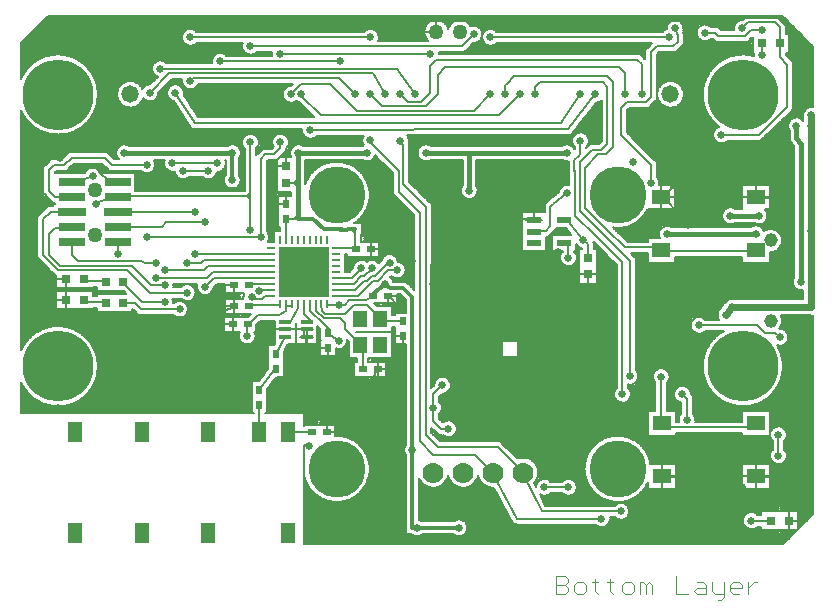
<source format=gbl>
*%FSLAX23Y23*%
*%MOIN*%
G01*
%ADD11C,0.000*%
%ADD12C,0.001*%
%ADD13C,0.002*%
%ADD14C,0.006*%
%ADD15C,0.007*%
%ADD16C,0.007*%
%ADD17C,0.008*%
%ADD18C,0.010*%
%ADD19C,0.012*%
%ADD20C,0.015*%
%ADD21C,0.018*%
%ADD22C,0.022*%
%ADD23C,0.024*%
%ADD24C,0.025*%
%ADD25C,0.029*%
%ADD26C,0.031*%
%ADD27C,0.031*%
%ADD28C,0.035*%
%ADD29C,0.035*%
%ADD30C,0.039*%
%ADD31C,0.039*%
%ADD32C,0.046*%
%ADD33C,0.047*%
%ADD34C,0.050*%
%ADD35C,0.051*%
%ADD36C,0.051*%
%ADD37C,0.054*%
%ADD38C,0.055*%
%ADD39C,0.058*%
%ADD40C,0.059*%
%ADD41C,0.059*%
%ADD42C,0.062*%
%ADD43C,0.067*%
%ADD44C,0.070*%
%ADD45C,0.074*%
%ADD46C,0.115*%
%ADD47C,0.135*%
%ADD48C,0.138*%
%ADD49C,0.138*%
%ADD50C,0.158*%
%ADD51C,0.158*%
%ADD52C,0.190*%
%ADD53C,0.194*%
%ADD54C,0.236*%
%ADD55C,0.240*%
%ADD56R,0.011X0.030*%
%ADD57R,0.012X0.030*%
%ADD58R,0.014X0.033*%
%ADD59R,0.014X0.037*%
%ADD60R,0.015X0.034*%
%ADD61R,0.016X0.034*%
%ADD62R,0.018X0.037*%
%ADD63R,0.018X0.041*%
%ADD64R,0.020X0.025*%
%ADD65R,0.021X0.021*%
%ADD66R,0.024X0.029*%
%ADD67R,0.025X0.020*%
%ADD68R,0.029X0.024*%
%ADD69R,0.030X0.011*%
%ADD70R,0.030X0.030*%
%ADD71R,0.031X0.031*%
%ADD72R,0.033X0.014*%
%ADD73R,0.034X0.015*%
%ADD74R,0.034X0.034*%
%ADD75R,0.035X0.035*%
%ADD76R,0.037X0.014*%
%ADD77R,0.037X0.018*%
%ADD78R,0.039X0.055*%
%ADD79R,0.039X0.014*%
%ADD80R,0.040X0.083*%
%ADD81R,0.041X0.018*%
%ADD82R,0.043X0.059*%
%ADD83R,0.043X0.018*%
%ADD84R,0.044X0.087*%
%ADD85R,0.047X0.055*%
%ADD86R,0.048X0.024*%
%ADD87R,0.050X0.023*%
%ADD88R,0.050X0.060*%
%ADD89R,0.051X0.071*%
%ADD90R,0.051X0.059*%
%ADD91R,0.052X0.028*%
%ADD92R,0.054X0.027*%
%ADD93R,0.054X0.064*%
%ADD94R,0.055X0.039*%
%ADD95R,0.055X0.075*%
%ADD96R,0.057X0.012*%
%ADD97R,0.057X0.067*%
%ADD98R,0.059X0.043*%
%ADD99R,0.060X0.060*%
%ADD100R,0.061X0.024*%
%ADD101R,0.061X0.051*%
%ADD102R,0.061X0.016*%
%ADD103R,0.061X0.071*%
%ADD104R,0.063X0.039*%
%ADD105R,0.064X0.064*%
%ADD106R,0.065X0.028*%
%ADD107R,0.065X0.055*%
%ADD108R,0.067X0.043*%
%ADD109R,0.085X0.030*%
%ADD110R,0.089X0.034*%
%ADD111R,0.094X0.030*%
%ADD112R,0.098X0.034*%
%ADD113R,0.104X0.104*%
%ADD114R,0.108X0.108*%
%ADD115R,0.116X0.138*%
%ADD116R,0.120X0.142*%
%ADD117R,0.134X0.059*%
%ADD118R,0.138X0.039*%
%ADD119R,0.138X0.063*%
%ADD120R,0.142X0.043*%
%ADD121R,0.169X0.169*%
%ADD122R,0.173X0.173*%
%ADD123R,0.250X0.250*%
D13*
X10356Y6873D02*
Y6933D01*
Y6873D02*
X10386D01*
X10396Y6883D01*
Y6893D01*
X10386Y6903D01*
X10356D01*
X10357D01*
X10356D02*
X10357D01*
X10356D02*
X10357D01*
X10356D02*
X10386D01*
X10396Y6913D01*
Y6923D01*
X10386Y6933D01*
X10356D01*
X10426Y6873D02*
X10446D01*
X10456Y6883D01*
Y6903D01*
X10446Y6913D01*
X10426D01*
X10416Y6903D01*
Y6883D01*
X10426Y6873D01*
X10486Y6913D02*
Y6923D01*
Y6913D02*
X10476D01*
X10496D01*
X10486D01*
Y6883D01*
X10496Y6873D01*
X10536Y6913D02*
Y6923D01*
Y6913D02*
X10526D01*
X10546D01*
X10536D01*
Y6883D01*
X10546Y6873D01*
X10586D02*
X10606D01*
X10616Y6883D01*
Y6903D01*
X10606Y6913D01*
X10586D01*
X10576Y6903D01*
Y6883D01*
X10586Y6873D01*
X10636D02*
Y6913D01*
X10646D01*
X10656Y6903D01*
Y6873D01*
Y6903D01*
X10666Y6913D01*
X10676Y6903D01*
Y6873D01*
X10756D02*
Y6933D01*
Y6873D02*
X10796D01*
X10826Y6913D02*
X10846D01*
X10856Y6903D01*
Y6873D01*
X10826D01*
X10816Y6883D01*
X10826Y6893D01*
X10856D01*
X10876Y6883D02*
Y6913D01*
Y6883D02*
X10886Y6873D01*
X10916D01*
Y6863D01*
X10906Y6853D01*
X10896D01*
X10916Y6873D02*
Y6913D01*
X10946Y6873D02*
X10966D01*
X10946D02*
X10936Y6883D01*
Y6903D01*
X10946Y6913D01*
X10966D01*
X10976Y6903D01*
Y6893D01*
X10936D01*
X10996Y6873D02*
Y6913D01*
Y6893D02*
Y6873D01*
Y6893D02*
X11006Y6903D01*
X11016Y6913D01*
X11026D01*
D15*
X10487Y7104D02*
X10365Y7104D01*
X10207Y7119D02*
X10149Y7228D01*
X10188Y8404D02*
X10085Y8404D01*
X9866Y8402D01*
X9714Y8401D02*
X9557Y8400D01*
X11069Y7214D02*
X11212D01*
X11069D02*
X10977D01*
X10754D01*
X10662D01*
X10641D01*
X10481D02*
X10421D01*
X10156D02*
X9898D01*
X9856D02*
X9704D01*
X9544D02*
X9515D01*
X10634Y7208D02*
X11212D01*
X10488D02*
X10416D01*
X10378D02*
X10336D01*
X10159D02*
X9898D01*
X9856D02*
X9697D01*
X9551D02*
X9515D01*
X10627Y7202D02*
X11212D01*
X10495D02*
X10416D01*
X10404D01*
X10390D02*
X10324D01*
X10162D02*
X9898D01*
X9856D02*
X9690D01*
X9558D02*
X9515D01*
X10618Y7196D02*
X11212D01*
X10504D02*
X10306D01*
X10166D02*
X9898D01*
X9856D02*
X9681D01*
X9567D02*
X9515D01*
X10607Y7190D02*
X11212D01*
X10515D02*
X10309D01*
X10169D02*
X9898D01*
X9856D02*
X9670D01*
X9578D02*
X9515D01*
X10590Y7184D02*
X11212D01*
X10532D02*
X10312D01*
X10172D02*
X9898D01*
X9856D02*
X9653D01*
X9595D02*
X9515D01*
X10592Y7178D02*
X11212D01*
X10592D02*
X10315D01*
X10175D02*
X9898D01*
X9856D02*
X9515D01*
X10592Y7172D02*
X11212D01*
X10556D02*
X10318D01*
X10179D02*
X9898D01*
X9856D02*
X9515D01*
X10594Y7166D02*
X11212D01*
X10182D02*
X9898D01*
X9856D02*
X9515D01*
X11162Y7160D02*
X11212D01*
X11162D02*
X11102D01*
X11100D02*
X11040D01*
X10598D01*
X10185D02*
X9898D01*
X9856D02*
X9515D01*
X11162Y7154D02*
X11212D01*
X11162D02*
X11102D01*
X11100D02*
X11040D01*
X10600D01*
X10188D02*
X9898D01*
X9856D02*
X9515D01*
X11162Y7148D02*
X11212D01*
X11040D02*
X10986D01*
X10600D01*
X10192D02*
X9898D01*
X9856D02*
X9515D01*
X11162Y7142D02*
X11212D01*
X11040D02*
X11020D01*
X10986D02*
X10599D01*
X10195D02*
X9898D01*
X9856D02*
X9515D01*
X11162Y7136D02*
X11209D01*
X10985D02*
X10597D01*
X10198D02*
X9898D01*
X9856D02*
X9515D01*
X11162Y7130D02*
X11203D01*
X10981D02*
X10593D01*
X10202D02*
X9898D01*
X9856D02*
X9515D01*
X11162Y7124D02*
X11197D01*
X10979D02*
X10592D01*
X10559D02*
X10535D01*
X10205D02*
X10054D01*
X9898D01*
X9856D02*
X9515D01*
X11162Y7118D02*
X11191D01*
X10978D02*
X10592D01*
X10534D01*
X10207D02*
X10054D01*
X10046D01*
X10018D02*
X9906D01*
X9856D02*
X9515D01*
X11162Y7112D02*
X11185D01*
X10979D02*
X10532D01*
X10207D02*
X10054D01*
X9856D02*
X9515D01*
X11162Y7106D02*
X11179D01*
X10981D02*
X10528D01*
X10215D02*
X10207D01*
X10057D01*
X9856D02*
X9515D01*
X11162Y7100D02*
X11173D01*
X10985D02*
X10521D01*
X10493D02*
X10224D01*
X10218D02*
X10059D01*
X9856D02*
X9515D01*
X11020Y7094D02*
X11040D01*
X10986D02*
X10060D01*
X9856D02*
X9515D01*
X10986Y7088D02*
X11040D01*
X10986D02*
X10059D01*
X9856D02*
X9515D01*
X11102Y7082D02*
X11155D01*
X11100D02*
X11040D01*
X10057D01*
X9856D02*
X9515D01*
X11102Y7076D02*
X11149D01*
X11100D02*
X11040D01*
X10054D01*
X9856D02*
X9515D01*
X10054Y7070D02*
X11143D01*
X10054D02*
X10046D01*
X10018D02*
X9906D01*
X9878D02*
X9856D01*
X9515D01*
X10054Y7064D02*
X11137D01*
X10054D02*
X9898D01*
X9856D01*
X9515D01*
Y7058D02*
X11131D01*
X11125Y7052D02*
X9515D01*
Y7046D02*
X11119D01*
X11113Y7040D02*
X9515D01*
Y7039D02*
X11112D01*
X10552Y7168D02*
X10320D01*
X10534Y7130D02*
X10552D01*
X11026Y7138D02*
X11040D01*
Y7098D02*
X11026D01*
X10054Y7116D02*
X10050D01*
X10014D02*
X9910D01*
X10050Y7072D02*
X10054D01*
X10014D02*
X9910D01*
X9874D02*
X9856D01*
X10337Y7210D02*
X10377D01*
X11102Y7087D02*
X11160D01*
X11102D02*
X11100D01*
X11096D01*
X11102Y7149D02*
X11162D01*
X11102D02*
X11100D01*
X11096D01*
X11100Y7087D02*
X11090D01*
X11040D01*
X11036D01*
X11090Y7149D02*
X11100D01*
X11090D02*
X11040D01*
X11036D01*
X11131Y7118D02*
X11162D01*
X11124Y7412D02*
X11212D01*
X10662D02*
X10022D01*
X9952D02*
X9940D01*
X9854D02*
X9619D01*
X11125Y7406D02*
X11212D01*
X10977D02*
X10754D01*
X10662D02*
X10018D01*
X9962D02*
X9952D01*
X9854D02*
X9619D01*
X11125Y7400D02*
X11212D01*
X11069D02*
X11036D01*
X10977D01*
X10754D01*
X10708D01*
X10662D01*
X10577D01*
X10545D02*
X10016D01*
X9983D02*
X9976D01*
X9968D01*
X9952D01*
X9854D02*
X9640D01*
X11123Y7394D02*
X11212D01*
X11069D02*
X10977D01*
X10754D01*
X10662D01*
X10600D01*
X10522D02*
X10180D01*
X10016D01*
X9958D01*
X9854D02*
X9663D01*
X11120Y7388D02*
X11212D01*
X11069D02*
X10977D01*
X10754D01*
X10662D01*
X10613D01*
X10509D02*
X10180D01*
X10164D01*
X10158D02*
X9964D01*
X9854D02*
X9676D01*
X11116Y7382D02*
X11212D01*
X11078D02*
X10623D01*
X10499D02*
X10180D01*
X10170D01*
X9854D02*
X9686D01*
X11116Y7376D02*
X11212D01*
X11078D02*
X10631D01*
X10491D02*
X10180D01*
X9854D02*
X9694D01*
X11116Y7370D02*
X11212D01*
X11078D02*
X10638D01*
X10484D02*
X10182D01*
X9854D02*
X9701D01*
X11116Y7364D02*
X11212D01*
X11078D02*
X10644D01*
X10478D02*
X10188D01*
X9851D02*
X9707D01*
X11116Y7358D02*
X11212D01*
X11078D02*
X10649D01*
X10473D02*
X10194D01*
X9849D02*
X9712D01*
X11118Y7352D02*
X11212D01*
X11076D02*
X10653D01*
X10469D02*
X10200D01*
X9849D02*
X9716D01*
X11122Y7346D02*
X11212D01*
X11072D02*
X10657D01*
X10465D02*
X10206D01*
X9850D02*
X9720D01*
X11124Y7340D02*
X11212D01*
X11070D02*
X10660D01*
X10462D02*
X10212D01*
X9853D02*
X9723D01*
X11125Y7334D02*
X11212D01*
X11069D02*
X10663D01*
X10459D02*
X10218D01*
X9854D02*
X9726D01*
X11124Y7328D02*
X11212D01*
X11070D02*
X10665D01*
X10457D02*
X10253D01*
X10239D02*
X10224D01*
X9854D02*
X9728D01*
X11122Y7322D02*
X11212D01*
X11072D02*
X10667D01*
X10455D02*
X10271D01*
X9854D02*
X9730D01*
X11118Y7316D02*
X11212D01*
X11069D02*
X10977D01*
X10754D01*
X10668D01*
X10453D02*
X10279D01*
X9854D02*
X9731D01*
X11116Y7310D02*
X11212D01*
X11078D02*
X11069D01*
X10977D01*
X10754D01*
X10670D01*
X10452D02*
X10285D01*
X9856D02*
X9733D01*
X11116Y7304D02*
X11212D01*
X11116D02*
X11078D01*
X11069D01*
X10977D02*
X10754D01*
X10451D02*
X10289D01*
X9856D02*
X9734D01*
X11069Y7298D02*
X11212D01*
X10977D02*
X10754D01*
X10451D02*
X10292D01*
X9856D02*
X9734D01*
X11069Y7292D02*
X11212D01*
X10977D02*
X10754D01*
X10450D02*
X10295D01*
X9856D02*
X9734D01*
X11069Y7286D02*
X11212D01*
X10977D02*
X10754D01*
X10451D02*
X10296D01*
X9856D02*
X9734D01*
X11069Y7280D02*
X11212D01*
X10977D02*
X10754D01*
X10451D02*
X10296D01*
X9856D02*
X9734D01*
X11069Y7274D02*
X11212D01*
X10977D02*
X10754D01*
X10452D02*
X10296D01*
X9856D02*
X9733D01*
X11069Y7268D02*
X11212D01*
X10977D02*
X10754D01*
X10453D02*
X10296D01*
X9856D02*
X9732D01*
X11069Y7262D02*
X11212D01*
X10977D02*
X10754D01*
X10454D02*
X10294D01*
X9856D02*
X9731D01*
X11069Y7256D02*
X11212D01*
X10977D02*
X10754D01*
X10456D02*
X10416D01*
X10404D01*
X10390D02*
X10324D01*
X10310D02*
X10298D01*
X10101D02*
X10091D01*
X10001D02*
X9991D01*
X9856D02*
X9729D01*
X11069Y7250D02*
X11212D01*
X10977D02*
X10754D01*
X10458D02*
X10416D01*
X10378D02*
X10336D01*
X10298D02*
X10288D01*
X10104D02*
X10088D01*
X10004D02*
X9988D01*
X9856D02*
X9727D01*
X11069Y7244D02*
X11212D01*
X10977D02*
X10754D01*
X10461D02*
X10421D01*
X10293D02*
X10283D01*
X10109D02*
X10083D01*
X10009D02*
X9983D01*
X9909D02*
X9898D01*
X9856D02*
X9724D01*
X9524D02*
X9515D01*
X11069Y7238D02*
X11212D01*
X10977D02*
X10754D01*
X10464D02*
X10424D01*
X10115D02*
X10077D01*
X10015D02*
X9977D01*
X9915D02*
X9898D01*
X9856D02*
X9721D01*
X9527D02*
X9515D01*
X11069Y7232D02*
X11212D01*
X10977D02*
X10754D01*
X10662D02*
X10655D01*
X10467D02*
X10425D01*
X10125D02*
X10067D01*
X10025D02*
X9967D01*
X9925D02*
X9898D01*
X9856D02*
X9718D01*
X9530D02*
X9515D01*
X11069Y7226D02*
X11212D01*
X10977D02*
X10754D01*
X10662D02*
X10651D01*
X10471D02*
X10425D01*
X10149D02*
X9898D01*
X9856D02*
X9714D01*
X9534D02*
X9515D01*
X11069Y7220D02*
X11212D01*
X11069D02*
X10977D01*
X10754D01*
X10662D01*
X10646D01*
X10476D02*
X10424D01*
X10153D02*
X9898D01*
X9856D02*
X9709D01*
X9539D02*
X9515D01*
X10337Y7248D02*
X10377D01*
X10180Y7382D02*
X10169D01*
X10153D01*
X9969D01*
X9964Y7404D02*
X9977D01*
X9964D02*
X9952D01*
X10754Y7410D02*
X10977D01*
X9856Y7326D02*
X9854D01*
X11036Y7401D02*
X11069D01*
X11036D02*
X10977D01*
X10754D02*
X10708D01*
X10662D01*
X10977Y7224D02*
X11069D01*
Y7306D02*
X10977D01*
X10754Y7224D02*
X10662D01*
X10670Y7306D02*
X10754D01*
Y7265D02*
X10708D01*
X10977D02*
X11023D01*
X11069D01*
X11109Y7604D02*
X11212D01*
X10848D02*
X10733D01*
X10679D02*
X10630D01*
X10558D02*
X9940D01*
X9854D02*
X9789D01*
X9683D02*
X9448D01*
X9381D02*
X8825D01*
X11107Y7598D02*
X11212D01*
X10849D02*
X10734D01*
X10678D02*
X10630D01*
X10558D02*
X9940D01*
X9854D02*
X9789D01*
X9692D02*
X9683D01*
X9448D01*
X9376D02*
X8824D01*
X11106Y7592D02*
X11212D01*
X10851D02*
X10733D01*
X10679D02*
X10629D01*
X10558D02*
X9993D01*
X9961D02*
X9940D01*
X9854D02*
X9789D01*
X9739D01*
X9730D02*
X9692D01*
X9683D01*
X9448D01*
X9421D01*
X9372D02*
X9342D01*
X8822D01*
X11104Y7586D02*
X11212D01*
X10853D02*
X10731D01*
X10681D02*
X10627D01*
X10558D02*
X9999D01*
X9955D02*
X9940D01*
X9854D02*
X9789D01*
X9739D01*
X9733D02*
X9683D01*
X9448D01*
X9416D01*
X9367D02*
X9342D01*
X8820D01*
X11101Y7580D02*
X11212D01*
X10855D02*
X10727D01*
X10685D02*
X10623D01*
X10558D02*
X10003D01*
X9951D02*
X9940D01*
X9854D02*
X9412D01*
X9342D02*
X8818D01*
X11098Y7574D02*
X11212D01*
X10858D02*
X10726D01*
X10686D02*
X10622D01*
X10558D02*
X10005D01*
X9949D02*
X9940D01*
X9854D02*
X9407D01*
X9342D02*
X8815D01*
X11095Y7568D02*
X11212D01*
X10861D02*
X10726D01*
X10686D02*
X10622D01*
X10596D01*
X10558D02*
X10005D01*
X9948D02*
X9940D01*
X9854D02*
X9402D01*
X9342D02*
X8812D01*
X11092Y7562D02*
X11212D01*
X10865D02*
X10793D01*
X10761D02*
X10726D01*
X10686D02*
X10596D01*
X10558D02*
X10004D01*
X9854D02*
X9398D01*
X9342D02*
X8808D01*
X8581D02*
X8572D01*
X11088Y7556D02*
X11212D01*
X10869D02*
X10812D01*
X10799D01*
X10755D02*
X10726D01*
X10686D02*
X10599D01*
X10555D02*
X10002D01*
X9854D02*
X9393D01*
X9342D02*
X8804D01*
X8585D02*
X8572D01*
X11083Y7550D02*
X11212D01*
X10873D02*
X10812D01*
X10803D01*
X10751D02*
X10726D01*
X10686D02*
X10603D01*
X10551D02*
X9998D01*
X9854D02*
X9392D01*
X9340D02*
X8800D01*
X8590D02*
X8572D01*
X11078Y7544D02*
X11212D01*
X10878D02*
X10812D01*
X10749D02*
X10726D01*
X10686D02*
X10605D01*
X10549D02*
X9990D01*
X9854D02*
X9392D01*
X9342D02*
X8795D01*
X8595D02*
X8572D01*
X11073Y7538D02*
X11212D01*
X10884D02*
X10812D01*
X10749D02*
X10726D01*
X10686D02*
X10605D01*
X10549D02*
X9974D01*
X9854D02*
X9392D01*
X9342D02*
X8789D01*
X8600D02*
X8572D01*
X11066Y7532D02*
X11212D01*
X10890D02*
X10812D01*
X10750D02*
X10726D01*
X10686D02*
X10604D01*
X10550D02*
X9968D01*
X9854D02*
X9392D01*
X9342D02*
X8783D01*
X8607D02*
X8572D01*
X11059Y7526D02*
X11212D01*
X10898D02*
X10818D01*
X10752D02*
X10726D01*
X10686D02*
X10602D01*
X10552D02*
X9966D01*
X9854D02*
X9392D01*
X9342D02*
X8775D01*
X8614D02*
X8572D01*
X11050Y7520D02*
X11212D01*
X10906D02*
X10816D01*
X10756D02*
X10726D01*
X10686D02*
X10598D01*
X10556D02*
X9966D01*
X9854D02*
X9392D01*
X9342D02*
X8767D01*
X8623D02*
X8572D01*
X11040Y7514D02*
X11212D01*
X10917D02*
X10812D01*
X10764D02*
X10726D01*
X10686D02*
X10596D01*
X10558D02*
X9967D01*
X9854D02*
X9392D01*
X9342D02*
X8756D01*
X8633D02*
X8572D01*
X11027Y7508D02*
X11212D01*
X10930D02*
X10812D01*
X10772D02*
X10726D01*
X10686D02*
X10596D01*
X10558D01*
X9971D01*
X9854D02*
X9392D01*
X9342D02*
X8743D01*
X8646D02*
X8572D01*
X11007Y7502D02*
X11212D01*
X10950D02*
X10812D01*
X10772D02*
X10726D01*
X10686D02*
X9974D01*
X9854D02*
X9392D01*
X9342D02*
X8723D01*
X8666D02*
X8572D01*
X11069Y7496D02*
X11212D01*
X11069D02*
X10977D01*
X10812D01*
X10772D02*
X10754D01*
X10726D01*
X10686D02*
X10662D01*
X9975D01*
X9854D02*
X9392D01*
X9342D02*
X8572D01*
X11069Y7490D02*
X11212D01*
X11069D02*
X10977D01*
X10812D01*
X10772D02*
X10754D01*
X10726D01*
X10686D02*
X10662D01*
X9975D01*
X9854D02*
X9392D01*
X9342D02*
X8572D01*
X11069Y7484D02*
X11212D01*
X11069D02*
X10977D01*
X10812D01*
X10772D02*
X10754D01*
X10726D01*
X10686D02*
X10662D01*
X9973D01*
X9854D02*
X9515D01*
X9392D01*
X9342D02*
X8572D01*
X11069Y7478D02*
X11212D01*
X10977D02*
X10812D01*
X10772D02*
X10754D01*
X10662D02*
X9970D01*
X9854D02*
X9515D01*
X9392D01*
X9342D02*
X8572D01*
X11069Y7472D02*
X11212D01*
X10977D02*
X10813D01*
X10771D02*
X10754D01*
X10662D02*
X9966D01*
X9854D02*
X9515D01*
X11069Y7466D02*
X11212D01*
X10977D02*
X10817D01*
X10767D02*
X10754D01*
X10662D02*
X9966D01*
X9854D02*
X9515D01*
X11069Y7460D02*
X11212D01*
X10977D02*
X10819D01*
X10765D02*
X10754D01*
X10662D02*
X9966D01*
X9854D02*
X9515D01*
X11069Y7454D02*
X11212D01*
X10977D02*
X10820D01*
X10764D02*
X10754D01*
X10662D02*
X10016D01*
X9970D01*
X9854D02*
X9515D01*
X11069Y7448D02*
X11212D01*
X10662D02*
X10016D01*
X9983D02*
X9976D01*
X9854D02*
X9619D01*
X9569D01*
X9563D02*
X9515D01*
X11069Y7442D02*
X11212D01*
X10662D02*
X10018D01*
X9854D02*
X9619D01*
X9569D01*
X9560D02*
X9515D01*
X11116Y7436D02*
X11212D01*
X11116D02*
X11078D01*
X11069D01*
X10662D02*
X10022D01*
X9854D02*
X9619D01*
X11116Y7430D02*
X11212D01*
X11116D02*
X11107D01*
X11087D02*
X11078D01*
X11069D01*
X10662D02*
X10024D01*
X9854D02*
X9619D01*
X11117Y7424D02*
X11212D01*
X11077D02*
X11069D01*
X10662D02*
X10025D01*
X9854D02*
X9619D01*
X11121Y7418D02*
X11212D01*
X10662D02*
X10024D01*
X9950D02*
X9940D01*
X9854D02*
X9619D01*
X10819Y7448D02*
X10977D01*
X10765D02*
X10754D01*
X10805Y7544D02*
X10812D01*
X9515Y7475D02*
X9503D01*
X9421D01*
X9408D01*
X9392D01*
X9386D01*
X9348D02*
X9342D01*
X9326D01*
X9235D01*
X9153D01*
X9015D01*
X8933D01*
X8794D01*
X8712D01*
X8572D01*
X10977Y7483D02*
X11069D01*
X10754D02*
X10726D01*
X10686D02*
X10662D01*
X9448Y7596D02*
X9424D01*
X9392Y7476D02*
X9386D01*
X9348D02*
X9342D01*
Y7582D02*
X9364D01*
X9563Y7438D02*
X9569D01*
X9563D02*
X9560D01*
X9515D01*
X9569D02*
X9619D01*
X9560D02*
X9560D01*
X9733Y7598D02*
X9739D01*
X9733D02*
X9730D01*
X9692D01*
X9683D01*
X9680D01*
X9739D02*
X9789D01*
X9730D02*
X9730D01*
X9619Y7413D02*
X9591D01*
X10622Y7802D02*
X10894D01*
X10558D02*
X9940D01*
X9332D02*
X9309D01*
X9300D02*
X9253D01*
X9250D02*
X9120D01*
X9082D02*
X8978D01*
X8964D01*
X8952D01*
X8942D01*
X8886D01*
X8880D02*
X8826D01*
X8572D01*
X11107Y7796D02*
X11212D01*
X10895D02*
X10839D01*
X10825D02*
X10808D01*
X10622D01*
X10558D02*
X9940D01*
X9250D02*
X9120D01*
X9108D01*
X9094D02*
X8972D01*
X8970D02*
X8952D01*
X8572D01*
X11109Y7790D02*
X11212D01*
X10898D02*
X10851D01*
X10808D02*
X10622D01*
X10558D02*
X9940D01*
X9250D02*
X8572D01*
X11109Y7784D02*
X11212D01*
X10808D02*
X10622D01*
X10558D02*
X9940D01*
X9250D02*
X8572D01*
X11109Y7778D02*
X11212D01*
X10805D02*
X10622D01*
X10558D02*
X9940D01*
X9418D02*
X9382D01*
X9364D01*
X9250D02*
X8572D01*
X11107Y7772D02*
X11212D01*
X10804D02*
X10622D01*
X10558D02*
X9940D01*
X9418D02*
X9382D01*
X9358D01*
X9250D02*
X8572D01*
X11106Y7766D02*
X11212D01*
X10804D02*
X10622D01*
X10558D02*
X9940D01*
X9418D02*
X9356D01*
X9250D02*
X8702D01*
X8688D02*
X8572D01*
X11106Y7760D02*
X11212D01*
X10805D02*
X10622D01*
X10558D02*
X9940D01*
X9820D02*
X9809D01*
X9566D02*
X9559D01*
X9418D02*
X9356D01*
X9250D02*
X8735D01*
X8655D02*
X8572D01*
X11115Y7754D02*
X11212D01*
X10808D02*
X10622D01*
X10558D02*
X9940D01*
X9820D02*
X9809D01*
X9570D02*
X9559D01*
X9418D02*
X9356D01*
X9250D02*
X8751D01*
X8639D02*
X8572D01*
X11123Y7748D02*
X11212D01*
X10911D02*
X10851D01*
X10808D02*
X10622D01*
X10558D02*
X9940D01*
X9820D02*
X9809D01*
X9570D02*
X9559D01*
X9418D02*
X9356D01*
X9250D02*
X8762D01*
X8628D02*
X8572D01*
X11127Y7742D02*
X11212D01*
X10902D02*
X10839D01*
X10825D02*
X10808D01*
X10622D01*
X10558D02*
X9940D01*
X9820D02*
X9809D01*
X9570D02*
X9559D01*
X9418D02*
X9356D01*
X9299D02*
X9250D01*
X8771D01*
X8618D02*
X8572D01*
X11129Y7736D02*
X11212D01*
X10894D02*
X10622D01*
X10558D02*
X9940D01*
X9820D02*
X9809D01*
X9570D02*
X9559D01*
X9418D02*
X9356D01*
X9298D02*
X9250D01*
X8779D01*
X8610D02*
X8572D01*
X11130Y7730D02*
X11212D01*
X10887D02*
X10622D01*
X10558D02*
X9940D01*
X9820D02*
X9809D01*
X9570D02*
X9559D01*
X9418D02*
X9354D01*
X9298D02*
X8786D01*
X8603D02*
X8572D01*
X11130Y7724D02*
X11212D01*
X10881D02*
X10622D01*
X10558D02*
X10229D01*
X10176D01*
X9940D01*
X9820D02*
X9809D01*
X9570D02*
X9559D01*
X9418D02*
X9353D01*
X9299D02*
X8792D01*
X8597D02*
X8572D01*
X11128Y7718D02*
X11212D01*
X10876D02*
X10622D01*
X10558D02*
X10229D01*
X10176D01*
X9940D01*
X9820D02*
X9809D01*
X9570D02*
X9559D01*
X9418D02*
X9350D01*
X9302D02*
X8798D01*
X8592D02*
X8572D01*
X11124Y7712D02*
X11212D01*
X10871D02*
X10622D01*
X10558D02*
X10229D01*
X10176D02*
X9940D01*
X9820D02*
X9809D01*
X9570D02*
X9559D01*
X9418D02*
X9396D01*
X9346D01*
X9306D02*
X8802D01*
X8587D02*
X8572D01*
X11118Y7706D02*
X11212D01*
X10867D02*
X10622D01*
X10558D02*
X10229D01*
X10176D02*
X9940D01*
X9820D02*
X9809D01*
X9664D02*
X9656D01*
X9570D02*
X9559D01*
X9489D01*
X9488D02*
X9462D01*
X9417D02*
X9396D01*
X9346D01*
X9333D01*
X9319D02*
X9306D01*
X8806D01*
X8583D02*
X8572D01*
X11094Y7700D02*
X11212D01*
X10863D02*
X10622D01*
X10558D02*
X10229D01*
X10176D02*
X9940D01*
X9854D02*
X9820D01*
X9809D01*
X9664D02*
X9652D01*
X9570D02*
X9559D01*
X9489D01*
X9488D02*
X9458D01*
X9396D02*
X8810D01*
X8579D02*
X8572D01*
X11097Y7694D02*
X11212D01*
X10860D02*
X10622D01*
X10558D02*
X10229D01*
X10176D02*
X9940D01*
X9854D02*
X9820D01*
X9809D01*
X9664D02*
X9645D01*
X9570D02*
X9455D01*
X9396D02*
X8813D01*
X11100Y7688D02*
X11212D01*
X10857D02*
X10622D01*
X10558D02*
X10229D01*
X10176D02*
X9940D01*
X9854D02*
X9809D01*
X9664D02*
X9622D01*
X9570D02*
X9452D01*
X9396D02*
X8816D01*
X11102Y7682D02*
X11212D01*
X10854D02*
X10622D01*
X10558D02*
X10229D01*
X10176D02*
X9940D01*
X9854D02*
X9809D01*
X9664D02*
X9622D01*
X9570D02*
X9449D01*
X9396D02*
X8819D01*
X11105Y7676D02*
X11212D01*
X10852D02*
X10622D01*
X10558D02*
X10229D01*
X10176D02*
X9940D01*
X9854D02*
X9809D01*
X9664D02*
X9622D01*
X9570D02*
X9448D01*
X9396D02*
X8821D01*
X11107Y7670D02*
X11212D01*
X10850D02*
X10622D01*
X10558D02*
X10229D01*
X10176D02*
X9940D01*
X9854D02*
X9809D01*
X9664D02*
X9622D01*
X9570D02*
X9448D01*
X9396D02*
X8823D01*
X11108Y7664D02*
X11212D01*
X10848D02*
X10622D01*
X10558D02*
X10229D01*
X10176D02*
X9940D01*
X9854D02*
X9809D01*
X9664D02*
X9622D01*
X9570D01*
X9448D01*
X9396D02*
X8825D01*
X11109Y7658D02*
X11212D01*
X10847D02*
X10622D01*
X10558D02*
X10229D01*
X10176D01*
X9940D01*
X9854D02*
X9809D01*
X9789D01*
X9742D01*
X9692D02*
X9683D01*
X9664D01*
X9622D01*
X9570D01*
X9448D01*
X9396D02*
X8826D01*
X11110Y7652D02*
X11212D01*
X10846D02*
X10622D01*
X10558D02*
X10229D01*
X10176D01*
X9940D01*
X9854D02*
X9809D01*
X9789D01*
X9742D01*
X9692D02*
X9683D01*
X9664D01*
X9622D01*
X9570D01*
X9448D01*
X9396D02*
X8827D01*
X11111Y7646D02*
X11212D01*
X10845D02*
X10622D01*
X10558D02*
X9940D01*
X9854D02*
X9789D01*
X9683D02*
X9448D01*
X9396D02*
X8828D01*
X11112Y7640D02*
X11212D01*
X10845D02*
X10622D01*
X10558D02*
X9940D01*
X9854D02*
X9789D01*
X9683D02*
X9448D01*
X9396D02*
X8828D01*
X11112Y7634D02*
X11212D01*
X10845D02*
X10622D01*
X10558D02*
X9940D01*
X9854D02*
X9789D01*
X9683D02*
X9448D01*
X9396D02*
X8828D01*
X11112Y7628D02*
X11212D01*
X10845D02*
X10726D01*
X10686D01*
X10622D01*
X10558D02*
X9940D01*
X9854D02*
X9789D01*
X9683D02*
X9448D01*
X9396D02*
X8828D01*
X11111Y7622D02*
X11212D01*
X10845D02*
X10726D01*
X10686D02*
X10622D01*
X10558D02*
X9940D01*
X9854D02*
X9789D01*
X9683D02*
X9448D01*
X9395D02*
X8828D01*
X11111Y7616D02*
X11212D01*
X10846D02*
X10727D01*
X10685D02*
X10624D01*
X10558D02*
X9940D01*
X9854D02*
X9789D01*
X9683D02*
X9448D01*
X9390D02*
X8827D01*
X11110Y7610D02*
X11212D01*
X10847D02*
X10731D01*
X10681D02*
X10628D01*
X10558D02*
X9940D01*
X9854D02*
X9789D01*
X9683D02*
X9448D01*
X9385D02*
X8827D01*
X9382Y7784D02*
X9418D01*
X9382D02*
X9378D01*
X9382D02*
X9369D01*
X9809Y7802D02*
X9820D01*
Y7764D02*
X9809D01*
X11103D02*
X11106D01*
X10899Y7788D02*
X10852D01*
X10812D02*
X10808D01*
X10852Y7750D02*
X10914D01*
X10812D02*
X10808D01*
X9081Y7804D02*
X8979D01*
X8963D01*
X8952D01*
X11105Y7802D02*
X11207D01*
X10229Y7662D02*
X10176D01*
Y7715D02*
X10229D01*
X9302Y7748D02*
X9300D01*
X9250D01*
X9246D01*
X9306Y7798D02*
X9309D01*
X9306D02*
X9306D01*
X9303D01*
X9300D01*
X9253D01*
X9250D01*
X9246D01*
X9350Y7748D02*
X9356D01*
X9300D02*
X9296D01*
X9309Y7798D02*
X9329D01*
X9300D02*
X9296D01*
X9489Y7708D02*
X9559D01*
X9489D02*
X9488D01*
X9485D01*
X9488Y7753D02*
X9489D01*
Y7733D02*
X9488D01*
Y7759D02*
X9489D01*
X9418D02*
X9414D01*
Y7733D02*
X9418D01*
Y7778D02*
X9414D01*
X9463Y7708D02*
X9488D01*
X9418D02*
X9418D01*
X9414D01*
Y7753D02*
X9418D01*
X9415Y7702D02*
X9396D01*
X9820Y7705D02*
X9854D01*
X9809Y7660D02*
X9789D01*
X9742D01*
X9739D01*
X9733D01*
X9731D01*
X9730D01*
X9742Y7746D02*
X9809D01*
X9742D02*
X9731D01*
X9727D01*
X9692Y7660D02*
X9683D01*
X9664D01*
X9660D01*
X9690Y7746D02*
X9731D01*
X9742Y7747D02*
X9809D01*
X9742D02*
X9731D01*
X9727D01*
X9731D02*
X9690D01*
X9739Y7648D02*
X9742D01*
X9739D02*
X9733D01*
X9731D01*
X9730D01*
X9692D02*
X9683D01*
X9680D01*
X9742D02*
X9789D01*
X9622Y7665D02*
X9570D01*
Y7721D02*
X9572D01*
X9568Y7693D02*
X9596D01*
X9761Y7623D02*
X9789D01*
X9818Y7733D02*
X9846D01*
X9453Y7756D02*
X9431D01*
X9453D02*
X9475D01*
X9501D02*
X9524D01*
X9546D01*
X9524Y7730D02*
X9501D01*
X9524D02*
X9546D01*
X9278Y7773D02*
X9250D01*
X11068Y7994D02*
X11149D01*
X10976D02*
X10753D01*
X10661D02*
X10622D01*
X10534D02*
X10492D01*
X10369D02*
X9942D01*
X9882D02*
X9824D01*
X9778D02*
X9766D01*
X9716D01*
X9710D02*
X9660D01*
X9652D01*
X8626D02*
X8572D01*
X11068Y7988D02*
X11149D01*
X10976D02*
X10753D01*
X10661D02*
X10626D01*
X10540D02*
X10492D01*
X10432D02*
X10424D01*
X10370D02*
X9942D01*
X9882D02*
X9827D01*
X9775D02*
X9766D01*
X9716D01*
X9710D02*
X9660D01*
X9652D01*
X8626D02*
X8572D01*
X11068Y7982D02*
X11149D01*
X10976D02*
X10753D01*
X10661D02*
X10628D01*
X10546D02*
X10492D01*
X10432D02*
X10422D01*
X10372D02*
X9942D01*
X9882D02*
X9846D01*
X9829D01*
X9772D02*
X9758D01*
X9691D02*
X9652D01*
X8639D02*
X8626D01*
X8572D01*
X11068Y7976D02*
X11149D01*
X11068D02*
X10976D01*
X10753D01*
X10661D01*
X10622D01*
X10552D02*
X10492D01*
X10432D02*
X10418D01*
X10376D02*
X9942D01*
X9882D02*
X9846D01*
X9685D02*
X9652D01*
X8645D02*
X8626D01*
X8572D01*
X11068Y7970D02*
X11149D01*
X11068D02*
X10976D01*
X10753D01*
X10661D01*
X10622D01*
X10558D02*
X10492D01*
X10432D02*
X10416D01*
X10378D02*
X9942D01*
X9882D02*
X9848D01*
X9681D02*
X9652D01*
X8651D02*
X8572D01*
X10622Y7964D02*
X11149D01*
X10558D02*
X10492D01*
X10432D02*
X10416D01*
X10378D01*
X9942D01*
X9882D02*
X9852D01*
X9679D02*
X9652D01*
X8657D02*
X8572D01*
X10622Y7958D02*
X11149D01*
X10558D02*
X10492D01*
X10432D02*
X9942D01*
X9882D02*
X9854D01*
X9676D02*
X9652D01*
X8663D02*
X8572D01*
X10622Y7952D02*
X11149D01*
X10558D02*
X10492D01*
X10432D02*
X9940D01*
X9882D02*
X9854D01*
X9672D02*
X9652D01*
X8669D02*
X8572D01*
X10622Y7946D02*
X11149D01*
X10558D02*
X10492D01*
X10432D02*
X9940D01*
X9882D02*
X9853D01*
X8675D02*
X8572D01*
X10622Y7940D02*
X11149D01*
X10558D02*
X10492D01*
X10432D02*
X9940D01*
X9882D02*
X9851D01*
X8676D02*
X8572D01*
X10622Y7934D02*
X11149D01*
X10558D02*
X10492D01*
X10432D02*
X9940D01*
X9882D02*
X9847D01*
X8687D02*
X8676D01*
X8572D01*
X10622Y7928D02*
X11148D01*
X10558D02*
X10492D01*
X10432D02*
X9940D01*
X9882D02*
X9846D01*
X9813D02*
X9806D01*
X8690D02*
X8676D01*
X8572D01*
X10622Y7922D02*
X11145D01*
X10558D02*
X10492D01*
X10432D02*
X9940D01*
X9882D02*
X9868D01*
X9847D01*
X9845D02*
X9838D01*
X9810D01*
X8690D02*
X8676D01*
X8572D01*
X10622Y7916D02*
X11144D01*
X10558D02*
X10492D01*
X10432D02*
X9940D01*
X9882D02*
X9868D01*
X9853D01*
X9839D01*
X9838D02*
X9813D01*
X8690D02*
X8572D01*
X10622Y7910D02*
X11144D01*
X10558D02*
X10492D01*
X10432D02*
X9940D01*
X9882D02*
X9868D01*
X9859D01*
X8690D02*
X8572D01*
X10622Y7904D02*
X11146D01*
X10558D02*
X10492D01*
X10432D01*
X9940D01*
X9882D02*
X9868D01*
X9252D02*
X9220D01*
X9159D02*
X9146D01*
X9136D01*
X9116D02*
X9079D01*
X8690D02*
X8572D01*
X10622Y7898D02*
X11149D01*
X10558D02*
X10492D01*
X10432D01*
X9940D01*
X9882D02*
X9871D01*
X9252D02*
X9214D01*
X9158D02*
X9146D01*
X9106D02*
X9079D01*
X8826D02*
X8812D01*
X8690D02*
X8572D01*
X10622Y7892D02*
X11155D01*
X10558D02*
X9940D01*
X9253D02*
X9213D01*
X9159D02*
X9150D01*
X8826D02*
X8812D01*
X8766D01*
X8752D01*
X8750D02*
X8690D01*
X8572D01*
X11172Y7886D02*
X11180D01*
X11172D02*
X10622D01*
X10558D02*
X9940D01*
X9253D02*
X9211D01*
X9161D02*
X9153D01*
X8826D02*
X8812D01*
X8766D01*
X8752D01*
X8750D02*
X8690D01*
X8572D01*
X10622Y7880D02*
X11180D01*
X10558D02*
X9940D01*
X9253D02*
X9207D01*
X9165D02*
X9154D01*
X8916D02*
X8886D01*
X8876D02*
X8826D01*
X8812D01*
X8690D02*
X8572D01*
X10622Y7874D02*
X11180D01*
X10558D02*
X9940D01*
X9303D02*
X9253D01*
X9200D01*
X9172D02*
X9154D01*
X8922D02*
X8896D01*
X8886D01*
X8876D02*
X8826D01*
X8812D01*
X8690D02*
X8572D01*
X10622Y7868D02*
X11180D01*
X10558D02*
X9940D01*
X9838D02*
X9824D01*
X9303D02*
X9253D01*
X9152D01*
X8826D02*
X8812D01*
X8690D02*
X8572D01*
X10622Y7862D02*
X11180D01*
X10558D02*
X9940D01*
X9847D02*
X9838D01*
X9824D01*
X9303D02*
X9253D01*
X9149D01*
X8690D02*
X8572D01*
X10622Y7856D02*
X10935D01*
X10558D02*
X9940D01*
X9853D02*
X9824D01*
X9253D02*
X9146D01*
X9109D02*
X9078D01*
X8690D02*
X8572D01*
X10622Y7850D02*
X10923D01*
X10558D02*
X9940D01*
X9854D02*
X9824D01*
X9253D02*
X9146D01*
X9126D01*
X9120D02*
X9108D01*
X9094D02*
X9079D01*
X8690D02*
X8572D01*
X10622Y7844D02*
X10918D01*
X10558D02*
X9940D01*
X9854D02*
X9824D01*
X9253D02*
X9120D01*
X8690D02*
X8572D01*
X10622Y7838D02*
X10913D01*
X10558D02*
X9940D01*
X9854D02*
X9824D01*
X9809D01*
X9774D01*
X9768D02*
X9754D01*
X9253D02*
X9125D01*
X8690D02*
X8572D01*
X10622Y7832D02*
X10909D01*
X10558D02*
X9940D01*
X9854D02*
X9824D01*
X9809D01*
X9253D02*
X9128D01*
X8690D02*
X8572D01*
X10622Y7826D02*
X10904D01*
X10558D02*
X9940D01*
X9854D02*
X9809D01*
X9253D02*
X9129D01*
X8826D02*
X8812D01*
X8690D02*
X8572D01*
X10622Y7820D02*
X10899D01*
X10558D02*
X9940D01*
X9854D02*
X9820D01*
X9809D01*
X9253D02*
X9129D01*
X8826D02*
X8812D01*
X8766D01*
X8752D01*
X8750D02*
X8690D01*
X8572D01*
X10622Y7814D02*
X10896D01*
X10558D02*
X9940D01*
X9854D02*
X9820D01*
X9809D01*
X9253D02*
X9128D01*
X8952D02*
X8942D01*
X8826D02*
X8812D01*
X8752D01*
X8750D02*
X8690D01*
X8572D01*
X10622Y7808D02*
X10894D01*
X10558D02*
X9940D01*
X9820D02*
X9809D01*
X9250D02*
X9125D01*
X8952D02*
X8942D01*
X8886D01*
X8880D02*
X8826D01*
X8572D01*
X8688Y7934D02*
X8690D01*
X8688D02*
X8676D01*
X9804D02*
X9806D01*
X9253Y7908D02*
X9252D01*
X9248D01*
X9252D02*
X9224D01*
X9652Y7948D02*
X9668D01*
X9106Y7898D02*
X9078D01*
X9077Y7858D02*
X9106D01*
X8826Y7898D02*
X8812D01*
Y7868D02*
X8826D01*
Y7828D02*
X8812D01*
X8942Y7824D02*
X8943D01*
X9078Y7842D02*
X9081D01*
X9837Y7914D02*
X9838D01*
X9837D02*
X9813D01*
X9824Y7872D02*
X9837D01*
X9855Y7914D02*
X9868D01*
X9855D02*
X9838D01*
X9160Y7908D02*
X9146D01*
X9078D01*
X10957Y7856D02*
X11180D01*
X10957D02*
X10947D01*
X10976Y7998D02*
X10753D01*
X8638Y7984D02*
X8626D01*
X8623D01*
X9940Y7970D02*
X9942D01*
Y7972D02*
X9940D01*
X9882Y7992D02*
X9882D01*
X8752Y7822D02*
X8750D01*
X8690D01*
X8686D01*
X8750Y7884D02*
X8752D01*
X8750D02*
X8690D01*
X8686D01*
X8766Y7822D02*
X8812D01*
X8766D02*
X8752D01*
X8750D02*
X8746D01*
X8752Y7884D02*
X8812D01*
X8750D02*
X8746D01*
X8750Y7892D02*
X8752D01*
X8690D02*
X8686D01*
X8746D02*
X8750D01*
X8880Y7882D02*
X8886D01*
X8880D02*
X8826D01*
X8822D01*
X8886D02*
X8914D01*
X8880D02*
X8877D01*
X8880Y7812D02*
X8886D01*
X8880D02*
X8826D01*
X8822D01*
X8880Y7874D02*
X8886D01*
X8880D02*
X8876D01*
X8826D01*
X8822D01*
X8896Y7812D02*
X8942D01*
X8896D02*
X8886D01*
X8880D02*
X8877D01*
X8896Y7874D02*
X8923D01*
X8896D02*
X8886D01*
X8880D02*
X8877D01*
X9316Y7878D02*
X9317D01*
X9316D02*
X9309D01*
X9303D01*
X9300D01*
X9303D02*
X9253D01*
X9250D01*
X9316Y7808D02*
X9338D01*
X9316D02*
X9309D01*
X9306D01*
X9303D01*
X9300D01*
X9300D01*
X9309Y7858D02*
X9313D01*
X9309D02*
X9303D01*
X9300D01*
X9300Y7808D02*
X9253D01*
X9250D01*
X9250D01*
X9253Y7858D02*
X9303D01*
X9253D02*
X9250D01*
X9820Y7811D02*
X9854D01*
X9809Y7833D02*
X9774D01*
X9768D01*
X9759D01*
X9809Y7842D02*
X9824D01*
X9809D02*
X9774D01*
X9768D01*
X9764D01*
X9768D02*
X9749D01*
X9766Y7998D02*
X9716D01*
X9710D01*
X9710D01*
X9706D01*
X9706D02*
X9710D01*
X9706D02*
X9666D01*
X9660D01*
X9656D01*
X10432Y7908D02*
X10492D01*
X10976Y7978D02*
X11068D01*
X10753D02*
X10661D01*
X10462Y7939D02*
X10432D01*
X10462D02*
X10492D01*
X9824Y7868D02*
X9796D01*
X9281Y7833D02*
X9253D01*
Y7903D02*
X9281D01*
X8721Y7923D02*
X8690D01*
Y7853D02*
X8721D01*
X11068Y8192D02*
X11149D01*
X10976D02*
X10753D01*
X10337D02*
X10318D01*
X10076D01*
X10056D02*
X9942D01*
X9922D01*
X9826D02*
X9812D01*
X9734D01*
X9430D02*
X9392D01*
X8664D02*
X8646D01*
X8572D01*
X11068Y8186D02*
X11149D01*
X10976D02*
X10753D01*
X10331D02*
X10318D01*
X9942D01*
X9928D01*
X9832D02*
X9812D01*
X9733D01*
X9430D02*
X9392D01*
X8666D02*
X8646D01*
X8572D01*
X11068Y8180D02*
X11149D01*
X10976D02*
X10753D01*
X10318D02*
X9942D01*
X9934D01*
X9838D02*
X9732D01*
X9430D02*
X9392D01*
X8676D02*
X8666D01*
X8652D01*
X8572D01*
X11068Y8174D02*
X11149D01*
X10976D02*
X10753D01*
X10318D02*
X9942D01*
X9844D02*
X9730D01*
X9430D02*
X9392D01*
X8666D02*
X8652D01*
X8572D01*
X11068Y8168D02*
X11149D01*
X10976D02*
X10753D01*
X10313D02*
X9946D01*
X9850D02*
X9728D01*
X9430D02*
X9392D01*
X8679D02*
X8666D01*
X8663D02*
X8652D01*
X8572D01*
X11068Y8162D02*
X11149D01*
X10976D02*
X10937D01*
X10753D01*
X10311D02*
X9948D01*
X9856D02*
X9726D01*
X9430D02*
X9392D01*
X8652D02*
X8572D01*
X11068Y8156D02*
X11149D01*
X10920D02*
X10753D01*
X10317D02*
X10242D01*
X9942D01*
X9862D02*
X9723D01*
X9430D02*
X9392D01*
X8651D02*
X8572D01*
X11068Y8150D02*
X11149D01*
X11068D02*
X11055D01*
X10914D02*
X10753D01*
X10661D01*
X10318D02*
X10242D01*
X9942D01*
X9868D02*
X9720D01*
X9430D02*
X9392D01*
X8645D02*
X8626D01*
X8572D01*
X11068Y8144D02*
X11149D01*
X11068D02*
X11058D01*
X10911D02*
X10753D01*
X10661D01*
X10654D01*
X10242D02*
X9942D01*
X9874D02*
X9717D01*
X9430D02*
X9392D01*
X8639D02*
X8626D01*
X8572D01*
X11060Y8138D02*
X11149D01*
X10909D02*
X10650D01*
X10242D02*
X9942D01*
X9880D02*
X9713D01*
X9430D02*
X9392D01*
X8626D02*
X8572D01*
X11060Y8132D02*
X11149D01*
X10909D02*
X10645D01*
X10242D02*
X9942D01*
X9882D02*
X9708D01*
X9430D02*
X9392D01*
X8626D02*
X8572D01*
X11059Y8126D02*
X11149D01*
X10910D02*
X10639D01*
X10242D02*
X9942D01*
X9882D02*
X9702D01*
X9430D02*
X9392D01*
X8621D02*
X8572D01*
X11056Y8120D02*
X11149D01*
X10913D02*
X10633D01*
X10242D02*
X9942D01*
X9882D02*
X9696D01*
X9430D02*
X9392D01*
X8621D02*
X8572D01*
X11052Y8114D02*
X11149D01*
X10917D02*
X10625D01*
X10242D02*
X9942D01*
X9882D02*
X9688D01*
X9430D02*
X9392D01*
X8626D02*
X8572D01*
X11042Y8108D02*
X11149D01*
X11022D02*
X10947D01*
X10927D02*
X10616D01*
X10242D02*
X9942D01*
X9882D02*
X9708D01*
X9430D02*
X9392D01*
X8626D02*
X8572D01*
X11022Y8102D02*
X11149D01*
X11022D02*
X10603D01*
X10242D02*
X9942D01*
X9882D02*
X9708D01*
X9430D02*
X9392D01*
X8626D02*
X8572D01*
X11039Y8096D02*
X11149D01*
X10710D02*
X10584D01*
X10242D02*
X9942D01*
X9882D02*
X9708D01*
X9430D02*
X9415D01*
X9392D01*
X8626D02*
X8572D01*
X11073Y8090D02*
X11149D01*
X11068D02*
X11045D01*
X10704D02*
X10550D01*
X10391D02*
X10356D01*
X10242D02*
X9942D01*
X9882D02*
X9708D01*
X9430D02*
X9415D01*
X9392D01*
X8626D02*
X8572D01*
X11091Y8084D02*
X11149D01*
X10700D02*
X10557D01*
X10396D02*
X10356D01*
X10242D02*
X9942D01*
X9882D02*
X9709D01*
X9430D02*
X9415D01*
X9392D01*
X8626D02*
X8572D01*
X11099Y8078D02*
X11149D01*
X10698D02*
X10563D01*
X10401D02*
X10356D01*
X10344D01*
X10242D02*
X9942D01*
X9882D02*
X9714D01*
X9415D02*
X9395D01*
X8626D02*
X8572D01*
X11103Y8072D02*
X11149D01*
X10698D02*
X10661D01*
X10570D01*
X10406D02*
X10378D01*
X10356D01*
X10342D01*
X10242D02*
X9942D01*
X9882D02*
X9709D01*
X9415D02*
X9398D01*
X8626D02*
X8572D01*
X11106Y8066D02*
X11149D01*
X10699D02*
X10661D01*
X10576D01*
X10342D02*
X10332D01*
X10242D02*
X9942D01*
X9882D02*
X9706D01*
X9415D02*
X9399D01*
X8626D02*
X8572D01*
X11108Y8060D02*
X11149D01*
X10701D02*
X10661D01*
X10582D01*
X10342D02*
X10326D01*
X10242D02*
X9942D01*
X9882D02*
X9766D01*
X9716D01*
X9414D02*
X9399D01*
X8626D02*
X8572D01*
X11109Y8054D02*
X11149D01*
X10661D02*
X10589D01*
X10342D02*
X10322D01*
X10242D02*
X9942D01*
X9882D02*
X9766D01*
X9716D01*
X9414D02*
X9398D01*
X8626D02*
X8572D01*
X11109Y8048D02*
X11149D01*
X10342D02*
X10322D01*
X10242D02*
X9942D01*
X9882D02*
X9766D01*
X9414D02*
X9395D01*
X8626D02*
X8572D01*
X11108Y8042D02*
X11149D01*
X10342D02*
X10322D01*
X10242D02*
X9942D01*
X9882D02*
X9766D01*
X8626D02*
X8572D01*
X11106Y8036D02*
X11149D01*
X10342D02*
X10322D01*
X10242D02*
X9942D01*
X9882D02*
X9766D01*
X8626D02*
X8572D01*
X11102Y8030D02*
X11149D01*
X10492D02*
X10482D01*
X10432D02*
X10422D01*
X10342D02*
X10322D01*
X10242D02*
X9942D01*
X9882D02*
X9766D01*
X8626D02*
X8572D01*
X11097Y8024D02*
X11149D01*
X10504D02*
X10492D01*
X10432D02*
X10422D01*
X10342D02*
X10322D01*
X10242D02*
X9942D01*
X9882D02*
X9766D01*
X8626D02*
X8572D01*
X11089Y8018D02*
X11149D01*
X10510D02*
X10492D01*
X10432D02*
X10422D01*
X10342D02*
X10322D01*
X10242D02*
X9942D01*
X9882D02*
X9766D01*
X8626D02*
X8572D01*
X11068Y8012D02*
X11149D01*
X10516D02*
X10492D01*
X10432D02*
X10422D01*
X10376D02*
X10342D01*
X10322D01*
X10242D01*
X9942D01*
X9882D02*
X9766D01*
X8626D02*
X8572D01*
X11068Y8006D02*
X11149D01*
X10661D02*
X10622D01*
X10608D01*
X10522D02*
X10492D01*
X10432D02*
X10422D01*
X10372D02*
X10342D01*
X10322D01*
X10242D01*
X9942D01*
X9882D02*
X9806D01*
X9796D02*
X9766D01*
X9660D02*
X9652D01*
X8621D02*
X8572D01*
X11068Y8000D02*
X11149D01*
X10661D02*
X10622D01*
X10614D01*
X10528D02*
X10492D01*
X10432D02*
X10424D01*
X10370D02*
X9942D01*
X9882D02*
X9818D01*
X9784D02*
X9766D01*
X9660D02*
X9652D01*
X8621D02*
X8572D01*
X10330Y8064D02*
X10342D01*
X10330D02*
X10322D01*
X10595Y8048D02*
X10661D01*
Y8010D02*
X10622D01*
X10604D01*
X9710Y8048D02*
X9710D01*
X9660Y8008D02*
X9652D01*
X10953Y8157D02*
X10976D01*
X10953Y8111D02*
X11016D01*
X8679Y8168D02*
X8679D01*
X8666D01*
X8663D01*
X8652D01*
X10740Y8097D02*
X11006D01*
X8684Y8178D02*
X8679D01*
X8678D01*
X8666D01*
X8638Y8142D02*
X8626D01*
Y8138D02*
X8633D01*
X9930Y8184D02*
X9942D01*
X9824Y8194D02*
X9812D01*
X10327Y8184D02*
X10329D01*
X10327D02*
X10318D01*
X10345Y8080D02*
X10356D01*
X10610Y8004D02*
X10622D01*
X9766Y8048D02*
X9716D01*
X9710D01*
X9710D01*
X9706D01*
X9706D02*
X9710D01*
X10242Y8017D02*
X10322D01*
X10318Y8146D02*
X10242D01*
X10416Y8017D02*
X10422D01*
X10378D02*
X10342D01*
X10378Y8071D02*
X10407D01*
X10378D02*
X10356D01*
X10342D01*
X10357Y8092D02*
X10389D01*
X10357D02*
X10356D01*
X10482Y8024D02*
X10492D01*
X10442D02*
X10432D01*
X11051Y8155D02*
X11068D01*
X10753D02*
X10661D01*
Y8060D02*
X10701D01*
X9415Y8047D02*
X9414D01*
Y8046D02*
X9415D01*
X9414D02*
X9394D01*
X9434Y8084D02*
X9436D01*
X9434D02*
X9431D01*
X9430D02*
X9434D01*
X9430D02*
X9415D01*
X9411D01*
X9434Y8095D02*
X9436D01*
X9434D02*
X9430D01*
X8684Y8177D02*
X8680D01*
X8679D01*
X9428Y8173D02*
X9456D01*
X10255Y8119D02*
X10282D01*
X10309D01*
X9766Y8023D02*
X9738D01*
X11050Y8390D02*
X11134D01*
X10883D02*
X10614D01*
X10508D02*
X10464D01*
X10410D02*
X9866D01*
X9709D02*
X9463D01*
X9411D02*
X9363D01*
X9311D02*
X8572D01*
X11050Y8384D02*
X11134D01*
X11050D02*
X11040D01*
X10974D02*
X10946D01*
X10927D01*
X10887D02*
X10620D01*
X10508D02*
X10465D01*
X10409D02*
X9866D01*
X9709D02*
X9465D01*
X9409D02*
X9365D01*
X9309D02*
X8572D01*
X11050Y8378D02*
X11140D01*
X11050D02*
X11034D01*
X11028D02*
X11002D01*
X10946D01*
X10917D01*
X10897D02*
X10888D01*
X10626D01*
X10503D02*
X10481D01*
X10473D01*
X10464D01*
X10410D02*
X9866D01*
X9710D02*
X9465D01*
X9409D02*
X9365D01*
X9309D02*
X8572D01*
X11050Y8372D02*
X11145D01*
X11050D02*
X11002D01*
X10946D01*
X10888D01*
X10632D01*
X10412D02*
X10392D01*
X9922D01*
X9872D01*
X9712D02*
X9497D01*
X9464D01*
X9410D02*
X9364D01*
X9310D02*
X9296D01*
X9277D01*
X9256D01*
X8917D01*
X8572D01*
X10638Y8366D02*
X11149D01*
X9905D02*
X9872D01*
X9480D02*
X9462D01*
X9412D02*
X9388D01*
X9386D02*
X9368D01*
X9312D02*
X9296D01*
X8900D02*
X8572D01*
X10644Y8360D02*
X11149D01*
X9899D02*
X9866D01*
X9474D02*
X9464D01*
X9410D02*
X9394D01*
X9380D01*
X9368D01*
X9358D01*
X9316D02*
X9300D01*
X8894D02*
X8870D01*
X8722D01*
X8572D01*
X10650Y8354D02*
X11149D01*
X9896D02*
X9866D01*
X9471D02*
X9460D01*
X9368D02*
X9356D01*
X9318D02*
X9303D01*
X8891D02*
X8870D01*
X8853D01*
X8849D02*
X8743D01*
X8739D02*
X8722D01*
X8572D01*
X10656Y8348D02*
X11149D01*
X9894D02*
X9866D01*
X9469D02*
X9456D01*
X9368D02*
X9356D01*
X9318D02*
X9305D01*
X8889D02*
X8870D01*
X8859D01*
X8843D01*
X8749D01*
X8733D01*
X8722D01*
X8572D01*
X10662Y8342D02*
X11149D01*
X9894D02*
X9866D01*
X9469D02*
X9456D01*
X9448D01*
X9318D02*
X9305D01*
X8889D02*
X8870D01*
X8722D02*
X8572D01*
X10692Y8336D02*
X11149D01*
X10692D02*
X10668D01*
X9895D02*
X9866D01*
X9470D02*
X9456D01*
X9442D01*
X9318D02*
X9304D01*
X8890D02*
X8871D01*
X8721D02*
X8572D01*
X10692Y8330D02*
X11149D01*
X10692D02*
X10674D01*
X9898D02*
X9866D01*
X9758D02*
X9751D01*
X9473D02*
X9456D01*
X9436D01*
X9318D02*
X9301D01*
X8893D02*
X8877D01*
X8715D02*
X8682D01*
X8680D02*
X8662D01*
X8572D01*
X10692Y8324D02*
X11149D01*
X10692D02*
X10680D01*
X9902D02*
X9866D01*
X9764D02*
X9747D01*
X9318D02*
X9298D01*
X8897D02*
X8883D01*
X8709D02*
X8688D01*
X8674D01*
X8662D01*
X8572D01*
X10692Y8318D02*
X11149D01*
X10382D02*
X10090D01*
X10044D02*
X9932D01*
X9912D02*
X9866D01*
X9770D02*
X9737D01*
X9717D02*
X9520D01*
X9424D02*
X9410D01*
X9394D01*
X9318D02*
X9298D01*
X9050D02*
X9016D01*
X8662D02*
X8646D01*
X8572D01*
X10692Y8312D02*
X11149D01*
X10396D02*
X10090D01*
X10044D02*
X9866D01*
X9776D02*
X9647D01*
X9600D02*
X9520D01*
X9426D02*
X9418D01*
X9416D02*
X9392D01*
X9318D02*
X9298D01*
X9049D02*
X9019D01*
X8662D02*
X8646D01*
X8572D01*
X10698Y8306D02*
X11149D01*
X10398D02*
X10090D01*
X10044D02*
X9866D01*
X9782D02*
X9667D01*
X9581D02*
X9520D01*
X9426D02*
X9392D01*
X9318D02*
X9298D01*
X9049D02*
X9020D01*
X8845D02*
X8747D01*
X8656D02*
X8646D01*
X8572D01*
X10696Y8300D02*
X11149D01*
X10398D02*
X10090D01*
X10044D02*
X9866D01*
X9788D02*
X9679D01*
X9569D02*
X9520D01*
X9426D02*
X9392D01*
X9318D02*
X9298D01*
X9050D02*
X9020D01*
X8851D02*
X8741D01*
X8646D02*
X8572D01*
X10692Y8294D02*
X11149D01*
X10398D02*
X10090D01*
X10044D02*
X9866D01*
X9794D02*
X9688D01*
X9560D02*
X9520D01*
X9426D02*
X9392D01*
X9318D02*
X9298D01*
X9053D02*
X9018D01*
X8857D02*
X8821D01*
X8801D02*
X8736D01*
X8644D02*
X8572D01*
X10692Y8288D02*
X11149D01*
X10398D02*
X10090D01*
X10044D02*
X9866D01*
X9800D02*
X9696D01*
X9552D02*
X9520D01*
X9426D02*
X9392D01*
X9318D02*
X9298D01*
X9255D02*
X9246D01*
X9058D02*
X9015D01*
X8858D02*
X8837D01*
X8791D02*
X8736D01*
X8646D02*
X8638D01*
X8572D01*
X10692Y8282D02*
X11149D01*
X10398D02*
X10090D01*
X10044D02*
X9866D01*
X9806D02*
X9702D01*
X9546D02*
X9520D01*
X9426D02*
X9392D01*
X9318D02*
X9298D01*
X9255D02*
X9246D01*
X9234D01*
X9070D02*
X9058D01*
X9012D01*
X8975D02*
X8953D01*
X8883D01*
X8869D01*
X8858D01*
X8837D01*
X8787D02*
X8736D01*
X8723D01*
X8709D01*
X8688D01*
X8644D02*
X8572D01*
X10692Y8276D02*
X11149D01*
X10398D02*
X10090D01*
X10044D02*
X9866D01*
X9812D02*
X9708D01*
X9540D02*
X9520D01*
X9426D02*
X9392D01*
X9318D02*
X9298D01*
X9255D02*
X9224D01*
X9085D02*
X9012D01*
X8992D01*
X8953D01*
X8646D02*
X8572D01*
X10692Y8270D02*
X11149D01*
X10398D02*
X10090D01*
X10044D02*
X9866D01*
X9812D02*
X9713D01*
X9535D02*
X9520D01*
X9426D02*
X9392D01*
X9318D02*
X9298D01*
X9254D02*
X9221D01*
X9088D02*
X8953D01*
X8646D02*
X8572D01*
X10692Y8264D02*
X11149D01*
X10398D02*
X10090D01*
X10044D02*
X9866D01*
X9812D02*
X9717D01*
X9531D02*
X9520D01*
X9426D02*
X9392D01*
X9318D02*
X9302D01*
X9250D02*
X9217D01*
X9177D02*
X9132D01*
X9092D02*
X8953D01*
X8646D02*
X8572D01*
X10696Y8258D02*
X11149D01*
X10398D02*
X10090D01*
X10044D02*
X9866D01*
X9812D02*
X9720D01*
X9528D02*
X9520D01*
X9426D02*
X9392D01*
X9318D02*
X9304D01*
X9248D02*
X9216D01*
X9207D01*
X9187D02*
X9122D01*
X9102D02*
X9092D01*
X8953D01*
X8646D02*
X8572D01*
X10699Y8252D02*
X11149D01*
X10398D02*
X10090D01*
X10044D02*
X9866D01*
X9812D02*
X9723D01*
X9426D02*
X9392D01*
X9318D02*
X9304D01*
X9248D02*
X9216D01*
X9092D01*
X8953D01*
X8646D02*
X8572D01*
X11068Y8246D02*
X11149D01*
X11068D02*
X10976D01*
X10753D01*
X10700D01*
X10400D02*
X10090D01*
X10044D02*
X9868D01*
X9812D02*
X9726D01*
X9426D02*
X9392D01*
X9318D02*
X9303D01*
X9249D02*
X8953D01*
X8646D02*
X8572D01*
X11068Y8240D02*
X11149D01*
X11068D02*
X10976D01*
X10753D01*
X10700D01*
X10400D02*
X10090D01*
X10044D02*
X9874D01*
X9812D02*
X9728D01*
X9426D02*
X9392D01*
X9318D02*
X9301D01*
X9251D02*
X8953D01*
X8646D02*
X8572D01*
X11068Y8234D02*
X11149D01*
X10976D02*
X10753D01*
X10379D02*
X10090D01*
X10043D02*
X9880D01*
X9812D02*
X9730D01*
X9426D02*
X9392D01*
X9318D02*
X9297D01*
X9254D02*
X8954D01*
X8646D02*
X8572D01*
X11068Y8228D02*
X11149D01*
X10976D02*
X10753D01*
X10371D02*
X10092D01*
X10040D02*
X9886D01*
X9812D02*
X9732D01*
X9426D02*
X9392D01*
X9318D02*
X9289D01*
X9263D02*
X9186D01*
X9142D01*
X8954D01*
X8646D02*
X8572D01*
X11068Y8222D02*
X11149D01*
X10976D02*
X10753D01*
X10367D02*
X10094D01*
X10038D02*
X9892D01*
X9812D02*
X9733D01*
X9426D02*
X9392D01*
X9318D02*
X9186D01*
X9142D01*
X8954D01*
X8642D02*
X8572D01*
X11068Y8216D02*
X11149D01*
X10976D02*
X10753D01*
X10365D02*
X10094D01*
X10038D02*
X9898D01*
X9806D02*
X9734D01*
X9426D02*
X9392D01*
X8640D02*
X8572D01*
X11068Y8210D02*
X11149D01*
X10976D02*
X10753D01*
X10362D02*
X10093D01*
X10039D02*
X9904D01*
X9808D02*
X9734D01*
X9473D02*
X9430D01*
X9426D02*
X9392D01*
X8646D02*
X8572D01*
X11068Y8204D02*
X11149D01*
X10976D02*
X10753D01*
X10354D02*
X10090D01*
X10042D02*
X9910D01*
X9812D02*
X9734D01*
X9473D02*
X9430D01*
X9426D02*
X9392D01*
X8646D02*
X8572D01*
X11068Y8198D02*
X11149D01*
X10976D02*
X10753D01*
X10343D02*
X10086D01*
X10046D02*
X9916D01*
X9820D02*
X9812D01*
X9734D01*
X9430D02*
X9392D01*
X8658D02*
X8646D01*
X8572D01*
X8859Y8348D02*
X8870D01*
X8859D02*
X8843D01*
X8749D01*
X8733D01*
X8722D01*
X8749Y8308D02*
X8843D01*
X8883Y8324D02*
X8898D01*
X8953Y8284D02*
X8972D01*
X8953D02*
X8885D01*
X8867D02*
X8858D01*
X9142Y8218D02*
X9186D01*
X9142D02*
X8954D01*
X8953D01*
X8708Y8322D02*
X8689D01*
X8673D01*
X8662D01*
X8724Y8284D02*
X8736D01*
X8724D02*
X8708D01*
X8689D01*
X10047Y8367D02*
X10067D01*
X10047D02*
X10044D01*
Y8321D02*
X10044D01*
X10067Y8367D02*
X10072D01*
X10047D02*
X9938D01*
Y8321D02*
X10044D01*
X10072Y8367D02*
X10376D01*
X10067D02*
X10064D01*
X10090Y8321D02*
X10376D01*
X9409Y8358D02*
X9395D01*
X9379D01*
X9368D01*
X9425Y8320D02*
X9426D01*
X9425D02*
X9409D01*
X9395D01*
X9261Y8367D02*
X9256D01*
X8933D01*
X9252Y8321D02*
X9255D01*
X9052D02*
X9014D01*
X10485Y8374D02*
X10499D01*
X10485D02*
X10469D01*
X10463D01*
X9711Y8367D02*
X9513D01*
X9520Y8321D02*
X9711D01*
X9318Y8218D02*
X9186D01*
X9142D02*
X9139D01*
X9132Y8264D02*
X9177D01*
X11040Y8384D02*
X11050D01*
X11040D02*
X11039D01*
X11023D01*
X11021D01*
X11002D01*
X8658Y8308D02*
X8646D01*
Y8282D02*
X8644D01*
X8646Y8198D02*
X8658D01*
X9356Y8344D02*
X9364D01*
X9445Y8340D02*
X9456D01*
X9865Y8388D02*
X9866D01*
X10398Y8264D02*
X10400D01*
X10680Y8324D02*
X10692D01*
X10976Y8237D02*
X11068D01*
X10753D02*
X10699D01*
X9473Y8201D02*
X9430D01*
X9456Y8330D02*
X9473D01*
X9456D02*
X9436D01*
X9435D01*
X9438Y8214D02*
X9473D01*
X9438D02*
X9430D01*
X9426D01*
X8954Y8227D02*
X8953D01*
Y8277D02*
X8877D01*
X8875D01*
X8858D01*
X8838D01*
X8782D02*
X8736D01*
X8717D01*
X8715D01*
X8686D01*
X8865Y8246D02*
X8895D01*
X8926D01*
X9426Y8299D02*
X9457D01*
X10707Y8196D02*
X10753D01*
X10976D02*
X11022D01*
X11068D01*
X11146Y8582D02*
X11212D01*
X10852D02*
X10748D01*
X10727D02*
X10692D01*
X9109D02*
X9068D01*
X9012D02*
X8948D01*
X8926D02*
X8821D01*
X11146Y8576D02*
X11212D01*
X10850D02*
X10762D01*
X10713D02*
X10692D01*
X9110D02*
X9062D01*
X9006D02*
X8961D01*
X8912D02*
X8823D01*
X11146Y8570D02*
X11212D01*
X10849D02*
X10769D01*
X10705D02*
X10692D01*
X9475D02*
X9206D01*
X9162D01*
X9113D02*
X9097D01*
X9077D02*
X9056D01*
X8992D02*
X8969D01*
X8905D02*
X8825D01*
X11146Y8564D02*
X11212D01*
X10847D02*
X10774D01*
X10701D02*
X10692D01*
X9459D02*
X9206D01*
X9162D01*
X9117D02*
X9107D01*
X9067D02*
X9050D01*
X8982D02*
X8974D01*
X8900D02*
X8826D01*
X11146Y8558D02*
X11212D01*
X10846D02*
X10777D01*
X9451D02*
X9147D01*
X9127D02*
X9111D01*
X9063D02*
X9044D01*
X8897D02*
X8827D01*
X11146Y8552D02*
X11212D01*
X10845D02*
X10780D01*
X9447D02*
X9114D01*
X9060D02*
X9038D01*
X8894D02*
X8828D01*
X11146Y8546D02*
X11212D01*
X10845D02*
X10781D01*
X9445D02*
X9115D01*
X9059D02*
X9032D01*
X8893D02*
X8828D01*
X11146Y8540D02*
X11212D01*
X10845D02*
X10782D01*
X9444D02*
X9115D01*
X9059D02*
X9030D01*
X8892D02*
X8828D01*
X11146Y8534D02*
X11212D01*
X10845D02*
X10781D01*
X9444D02*
X9117D01*
X9061D02*
X9028D01*
X8893D02*
X8828D01*
X11146Y8528D02*
X11212D01*
X10845D02*
X10780D01*
X9446D02*
X9121D01*
X9064D02*
X9025D01*
X8894D02*
X8828D01*
X11146Y8522D02*
X11212D01*
X10846D02*
X10778D01*
X9450D02*
X9125D01*
X9070D02*
X9019D01*
X8896D02*
X8827D01*
X11146Y8516D02*
X11212D01*
X10847D02*
X10775D01*
X10699D02*
X10692D01*
X9456D02*
X9128D01*
X9082D02*
X9002D01*
X8975D01*
X8899D02*
X8827D01*
X11146Y8510D02*
X11212D01*
X10848D02*
X10771D01*
X10703D02*
X10692D01*
X10681D01*
X10508D02*
X10489D01*
X9503D02*
X9132D01*
X9086D02*
X8971D01*
X8903D02*
X8825D01*
X11148Y8504D02*
X11212D01*
X10849D02*
X10765D01*
X10709D02*
X10692D01*
X10676D01*
X10508D02*
X10484D01*
X9509D02*
X9136D01*
X9090D02*
X8965D01*
X8909D02*
X8824D01*
X11154Y8498D02*
X11212D01*
X11154D02*
X11146D01*
X10851D02*
X10755D01*
X10719D02*
X10692D01*
X10676D01*
X10669D01*
X10508D02*
X10480D01*
X9515D02*
X9140D01*
X9094D02*
X8954D01*
X8919D02*
X8822D01*
X11148Y8492D02*
X11191D01*
X10853D02*
X10676D01*
X10663D01*
X10651D01*
X10598D01*
X10508D02*
X10475D01*
X9521D02*
X9144D01*
X9098D02*
X8820D01*
X11146Y8486D02*
X11185D01*
X10855D02*
X10676D01*
X10592D01*
X10508D02*
X10470D01*
X9527D02*
X9148D01*
X9101D02*
X8818D01*
X11146Y8480D02*
X11180D01*
X11146D02*
X11136D01*
X10858D02*
X10592D01*
X10508D02*
X10466D01*
X9533D02*
X9152D01*
X9105D02*
X8815D01*
X11146Y8474D02*
X11179D01*
X11146D02*
X11130D01*
X10861D02*
X10592D01*
X10508D02*
X10461D01*
X9539D02*
X9156D01*
X9109D02*
X8812D01*
X11146Y8468D02*
X11179D01*
X11146D02*
X11124D01*
X10865D02*
X10592D01*
X10508D02*
X10456D01*
X9545D02*
X9160D01*
X9113D02*
X8809D01*
X8581D02*
X8572D01*
X11157Y8462D02*
X11180D01*
X11157D02*
X11118D01*
X10868D02*
X10592D01*
X10508D02*
X10452D01*
X9117D02*
X8805D01*
X8585D02*
X8572D01*
X11112Y8456D02*
X11140D01*
X10873D02*
X10592D01*
X10508D02*
X10447D01*
X9121D02*
X8800D01*
X8589D02*
X8572D01*
X11106Y8450D02*
X11134D01*
X10878D02*
X10592D01*
X10508D02*
X10442D01*
X9125D02*
X8795D01*
X8594D02*
X8572D01*
X11100Y8444D02*
X11131D01*
X10883D02*
X10592D01*
X10508D02*
X10437D01*
X9129D02*
X8790D01*
X8600D02*
X8572D01*
X11094Y8438D02*
X11129D01*
X10890D02*
X10592D01*
X10508D02*
X10433D01*
X9132D02*
X8783D01*
X8606D02*
X8572D01*
X11088Y8432D02*
X11129D01*
X10897D02*
X10888D01*
X10592D01*
X10508D02*
X10428D01*
X9132D02*
X8776D01*
X8614D02*
X8572D01*
X11082Y8426D02*
X11130D01*
X10888D02*
X10592D01*
X10508D02*
X10423D01*
X9140D02*
X9132D01*
X8768D01*
X8622D02*
X8572D01*
X11076Y8420D02*
X11133D01*
X10884D02*
X10592D01*
X10508D02*
X10419D01*
X9509D02*
X9151D01*
X9144D02*
X9132D01*
X8757D01*
X8632D02*
X8572D01*
X11070Y8414D02*
X11134D01*
X10881D02*
X10592D01*
X10508D02*
X10456D01*
X10418D01*
X9509D02*
X9132D01*
X8744D01*
X8645D02*
X8572D01*
X11064Y8408D02*
X11134D01*
X10879D02*
X10596D01*
X10508D02*
X10456D01*
X10416D02*
X10409D01*
X9511D02*
X9456D01*
X9418D01*
X9356D01*
X9318D01*
X8725D01*
X8664D02*
X8572D01*
X11058Y8402D02*
X11134D01*
X10879D02*
X10602D01*
X10508D02*
X10458D01*
X10416D02*
X10405D01*
X10393D01*
X10188D01*
X9880D01*
X9515D02*
X9456D01*
X9418D02*
X9356D01*
X9318D02*
X8572D01*
X11052Y8396D02*
X11134D01*
X10880D02*
X10608D01*
X10508D02*
X10462D01*
X10412D02*
X10188D01*
X9866D01*
X9711D02*
X9553D01*
X9521D02*
X9459D01*
X9415D02*
X9359D01*
X9315D02*
X8572D01*
X10416Y8404D02*
X10418D01*
X10416D02*
X10407D01*
X10390D01*
X10222D01*
X9550Y8464D02*
X9163D01*
X9158Y8424D02*
X9510D01*
X9158D02*
X9141D01*
X9132D01*
X9129D01*
X10665Y8494D02*
X10676D01*
X10665D02*
X10649D01*
X10600D01*
X9206Y8574D02*
X9163D01*
X9206D02*
X9480D01*
X10680Y8510D02*
X10692D01*
X11134Y8478D02*
X11146D01*
X11131Y8780D02*
X11122D01*
X11114D01*
X10958D02*
X10771D01*
X10733D02*
X10060D01*
X10011D02*
X9981D01*
X9933D02*
X8643D01*
X11122Y8774D02*
X11137D01*
X10953D02*
X10906D01*
X10832D01*
X10776D01*
X10728D02*
X10066D01*
X10005D02*
X9987D01*
X9926D02*
X8637D01*
X11126Y8768D02*
X11143D01*
X10950D02*
X10906D01*
X10891D01*
X10883D01*
X10866D01*
X10832D02*
X10779D01*
X10725D02*
X10070D01*
X10001D02*
X9992D01*
X9922D02*
X8631D01*
X11128Y8762D02*
X11149D01*
X10949D02*
X10942D01*
X10906D01*
X10897D01*
X10831D02*
X10782D01*
X10724D02*
X10098D01*
X9919D02*
X8625D01*
X11122Y8756D02*
X11155D01*
X10949D02*
X10942D01*
X10906D01*
X10827D02*
X10782D01*
X10724D02*
X10144D01*
X10130D02*
X10118D01*
X10104D01*
X9917D02*
X9756D01*
X9744D01*
X9730D02*
X9144D01*
X9130D02*
X9118D01*
X8619D01*
X11133Y8750D02*
X11161D01*
X11133D02*
X11122D01*
X10825D02*
X10782D01*
X10713D02*
X10156D01*
X10118D02*
X10108D01*
X9916D02*
X9756D01*
X9718D02*
X9156D01*
X9118D02*
X8613D01*
X11133Y8744D02*
X11167D01*
X11133D02*
X11122D01*
X10824D02*
X10782D01*
X9916D02*
X9761D01*
X9113D02*
X8607D01*
X11133Y8738D02*
X11173D01*
X10825D02*
X10782D01*
X9917D02*
X9764D01*
X9110D02*
X8601D01*
X11133Y8732D02*
X11179D01*
X10827D02*
X10784D01*
X9919D02*
X9765D01*
X9109D02*
X8595D01*
X11133Y8726D02*
X11185D01*
X10831D02*
X10786D01*
X9922D02*
X9765D01*
X9109D02*
X8589D01*
X11133Y8720D02*
X11191D01*
X10878D02*
X10866D01*
X10832D02*
X10784D01*
X10110D02*
X10103D01*
X9927D02*
X9764D01*
X9110D02*
X8583D01*
X11133Y8714D02*
X11197D01*
X11006D02*
X10995D01*
X10979D01*
X10942D01*
X10906D01*
X10905D02*
X10892D01*
X10889D02*
X10878D01*
X10832D01*
X10790D01*
X10782D01*
X10113D02*
X10095D01*
X9113D02*
X8577D01*
X11133Y8708D02*
X11203D01*
X11006D02*
X10989D01*
X10985D02*
X10942D01*
X10899D01*
X10892D02*
X10878D01*
X10784D01*
X10672D02*
X10652D01*
X10156D01*
X10118D02*
X10079D01*
X9310D02*
X9156D01*
X9118D02*
X8572D01*
X11133Y8702D02*
X11209D01*
X11006D02*
X10942D01*
X10892D01*
X10878D01*
X10782D01*
X10667D02*
X10652D01*
X10144D01*
X10130D02*
X10118D01*
X10073D01*
X9309D02*
X9144D01*
X9130D02*
X9118D01*
X8572D01*
X11133Y8696D02*
X11212D01*
X11011D02*
X10782D01*
X10772D01*
X10661D02*
X10652D01*
X10067D01*
X9309D02*
X8572D01*
X11133Y8690D02*
X11212D01*
X11011D02*
X10782D01*
X10766D01*
X10652D02*
X10062D01*
X9310D02*
X8572D01*
X11133Y8684D02*
X11212D01*
X11011D02*
X10782D01*
X10766D01*
X10646D02*
X10636D01*
X10592D01*
X10062D01*
X9313D02*
X8572D01*
X11133Y8678D02*
X11212D01*
X11133D02*
X11122D01*
X11011D02*
X10766D01*
X10754D01*
X10740D01*
X10699D01*
X10645D02*
X10636D01*
X10631D02*
X10623D01*
X10592D01*
X10062D01*
X10049D01*
X10035D01*
X9965D01*
X9409D02*
X9356D01*
X9318D02*
X9218D01*
X8572D01*
X11133Y8672D02*
X11212D01*
X11133D02*
X11122D01*
X11011D02*
X10766D01*
X10748D01*
X10746D02*
X10693D01*
X10646D02*
X10637D01*
X9409D02*
X9344D01*
X9330D02*
X9318D01*
X9253D01*
X9218D02*
X8572D01*
X11146Y8666D02*
X11212D01*
X11146D02*
X11133D01*
X11126D01*
X10940D02*
X10692D01*
X9215D02*
X8733D01*
X8656D02*
X8572D01*
X11146Y8660D02*
X11212D01*
X11146D02*
X11132D01*
X10924D02*
X10692D01*
X9211D02*
X8749D01*
X8640D02*
X8572D01*
X11146Y8654D02*
X11212D01*
X11146D02*
X11138D01*
X10912D02*
X10692D01*
X9209D02*
X9018D01*
X8761D01*
X8628D02*
X8572D01*
X11146Y8648D02*
X11212D01*
X10902D02*
X10692D01*
X9209D02*
X9051D01*
X9018D02*
X8771D01*
X8619D02*
X8572D01*
X11150Y8642D02*
X11212D01*
X10894D02*
X10692D01*
X9016D02*
X8779D01*
X8611D02*
X8572D01*
X11152Y8636D02*
X11212D01*
X10887D02*
X10692D01*
X9012D02*
X8786D01*
X8604D02*
X8572D01*
X11146Y8630D02*
X11212D01*
X10881D02*
X10692D01*
X9010D02*
X8792D01*
X8598D02*
X8572D01*
X11146Y8624D02*
X11212D01*
X10876D02*
X10692D01*
X9009D02*
X8797D01*
X8592D02*
X8572D01*
X11146Y8618D02*
X11212D01*
X10871D02*
X10692D01*
X9010D02*
X8802D01*
X8588D02*
X8572D01*
X11146Y8612D02*
X11212D01*
X10867D02*
X10692D01*
X9012D02*
X8806D01*
X8584D02*
X8572D01*
X11146Y8606D02*
X11212D01*
X10863D02*
X10692D01*
X9016D02*
X8810D01*
X8580D02*
X8572D01*
X11146Y8600D02*
X11212D01*
X10860D02*
X10692D01*
X9018D02*
X8813D01*
X11146Y8594D02*
X11212D01*
X10857D02*
X10692D01*
X9018D02*
X8816D01*
X11146Y8588D02*
X11212D01*
X10854D02*
X10692D01*
X9109D02*
X9074D01*
X9018D02*
X8819D01*
X10942Y8754D02*
X10950D01*
X10942D02*
X10906D01*
X10905D01*
X10995Y8714D02*
X11006D01*
X10995D02*
X10979D01*
X10942D01*
X10906D01*
X10905D01*
X10892D01*
X10889D01*
X10889D02*
X10892D01*
X10889D02*
X10878D01*
X10874D01*
X10895Y8764D02*
X10906D01*
X10895D02*
X10892D01*
X10879D01*
X10878D01*
X10872D01*
X10878Y8724D02*
X10879D01*
X10878D02*
X10872D01*
X9929Y8718D02*
X9763D01*
X10050Y8680D02*
X10062D01*
X10050D02*
X10034D01*
X9964D01*
X9410D02*
X9357D01*
X9318Y8668D02*
X9410D01*
X9318D02*
X9257D01*
X10157Y8748D02*
X10712D01*
X10675Y8710D02*
X10672D01*
X10652D01*
X10157D01*
X9717Y8748D02*
X9157D01*
Y8710D02*
X9311D01*
X9110Y8590D02*
X9075D01*
X9057Y8644D02*
X9210D01*
X10635Y8674D02*
X10636D01*
X10635D02*
X10619D01*
X10592D01*
X10062D01*
X10044D01*
X10040D01*
X9965D01*
X9965D01*
X10646D02*
X10650D01*
X10646D02*
X10636D01*
X10592D02*
X10589D01*
X10755Y8680D02*
X10766D01*
X10755D02*
X10739D01*
X10700D01*
X10652Y8658D02*
X10650D01*
X10652Y8698D02*
X10664D01*
X10779Y8754D02*
X10782D01*
Y8704D02*
X10780D01*
X10779Y8744D02*
X10782D01*
Y8694D02*
X10770D01*
X11134Y8658D02*
X11146D01*
X11124Y8758D02*
X11122D01*
Y8740D02*
X11133D01*
X11015Y8678D02*
X11011D01*
X11008D01*
X9957Y8748D02*
X9916D01*
X11096Y8798D02*
X11106D01*
X10988D02*
X10978D01*
X8661D01*
X11106Y8792D02*
X11119D01*
X10978D02*
X8655D01*
X11108Y8786D02*
X11122D01*
X10970D02*
X10759D01*
X10745D02*
X10048D01*
X10023D02*
X9969D01*
X9944D02*
X8649D01*
X11106Y8799D02*
X11112D01*
X11106D02*
X11095D01*
X11079D01*
X11032D01*
X11005D01*
X10989D01*
X10988D01*
X10978D01*
X8662D01*
X11005Y8798D02*
X11032D01*
X11005D02*
X10989D01*
X10988D01*
X10978D01*
X10974D01*
X11095D02*
X11106D01*
X11095D02*
X11079D01*
X11032D01*
X10988D02*
X10984D01*
X11110Y8784D02*
X11122D01*
X8572Y8709D02*
Y8591D01*
Y8485D02*
Y7685D01*
Y7580D02*
Y7475D01*
Y8709D02*
X8662Y8799D01*
X8676Y7945D02*
Y7934D01*
X8652Y8156D02*
Y8168D01*
X8722Y8336D02*
Y8348D01*
X8736Y8295D02*
Y8284D01*
X8662Y8311D02*
Y8322D01*
X8666Y8190D02*
Y8178D01*
Y8177D01*
X8686Y8277D02*
Y8280D01*
X8646Y8296D02*
Y8308D01*
Y8296D02*
Y8282D01*
Y8280D01*
Y8268D01*
Y8244D01*
Y8240D01*
X8626Y8142D02*
Y8138D01*
Y8131D01*
Y8115D01*
Y8088D01*
Y8085D01*
X8646Y8228D02*
Y8244D01*
Y8228D02*
Y8226D01*
Y8225D01*
Y8226D02*
Y8210D01*
Y8198D01*
Y8195D01*
X8626Y8088D02*
Y8011D01*
Y7995D01*
Y7984D01*
Y7980D01*
X8752Y7822D02*
Y7818D01*
X8690Y7822D02*
Y7884D01*
Y7822D02*
Y7818D01*
X8750D02*
Y7822D01*
X8752Y7888D02*
Y7892D01*
X8690Y7931D02*
Y7934D01*
Y7931D02*
Y7892D01*
Y7888D01*
X8750D02*
Y7892D01*
X8684Y8177D02*
Y8178D01*
Y8177D02*
Y8173D01*
X8679Y8177D02*
Y8178D01*
Y8177D02*
Y8177D01*
Y8168D01*
Y8168D01*
X8721Y7923D02*
Y7892D01*
Y7853D02*
Y7822D01*
Y7853D02*
Y7884D01*
X8782Y8277D02*
X8785Y8278D01*
X8646Y8226D02*
X8638Y8218D01*
X8639Y8218D01*
X8641Y8216D01*
X8646Y8210D01*
X8652Y8205D01*
X8658Y8198D01*
X8666Y8190D01*
X8678Y8178D01*
X8679Y8177D01*
X8680Y8177D01*
X8626Y8011D02*
X8618Y8003D01*
X8626Y7995D01*
X8634Y7988D01*
X8638Y7984D01*
X8646Y7975D01*
X8649Y7972D01*
X8666Y7956D01*
X8667Y7954D01*
X8673Y7948D01*
X8676Y7945D01*
X8682Y7940D01*
X8684Y7938D01*
X8686Y7936D01*
X8688Y7934D01*
X8690Y7931D01*
X8679Y8168D02*
X8671Y8176D01*
X8679Y8168D02*
X8679Y8168D01*
X8626Y8115D02*
X8618Y8123D01*
X8666Y8171D02*
X8671Y8176D01*
X8666Y8171D02*
X8666Y8170D01*
X8663Y8168D01*
X8661Y8166D01*
X8652Y8156D01*
X8638Y8142D01*
X8633Y8138D01*
X8626Y8131D01*
X8624Y8128D01*
X8622Y8127D01*
X8618Y8123D01*
X8686Y8326D02*
X8681Y8331D01*
X8686Y8326D02*
X8689Y8322D01*
X8643Y8284D02*
X8638Y8288D01*
X8643Y8284D02*
X8644Y8282D01*
X8646Y8280D01*
X8688Y8282D02*
X8689Y8284D01*
X8688Y8282D02*
X8686Y8280D01*
X8673Y8322D02*
X8681Y8331D01*
X8673Y8322D02*
X8662Y8311D01*
X8658Y8308D01*
X8646Y8296D01*
X8638Y8288D01*
X8741Y8356D02*
X8749Y8348D01*
X8708Y8284D02*
X8709Y8282D01*
X8715Y8277D01*
X8736Y8295D02*
X8749Y8308D01*
X8736Y8295D02*
X8724Y8284D01*
X8722Y8281D01*
X8717Y8277D01*
X8736Y8350D02*
X8741Y8356D01*
X8736Y8350D02*
X8733Y8348D01*
X8722Y8336D01*
X8708Y8322D01*
X8952Y7815D02*
Y7812D01*
Y7804D01*
X8870Y8336D02*
Y8348D01*
X8858Y8294D02*
Y8284D01*
X8812Y7884D02*
Y7868D01*
Y7828D02*
Y7822D01*
Y7818D01*
Y7892D02*
Y7898D01*
Y7892D02*
Y7888D01*
X8886Y7882D02*
Y7879D01*
X8826Y7882D02*
Y7898D01*
Y7882D02*
Y7879D01*
X8880D02*
Y7882D01*
X8886Y7812D02*
Y7809D01*
X8826Y7868D02*
Y7874D01*
Y7828D02*
Y7812D01*
Y7809D01*
X8942Y7812D02*
Y7824D01*
Y7812D02*
Y7809D01*
X8880D02*
Y7812D01*
X8954Y8218D02*
Y8227D01*
X8953D02*
Y8277D01*
Y8227D02*
Y8218D01*
X8979Y7804D02*
X8971Y7795D01*
X8952Y7815D02*
X8943Y7824D01*
X8952Y7815D02*
X8954Y7812D01*
X8956Y7810D01*
X8963Y7804D01*
X8971Y7795D01*
X8843Y8348D02*
X8851Y8356D01*
X8843Y8308D02*
X8858Y8294D01*
X8867Y8284D01*
X8870Y8281D01*
X8875Y8277D01*
X8858Y8349D02*
X8851Y8356D01*
X8858Y8349D02*
X8859Y8348D01*
X8870Y8336D01*
X8883Y8324D01*
X8914Y7882D02*
X8923Y7874D01*
X9132Y8424D02*
Y8438D01*
X9146Y8417D02*
X9158Y8424D01*
X9116Y8464D02*
X9082Y8517D01*
X9116Y8464D02*
X9132Y8438D01*
X9141Y8424D01*
X9146Y8417D01*
X9128Y8517D02*
X9114Y8538D01*
X9128Y8517D02*
X9132Y8510D01*
X9162Y8464D01*
X9163Y8464D01*
X9048Y8562D02*
X9075Y8590D01*
X9048Y8562D02*
X9030Y8544D01*
X9020Y8590D02*
X9028Y8598D01*
X9020Y8590D02*
X9018Y8587D01*
X9002Y8572D01*
X9368Y8358D02*
Y8347D01*
X9356Y8358D02*
Y8359D01*
Y8358D02*
Y8344D01*
Y8336D01*
X9318Y8359D02*
Y8218D01*
X9348Y7476D02*
Y7475D01*
X9253Y7878D02*
Y7908D01*
X9309Y7858D02*
Y7858D01*
X9253Y7858D02*
Y7808D01*
X9250Y7798D02*
Y7748D01*
X9356D02*
Y7770D01*
X9342Y7532D02*
Y7526D01*
Y7524D01*
Y7476D01*
Y7475D01*
Y7553D02*
Y7582D01*
Y7553D02*
Y7549D01*
Y7532D01*
Y7524D02*
Y7522D01*
X9278Y7748D02*
Y7773D01*
Y7798D01*
X9281Y7808D02*
Y7833D01*
Y7858D01*
Y7878D02*
Y7903D01*
X9392Y7619D02*
X9375Y7596D01*
X9364Y7582D01*
X9342Y7553D02*
X9340Y7550D01*
X9299Y8365D02*
X9296Y8365D01*
X9295Y8365D01*
X9294Y8231D02*
X9297Y8231D01*
X9258Y8232D02*
X9254Y8232D01*
X9299Y8362D02*
X9299Y8365D01*
X9299Y8362D02*
X9299Y8362D01*
X9298Y8326D02*
X9298Y8318D01*
X9298Y8271D01*
X9297Y8235D02*
X9297Y8231D01*
X9255Y8318D02*
X9255Y8321D01*
X9255Y8318D02*
X9255Y8290D01*
X9255Y8271D01*
X9254Y8235D02*
X9254Y8232D01*
X9369Y7784D02*
X9359Y7773D01*
X9356Y7770D01*
X9329Y7798D02*
X9338Y7808D01*
X9224Y7908D02*
X9214Y7898D01*
X9379Y8358D02*
X9387Y8367D01*
X9379Y8358D02*
X9368Y8347D01*
X9364Y8344D01*
X9356Y8336D01*
X9392Y8084D02*
Y8082D01*
X9436Y8330D02*
Y8331D01*
X9392Y8316D02*
Y8084D01*
X9386Y7476D02*
Y7475D01*
X9436Y8084D02*
Y8095D01*
X9456Y8351D02*
Y8359D01*
Y8351D02*
Y8340D01*
X9515Y7475D02*
Y7465D01*
Y7438D01*
Y7432D01*
Y7270D02*
Y7126D01*
Y7039D01*
X9559Y7734D02*
Y7753D01*
Y7734D02*
Y7733D01*
Y7721D01*
Y7715D01*
Y7708D01*
Y7704D01*
X9489Y7733D02*
Y7753D01*
Y7733D02*
Y7708D01*
Y7704D01*
X9559Y7759D02*
Y7767D01*
Y7759D02*
Y7753D01*
Y7733D02*
Y7730D01*
X9489Y7759D02*
Y7775D01*
Y7759D02*
Y7753D01*
Y7733D02*
Y7730D01*
X9559Y7755D02*
Y7759D01*
X9489D02*
Y7755D01*
X9488Y7759D02*
Y7774D01*
Y7759D02*
Y7755D01*
X9418Y7778D02*
Y7784D01*
Y7778D02*
Y7759D01*
Y7755D01*
X9488Y7753D02*
Y7759D01*
Y7753D02*
Y7733D01*
Y7730D01*
X9418Y7753D02*
Y7759D01*
Y7753D02*
Y7733D01*
Y7730D01*
X9488Y7733D02*
Y7708D01*
Y7704D01*
X9418Y7708D02*
Y7733D01*
Y7708D02*
Y7707D01*
X9448Y7652D02*
Y7646D01*
Y7596D01*
Y7592D01*
X9396Y7646D02*
Y7652D01*
Y7646D02*
Y7624D01*
X9448Y7652D02*
Y7680D01*
Y7646D02*
Y7642D01*
X9396Y7668D02*
Y7702D01*
Y7668D02*
Y7666D01*
Y7652D01*
Y7646D02*
Y7642D01*
X9392Y7532D02*
Y7526D01*
Y7524D01*
Y7476D01*
Y7475D01*
Y7532D02*
Y7555D01*
Y7524D02*
Y7522D01*
X9570Y7753D02*
Y7756D01*
Y7753D02*
Y7734D01*
Y7733D01*
Y7721D01*
Y7715D01*
Y7712D01*
Y7715D02*
Y7708D01*
Y7665D01*
Y7662D01*
X9414Y8046D02*
Y8047D01*
X9415D02*
Y8084D01*
Y8047D02*
Y8046D01*
X9430Y8145D02*
Y8151D01*
Y8145D02*
Y8144D01*
Y8142D01*
Y8104D01*
Y8095D01*
Y8092D01*
Y8151D02*
Y8201D01*
Y8142D02*
Y8142D01*
X9426Y8320D02*
Y8321D01*
Y8320D02*
Y8274D01*
Y8268D01*
Y8265D01*
Y8264D02*
Y8268D01*
Y8264D02*
Y8224D01*
Y8214D01*
Y8210D01*
X9457Y8299D02*
Y8330D01*
X9456Y8198D02*
Y8173D01*
X9524Y7756D02*
Y7721D01*
Y7730D02*
Y7695D01*
X9424Y7596D02*
X9413Y7582D01*
X9396Y7560D01*
X9392Y7555D01*
Y7619D02*
X9396Y7624D01*
X9392Y8362D02*
X9387Y8367D01*
X9392Y8362D02*
X9395Y8358D01*
Y8320D02*
X9392Y8316D01*
X9489Y7775D02*
X9488Y7774D01*
X9463Y7708D02*
X9459Y7702D01*
X9448Y7680D01*
X9418Y7707D02*
X9418Y7708D01*
X9418Y7707D02*
X9415Y7702D01*
X9396Y7668D02*
X9396Y7666D01*
X9559Y7767D02*
X9562Y7765D01*
X9566Y7760D01*
X9567Y7759D01*
X9570Y7756D01*
X9525Y8488D02*
X9502Y8511D01*
X9525Y8488D02*
X9550Y8464D01*
X9460Y8363D02*
X9465Y8359D01*
X9417Y8311D02*
X9409Y8320D01*
X9464Y8358D02*
X9465Y8359D01*
X9464Y8358D02*
X9456Y8351D01*
X9445Y8340D01*
X9436Y8331D01*
X9435Y8330D01*
X9426Y8321D01*
X9425Y8320D01*
X9418Y8312D01*
X9417Y8311D01*
X9409Y8358D02*
X9414Y8363D01*
X9472Y8567D02*
X9480Y8574D01*
X9562Y7765D02*
X9567Y7759D01*
X9520Y8264D02*
X9520Y8321D01*
X9520Y8264D02*
X9520Y8240D01*
X9473Y8214D02*
X9473Y8201D01*
X9710Y8048D02*
Y8048D01*
X9730Y7660D02*
Y7648D01*
X9692D02*
Y7660D01*
X9619Y7438D02*
Y7401D01*
X9731Y7746D02*
Y7747D01*
Y7660D02*
Y7657D01*
X9742Y7746D02*
Y7747D01*
Y7660D02*
Y7657D01*
X9664Y7660D02*
Y7717D01*
Y7660D02*
Y7657D01*
X9766Y7998D02*
Y8048D01*
X9710D02*
Y8048D01*
X9716D02*
Y8048D01*
X9660Y8008D02*
Y8007D01*
Y8004D01*
Y7998D01*
X9683Y7648D02*
Y7604D01*
Y7598D01*
X9622Y7665D02*
Y7692D01*
Y7665D02*
Y7662D01*
X9652Y7948D02*
Y7948D01*
Y7965D02*
Y7968D01*
Y7965D02*
Y7948D01*
Y7985D02*
Y7987D01*
Y7985D02*
Y7968D01*
Y8007D02*
Y8008D01*
Y8007D02*
Y8004D01*
Y7998D01*
Y7987D01*
Y7965D02*
Y7961D01*
Y7981D02*
Y7985D01*
Y8001D02*
Y8004D01*
X9596Y7693D02*
Y7668D01*
X9761Y7623D02*
Y7598D01*
Y7623D02*
Y7648D01*
X9738Y7998D02*
Y8023D01*
Y8048D01*
X9591Y7438D02*
Y7413D01*
X9709Y8083D02*
X9708Y8111D01*
X9709Y8083D02*
X9709Y8073D01*
X9709Y8068D01*
X9706Y8068D01*
X9708Y8111D02*
X9687Y8110D01*
X9683Y8110D01*
X9706Y8071D02*
X9706Y8068D01*
X9706Y8058D01*
X9706Y8048D01*
X9749Y7842D02*
X9752Y7840D01*
X9758Y7834D01*
X9759Y7833D01*
X9659Y7723D02*
X9660Y7721D01*
X9664Y7717D01*
X9690Y7746D02*
X9690Y7747D01*
X9710Y8074D02*
X9714Y8078D01*
X9710Y8074D02*
X9709Y8073D01*
X9706Y8071D01*
X9714Y8078D02*
X9709Y8083D01*
X9709Y8379D02*
X9710Y8379D01*
X9709Y8379D02*
X9710Y8379D01*
X9753Y8335D02*
X9755Y8334D01*
X9756Y8332D01*
X9767Y8321D01*
X9785Y8304D01*
X9679Y7959D02*
X9676Y7955D01*
X9673Y7952D01*
X9670Y7950D01*
X9668Y7948D01*
X9668Y7948D01*
X9770Y7980D02*
X9773Y7983D01*
X9770Y7980D02*
X9766Y7976D01*
X9765Y7975D01*
X9856Y7116D02*
Y7072D01*
X9952Y7404D02*
Y7416D01*
X9838Y7914D02*
Y7915D01*
X9868Y7914D02*
Y7902D01*
X9966Y7531D02*
Y7514D01*
Y7474D02*
Y7457D01*
X9942Y8172D02*
Y8184D01*
Y8172D02*
Y8156D01*
Y8012D01*
Y7972D01*
Y7970D01*
X9940D02*
Y7972D01*
Y7970D02*
Y7934D01*
Y7802D01*
Y7764D01*
Y7760D01*
Y7764D02*
Y7560D01*
Y7930D02*
Y7934D01*
Y7428D02*
Y7411D01*
X9812Y8222D02*
Y8276D01*
Y8222D02*
Y8206D01*
Y8194D01*
X9866Y8294D02*
Y8334D01*
Y8294D02*
Y8247D01*
X9882Y8136D02*
Y7992D01*
X9882Y7958D02*
Y7950D01*
Y7918D01*
Y7888D01*
X9854Y7854D02*
Y7811D01*
Y7705D02*
Y7480D01*
Y7426D01*
Y7423D01*
X9882Y7958D02*
Y7992D01*
Y7918D02*
Y7915D01*
X9854Y7426D02*
Y7376D01*
Y7371D01*
Y7337D02*
Y7326D01*
Y7323D01*
X9898Y7196D02*
Y7186D01*
Y7152D01*
Y7142D01*
Y7139D01*
X9856Y7186D02*
Y7196D01*
Y7186D02*
Y7152D01*
Y7142D01*
Y7139D01*
X9898Y7196D02*
Y7261D01*
Y7152D02*
Y7149D01*
X9856Y7326D02*
Y7336D01*
Y7326D02*
Y7196D01*
Y7152D02*
Y7149D01*
X9898Y7142D02*
Y7121D01*
X9856Y7116D02*
Y7142D01*
Y7072D02*
Y7069D01*
X9866Y8377D02*
Y8388D01*
Y8377D02*
Y8361D01*
Y8360D01*
Y8334D01*
Y8294D02*
Y8291D01*
X9820Y7764D02*
Y7761D01*
Y7755D01*
Y7747D01*
Y7746D01*
Y7705D01*
Y7702D01*
Y7802D02*
Y7811D01*
Y7755D02*
Y7752D01*
X9809Y7747D02*
Y7746D01*
Y7705D01*
Y7660D01*
Y7657D01*
Y7811D02*
Y7833D01*
Y7811D02*
Y7802D01*
Y7764D02*
Y7761D01*
Y7755D01*
Y7747D01*
Y7746D02*
Y7743D01*
X9824Y7842D02*
Y7872D01*
X9789Y7648D02*
Y7598D01*
X9957Y8748D02*
Y8788D01*
X9796Y7868D02*
Y7842D01*
X9846Y7733D02*
Y7708D01*
X9794Y8294D02*
X9785Y8304D01*
X9794Y8294D02*
X9812Y8276D01*
X9804Y7934D02*
X9802Y7931D01*
X9806Y8006D02*
X9801Y8011D01*
X9829Y7983D02*
X9829Y7983D01*
X9829Y7983D01*
X9801Y8011D02*
X9799Y8008D01*
X9796Y8006D01*
X9977Y7541D02*
X9966Y7531D01*
X9940Y7560D02*
X9949Y7569D01*
X9940Y7428D02*
X9952Y7416D01*
X9964Y7404D01*
X9966Y7402D01*
X9972Y7396D01*
X9979Y7445D02*
X9966Y7457D01*
X9940Y7411D02*
X9942Y7410D01*
X9947Y7404D01*
X9952Y7399D01*
X9966Y7385D01*
X9968Y7384D01*
X9866Y8361D02*
X9875Y8369D01*
X9866Y8377D02*
X9865Y8379D01*
X9866Y8377D02*
X9875Y8369D01*
X9950Y8164D02*
X9942Y8156D01*
X9882Y8231D02*
X9866Y8247D01*
X9882Y8231D02*
X9894Y8220D01*
X9902Y8211D01*
X9919Y8194D01*
X9922Y8192D01*
X9930Y8184D01*
X9942Y8172D01*
X9950Y8164D01*
X9812Y8222D02*
X9810Y8220D01*
X9804Y8214D01*
X9812Y8206D01*
X9824Y8194D01*
X9828Y8191D01*
X9835Y8184D01*
X9852Y8167D01*
X9855Y8164D01*
X9866Y8152D01*
X9882Y8136D01*
X9837Y7872D02*
X9838Y7871D01*
X9854Y7854D01*
X9868Y7902D02*
X9861Y7908D01*
X9868Y7902D02*
X9882Y7888D01*
X9846Y7923D02*
X9838Y7915D01*
X9837Y7914D01*
X9846Y7923D02*
X9851Y7918D01*
X9854Y7915D01*
X9855Y7914D01*
X9861Y7908D01*
X9965Y8674D02*
X9965Y8674D01*
X9866Y8402D02*
X9859Y8402D01*
X10054Y7116D02*
Y7112D01*
Y7076D02*
Y7072D01*
X10062Y8680D02*
Y8691D01*
X10090Y8321D02*
Y8232D01*
X10044Y8235D02*
Y8321D01*
X9979Y7403D02*
X9972Y7396D01*
X9968Y7384D02*
X9969Y7382D01*
X10153D02*
X10161Y7391D01*
X10169Y7382D01*
X10040Y8674D02*
X10034Y8680D01*
X10080Y8710D02*
X10082Y8711D01*
X10080Y8710D02*
X10062Y8691D01*
X10050Y8680D01*
X10044Y8674D01*
X10180Y7382D02*
Y7371D01*
X10342Y8071D02*
Y8076D01*
Y8071D02*
Y8064D01*
Y8061D01*
X10356Y8091D02*
Y8092D01*
Y8091D02*
Y8080D01*
X10318Y8172D02*
Y8184D01*
Y8172D02*
Y8156D01*
Y8146D01*
X10229Y7715D02*
Y7662D01*
X10176D02*
Y7715D01*
X10322Y8057D02*
Y8064D01*
Y8057D02*
Y8054D01*
Y8017D01*
Y8014D01*
X10242Y8054D02*
Y8071D01*
Y8054D02*
Y8017D01*
Y8014D01*
Y8108D02*
Y8146D01*
Y8108D02*
Y8092D01*
Y8088D01*
X10322Y8054D02*
Y8051D01*
X10242Y8071D02*
Y8092D01*
Y8054D02*
Y8051D01*
X10342Y8064D02*
Y8017D01*
Y8014D01*
X10282Y8119D02*
Y8159D01*
X10169Y7382D02*
X10180Y7371D01*
X10208Y7344D01*
X10227Y7325D01*
X10321Y8176D02*
X10320Y8177D01*
X10356Y8206D02*
X10364Y8212D01*
X10356Y8206D02*
X10349Y8200D01*
X10334Y8189D01*
X10327Y8184D01*
X10320Y8177D01*
X10347Y8202D02*
X10349Y8200D01*
X10309Y8164D02*
X10318Y8156D01*
X10334Y8189D02*
X10347Y8202D01*
X10334Y8189D02*
X10329Y8184D01*
X10321Y8176D01*
X10318Y8172D01*
X10309Y8164D01*
X10357Y8092D02*
X10356Y8091D01*
X10345Y8080D01*
X10342Y8076D01*
X10337Y8071D01*
X10330Y8064D01*
X10329Y8064D01*
X10322Y8057D01*
X10283Y7243D02*
X10288Y7232D01*
X10289Y7231D01*
X10301Y7206D02*
X10320Y7168D01*
X10302Y7104D02*
X10302Y7103D01*
X10336Y7104D01*
X10232Y7104D02*
X10219Y7098D01*
X10215Y7105D02*
X10207Y7119D01*
X10215Y7105D02*
X10219Y7098D01*
X10207Y7105D02*
X10207Y7119D01*
X10336Y7104D02*
X10365Y7103D01*
X10302Y7104D02*
X10232Y7104D01*
X10215Y7105D01*
X10207Y7105D01*
X10188Y8404D02*
X10222Y8404D01*
X10458Y8365D02*
Y8362D01*
X10416Y8404D02*
Y8417D01*
Y8404D02*
Y8404D01*
Y8017D02*
Y8014D01*
X10378D02*
Y8017D01*
X10398Y8311D02*
Y8317D01*
Y8311D02*
Y8264D01*
X10456Y8361D02*
Y8364D01*
X10418D02*
Y8356D01*
X10508Y8382D02*
Y8520D01*
X10482Y8047D02*
Y8031D01*
Y8024D01*
X10442D02*
Y8026D01*
X10422Y8024D02*
Y8040D01*
Y8024D02*
Y8017D01*
X10492Y8024D02*
Y7974D01*
Y7970D01*
Y7964D01*
Y7960D01*
X10432Y8017D02*
Y8024D01*
Y8017D02*
Y7974D01*
Y7970D01*
Y7964D01*
Y7960D01*
X10492Y7964D02*
Y7908D01*
Y7905D01*
X10432Y7908D02*
Y7964D01*
Y7908D02*
Y7905D01*
X10462Y7908D02*
Y7939D01*
X10400Y8080D02*
X10389Y8092D01*
X10400Y8080D02*
X10407Y8071D01*
X10545Y8095D02*
X10568Y8074D01*
X10490Y8039D02*
X10482Y8031D01*
X10398Y8311D02*
X10392Y8316D01*
X10499Y8374D02*
X10508Y8382D01*
X10485Y8374D02*
X10477Y8382D01*
X10472Y8376D01*
X10469Y8374D01*
X10458Y8362D01*
X10456Y8361D01*
X10365Y7104D02*
X10365Y7103D01*
X10400Y8236D02*
X10400Y8264D01*
X10400Y8397D02*
X10392Y8404D01*
X10390Y8404D01*
X10456Y8468D02*
X10490Y8511D01*
X10456Y8468D02*
X10453Y8464D01*
X10437Y8444D01*
X10422Y8424D01*
X10418Y8419D01*
X10416Y8417D01*
X10407Y8404D01*
X10406Y8404D01*
X10400Y8397D01*
X10480Y8048D02*
X10482Y8047D01*
X10490Y8039D01*
X10492Y8036D01*
X10504Y8024D01*
X10519Y8010D01*
X10525Y8004D01*
X10530Y7998D01*
X10554Y7974D01*
X10558Y7971D01*
X10676Y8494D02*
Y8506D01*
X10636Y8672D02*
Y8674D01*
X10646D02*
Y8677D01*
Y8674D02*
Y8662D01*
X10672Y8707D02*
Y8710D01*
X10622Y7884D02*
Y7834D01*
Y7619D01*
Y7992D02*
Y8004D01*
Y7992D02*
Y7976D01*
Y7884D01*
Y7834D02*
Y7831D01*
X10558Y7928D02*
Y7971D01*
Y7928D02*
Y7890D01*
Y7886D01*
X10726Y7542D02*
Y7498D01*
Y7483D01*
X10686Y7498D02*
Y7542D01*
Y7498D02*
Y7483D01*
X10726Y7542D02*
Y7578D01*
Y7498D02*
Y7495D01*
X10686Y7542D02*
Y7578D01*
Y7498D02*
Y7495D01*
X10558Y7744D02*
Y7890D01*
Y7744D02*
Y7694D01*
Y7691D01*
X10596Y7572D02*
Y7564D01*
Y7561D01*
X10558Y7618D02*
Y7694D01*
Y7618D02*
Y7614D01*
Y7564D01*
Y7561D01*
X10596Y7559D02*
Y7564D01*
X10558D02*
Y7559D01*
X10692Y8312D02*
Y8324D01*
Y8312D02*
Y8296D01*
Y8264D01*
X10592Y8412D02*
Y8486D01*
X10692Y8640D02*
Y8671D01*
Y8640D02*
Y8537D01*
Y8521D01*
Y8510D01*
Y8506D01*
X10652Y8674D02*
Y8684D01*
Y8674D02*
Y8671D01*
Y8658D01*
Y8656D01*
X10692Y8640D02*
Y8636D01*
X10652Y8687D02*
Y8698D01*
Y8687D02*
Y8684D01*
X10662Y7483D02*
Y7401D01*
Y7246D02*
Y7224D01*
X10661Y8155D02*
Y8157D01*
Y8060D02*
Y8048D01*
Y8010D02*
Y7978D01*
X10707Y8155D02*
Y8196D01*
Y8237D01*
X10708Y7265D02*
Y7224D01*
Y7265D02*
Y7306D01*
X10595Y8048D02*
X10568Y8074D01*
X10630Y7984D02*
X10622Y7976D01*
X10610Y8004D02*
X10604Y8010D01*
X10610Y8004D02*
X10615Y7998D01*
X10622Y7992D01*
X10630Y7984D01*
X10692Y8296D02*
X10700Y8304D01*
X10619Y8384D02*
X10592Y8412D01*
X10619Y8384D02*
X10652Y8351D01*
X10659Y8344D01*
X10680Y8324D01*
X10692Y8312D01*
X10700Y8304D01*
X10622Y8677D02*
X10627Y8682D01*
X10622Y8677D02*
X10619Y8674D01*
X10627Y8682D02*
X10629Y8680D01*
X10635Y8674D01*
X10636Y8672D01*
X10646Y8662D01*
X10650Y8658D01*
X10652Y8656D01*
X10600Y8494D02*
X10592Y8486D01*
X10692Y8537D02*
X10693Y8536D01*
X10649Y8494D02*
X10652Y8491D01*
X10657Y8486D01*
X10692Y8521D02*
X10695Y8524D01*
X10692Y8521D02*
X10690Y8520D01*
X10680Y8510D01*
X10676Y8506D01*
X10665Y8494D01*
X10662Y8491D01*
X10657Y8486D01*
X10742Y8676D02*
X10739Y8680D01*
X10742Y8676D02*
X10747Y8671D01*
X10752Y8676D01*
X10650Y8674D02*
X10644Y8679D01*
X10650Y8674D02*
X10652Y8671D01*
X10692D02*
X10700Y8680D01*
X10672Y8707D02*
X10675Y8710D01*
X10672Y8707D02*
X10664Y8698D01*
X10652Y8687D01*
X10649Y8684D01*
X10646Y8681D01*
X10645Y8680D01*
X10644Y8679D01*
X10808Y7788D02*
Y7783D01*
Y7755D02*
Y7750D01*
X10878Y8714D02*
Y8724D01*
X10906Y8754D02*
Y8764D01*
X10766Y8691D02*
Y8680D01*
X10812Y7544D02*
Y7532D01*
Y7516D01*
Y7474D01*
X10772D02*
Y7511D01*
X10782Y8744D02*
Y8754D01*
Y8744D02*
Y8738D01*
Y8722D01*
Y8721D01*
Y8706D01*
Y8704D01*
Y8701D01*
Y8704D02*
Y8694D01*
Y8691D01*
X10754Y7483D02*
Y7448D01*
Y7410D02*
Y7401D01*
Y7306D02*
Y7224D01*
X10753Y8155D02*
Y8237D01*
Y7998D02*
Y7978D01*
X10782Y8721D02*
X10782Y8722D01*
X10782Y8721D02*
X10785Y8718D01*
X10790Y8714D01*
X10785Y8710D01*
X10782Y8706D01*
X10780Y8704D01*
X10770Y8694D01*
X10766Y8691D01*
X10755Y8680D01*
X10752Y8676D01*
X10782Y8721D02*
X10787Y8723D01*
X10779Y8744D02*
X10778Y8748D01*
X10779Y8744D02*
X10782Y8738D01*
X10787Y8723D01*
X10927Y8384D02*
X10946Y8384D01*
X10820Y7524D02*
X10812Y7516D01*
Y7532D02*
X10805Y7539D01*
X10812Y7532D02*
X10820Y7524D01*
X10897Y8706D02*
X10905Y8714D01*
X10879Y8764D02*
X10887Y8772D01*
X10879Y8724D02*
X10889Y8714D01*
X10892Y8711D01*
X10897Y8706D01*
X10892Y8766D02*
X10887Y8772D01*
X10892Y8766D02*
X10895Y8764D01*
X10905Y8754D01*
X10915Y7840D02*
X10903Y7825D01*
X10918Y7843D02*
X10919Y7845D01*
X10918Y7843D02*
X10918Y7843D01*
X11106Y7764D02*
Y7757D01*
X11050Y8384D02*
Y8395D01*
X11002Y8384D02*
Y8384D01*
X11032Y8798D02*
Y8799D01*
X10978D02*
Y8798D01*
Y8787D01*
X11106Y8798D02*
Y8799D01*
Y8798D02*
Y8787D01*
X10988Y8798D02*
Y8799D01*
Y8798D02*
Y8797D01*
X11006Y8726D02*
Y8714D01*
X11122Y8678D02*
Y8670D01*
Y8756D02*
Y8758D01*
Y8756D02*
Y8740D01*
X11116Y7384D02*
Y7354D01*
X11078D02*
Y7384D01*
X11122Y8772D02*
Y8784D01*
Y8772D02*
Y8758D01*
X11134Y8418D02*
Y8394D01*
X11069Y7483D02*
Y7424D01*
Y7401D01*
X10977Y7448D02*
Y7483D01*
Y7410D02*
Y7401D01*
X11069Y7306D02*
Y7224D01*
X10977D02*
Y7306D01*
X11068Y8155D02*
Y8237D01*
X10976D02*
Y8157D01*
X11068Y8013D02*
Y7978D01*
X10976D02*
Y7998D01*
X11133Y8728D02*
Y8740D01*
Y8728D02*
Y8714D01*
Y8694D01*
Y8678D01*
X11011Y8728D02*
Y8730D01*
Y8728D02*
Y8714D01*
Y8678D01*
X11040Y7149D02*
Y7138D01*
Y7098D02*
Y7087D01*
X11131D02*
Y7118D01*
Y7149D01*
X11022Y8196D02*
Y8237D01*
X11023Y7265D02*
Y7224D01*
Y7265D02*
Y7306D01*
X11112Y8798D02*
X11112Y8799D01*
X11112Y8798D02*
X11122Y8790D01*
X11128Y8784D01*
X11133Y8778D01*
X11152Y8760D01*
X11160Y7087D02*
X11122Y7049D01*
X11117Y7044D01*
X11112Y7039D01*
X11040Y8384D02*
X11040Y8385D01*
X11040Y8384D02*
X11040Y8383D01*
X11039Y8383D01*
X11023Y8383D01*
X11021Y8384D01*
X11002Y8384D01*
X10946Y8384D01*
X11133Y8659D02*
X11122Y8670D01*
X11133Y8659D02*
X11134Y8658D01*
X11146Y8646D01*
X11125Y8760D02*
X11130Y8764D01*
X11125Y8760D02*
X11124Y8758D01*
X11122Y8756D01*
X11079Y8798D02*
X11079Y8799D01*
X11095D02*
X11095Y8798D01*
X11106Y8787D01*
X11110Y8784D01*
X11122Y8772D01*
X11130Y8764D01*
X11100Y7759D02*
X11102Y7757D01*
X11023Y8383D02*
X11023Y8384D01*
X11023Y8383D02*
X11031Y8375D01*
X11134Y8478D02*
X11146Y8490D01*
X11134Y8478D02*
X11134Y8478D01*
X11106Y8451D01*
X11078Y8422D01*
X11050Y8395D01*
X11040Y8385D01*
X11039Y8384D01*
X11039Y8383D01*
X11031Y8375D01*
X11005Y8798D02*
X11005Y8799D01*
X10989D02*
X10989Y8798D01*
X10988Y8797D01*
X10978Y8787D01*
X10977Y8787D01*
X10979Y8714D02*
X10987Y8706D01*
X11009Y8728D02*
X11011Y8730D01*
X11009Y8728D02*
X11006Y8726D01*
X10995Y8714D01*
X10988Y8707D01*
X10987Y8706D01*
X11139Y8380D02*
X11149Y8366D01*
X11212Y8497D02*
Y8699D01*
Y7802D02*
Y7802D01*
Y7139D01*
X11146Y8646D02*
Y8658D01*
Y8646D02*
Y8630D01*
Y8602D01*
Y8554D01*
Y8550D01*
Y8554D02*
Y8506D01*
Y8490D01*
Y8478D01*
Y8475D01*
X11149Y8314D02*
Y8309D01*
Y7930D01*
Y8314D02*
Y8366D01*
Y8309D02*
Y8306D01*
X11180Y8451D02*
Y8464D01*
Y7887D02*
Y7856D01*
X11162Y7149D02*
Y7089D01*
X11152Y8758D02*
X11152Y8760D01*
X11152Y8758D02*
X11171Y8740D01*
X11182Y8728D01*
X11196Y8714D01*
X11212Y8699D01*
Y7139D02*
X11162Y7089D01*
X11160Y7087D01*
X11146Y8630D02*
X11154Y8638D01*
X11147Y8644D02*
X11146Y8646D01*
X11147Y8644D02*
X11154Y8638D01*
X11146Y8506D02*
X11154Y8498D01*
X11149Y8493D01*
X11146Y8490D01*
X11134Y8394D02*
X11135Y8389D01*
X11136Y8384D01*
X11139Y8380D01*
X11136Y8384D01*
X11135Y8389D01*
X11134Y8394D01*
X8838Y8277D02*
X8836Y8280D01*
X8835Y8283D01*
X8833Y8285D01*
X8831Y8288D01*
X8828Y8290D01*
X8826Y8292D01*
X8823Y8293D01*
X8820Y8295D01*
X8817Y8295D01*
X8813Y8296D01*
X8810Y8296D01*
X8807Y8296D01*
X8804Y8295D01*
X8801Y8294D01*
X8798Y8293D01*
X8795Y8291D01*
X8792Y8289D01*
X8790Y8286D01*
X8788Y8284D01*
X8786Y8281D01*
X8785Y8278D01*
X8898Y8324D02*
X8896Y8326D01*
X8893Y8329D01*
X8892Y8332D01*
X8890Y8335D01*
X8890Y8339D01*
X8889Y8342D01*
X8889Y8345D01*
X8889Y8349D01*
X8890Y8352D01*
X8892Y8356D01*
X8893Y8359D01*
X8895Y8362D01*
X8898Y8364D01*
X8900Y8366D01*
X8903Y8368D01*
X8906Y8370D01*
X8910Y8371D01*
X8913Y8372D01*
X8916Y8372D01*
X8920Y8372D01*
X8923Y8371D01*
X8927Y8370D01*
X8930Y8369D01*
X8933Y8367D01*
X9154Y7878D02*
X9154Y7875D01*
X9153Y7872D01*
X9152Y7869D01*
X9151Y7866D01*
X9150Y7863D01*
X9148Y7860D01*
X9146Y7858D01*
X9143Y7856D01*
X9141Y7854D01*
X9138Y7853D01*
X9135Y7851D01*
X9132Y7851D01*
X9129Y7850D01*
X9126Y7850D01*
X9123Y7850D01*
X9119Y7851D01*
X9116Y7852D01*
X9114Y7853D01*
X9111Y7854D01*
X9108Y7856D01*
X9106Y7858D01*
Y7898D02*
X9108Y7900D01*
X9111Y7902D01*
X9114Y7903D01*
X9116Y7904D01*
X9119Y7905D01*
X9123Y7906D01*
X9126Y7906D01*
X9129Y7906D01*
X9132Y7905D01*
X9135Y7905D01*
X9138Y7903D01*
X9141Y7902D01*
X9143Y7900D01*
X9146Y7898D01*
X9148Y7896D01*
X9150Y7893D01*
X9151Y7890D01*
X9152Y7887D01*
X9153Y7884D01*
X9154Y7881D01*
X9154Y7878D01*
X9077Y7858D02*
X9078Y7855D01*
X9079Y7852D01*
X9079Y7848D01*
X9081Y7804D02*
X9083Y7801D01*
X9086Y7799D01*
X9089Y7798D01*
X9091Y7797D01*
X9094Y7796D01*
X9098Y7795D01*
X9101Y7795D01*
X9104Y7795D01*
X9107Y7796D01*
X9110Y7796D01*
X9113Y7798D01*
X9116Y7799D01*
X9118Y7801D01*
X9121Y7803D01*
X9123Y7805D01*
X9125Y7808D01*
X9126Y7811D01*
X9127Y7814D01*
X9128Y7817D01*
X9129Y7820D01*
X9129Y7823D01*
X9129Y7826D01*
X9128Y7829D01*
X9127Y7832D01*
X9126Y7835D01*
X9125Y7838D01*
X9123Y7841D01*
X9121Y7843D01*
X9118Y7845D01*
X9116Y7847D01*
X9113Y7848D01*
X9110Y7850D01*
X9107Y7850D01*
X9104Y7851D01*
X9101Y7851D01*
X9098Y7851D01*
X9094Y7850D01*
X9091Y7849D01*
X9089Y7848D01*
X9086Y7847D01*
X9083Y7845D01*
X9081Y7842D01*
X8972Y8284D02*
X8974Y8282D01*
X8977Y8280D01*
X8980Y8279D01*
X8982Y8278D01*
X8985Y8277D01*
X8989Y8276D01*
X8992Y8276D01*
X8995Y8276D01*
X8998Y8277D01*
X9001Y8277D01*
X9004Y8279D01*
X9007Y8280D01*
X9009Y8282D01*
X9012Y8284D01*
X9014Y8286D01*
X9016Y8289D01*
X9017Y8292D01*
X9018Y8295D01*
X9019Y8298D01*
X9020Y8301D01*
X9020Y8304D01*
X9020Y8307D01*
X9019Y8310D01*
X9019Y8313D01*
X9017Y8316D01*
X9016Y8318D01*
X9014Y8321D01*
X9028Y8598D02*
X9025Y8599D01*
X9022Y8600D01*
X9019Y8602D01*
X9017Y8605D01*
X9015Y8607D01*
X9013Y8610D01*
X9011Y8613D01*
X9010Y8616D01*
X9009Y8620D01*
X9009Y8623D01*
X9009Y8626D01*
X9010Y8630D01*
X9010Y8633D01*
X9012Y8636D01*
X9013Y8639D01*
X9015Y8642D01*
X9018Y8644D01*
X9020Y8646D01*
X9023Y8648D01*
X9026Y8650D01*
X9029Y8651D01*
X9032Y8652D01*
X9036Y8652D01*
X9039Y8652D01*
X9043Y8651D01*
X9046Y8651D01*
X9049Y8649D01*
X9052Y8648D01*
X9055Y8646D01*
X9057Y8644D01*
X9110Y8590D02*
X9109Y8586D01*
X9109Y8583D01*
X9109Y8579D01*
X9110Y8576D01*
X9112Y8572D01*
X9113Y8569D01*
X9115Y8566D01*
X9117Y8564D01*
X9120Y8562D01*
X9123Y8560D01*
X9126Y8558D01*
X9129Y8557D01*
X9133Y8556D01*
X9136Y8556D01*
X9140Y8556D01*
X9143Y8557D01*
X9147Y8558D01*
X9150Y8559D01*
X9153Y8561D01*
X9156Y8563D01*
X9158Y8566D01*
X9160Y8568D01*
X9162Y8571D01*
X9163Y8574D01*
X9115Y8544D02*
X9115Y8547D01*
X9114Y8550D01*
X9113Y8554D01*
X9112Y8557D01*
X9110Y8559D01*
X9109Y8562D01*
X9106Y8564D01*
X9104Y8566D01*
X9101Y8568D01*
X9098Y8570D01*
X9095Y8571D01*
X9092Y8572D01*
X9089Y8572D01*
X9086Y8572D01*
X9082Y8572D01*
X9079Y8571D01*
X9076Y8570D01*
X9073Y8568D01*
X9070Y8567D01*
X9068Y8565D01*
X9066Y8562D01*
X9064Y8560D01*
X9062Y8557D01*
X9061Y8554D01*
X9060Y8551D01*
X9059Y8548D01*
X9059Y8544D01*
X9059Y8541D01*
X9060Y8538D01*
X9061Y8535D01*
X9062Y8532D01*
X9063Y8529D01*
X9065Y8526D01*
X9067Y8524D01*
X9070Y8522D01*
X9073Y8520D01*
X9075Y8518D01*
X9078Y8517D01*
X9082Y8517D01*
X9157Y8710D02*
X9155Y8707D01*
X9152Y8705D01*
X9149Y8704D01*
X9146Y8702D01*
X9142Y8702D01*
X9139Y8701D01*
X9136Y8701D01*
X9132Y8701D01*
X9129Y8702D01*
X9126Y8703D01*
X9123Y8705D01*
X9120Y8707D01*
X9117Y8709D01*
X9115Y8712D01*
X9113Y8714D01*
X9111Y8717D01*
X9110Y8721D01*
X9109Y8724D01*
X9109Y8727D01*
Y8731D01*
X9109Y8734D01*
X9110Y8737D01*
X9111Y8741D01*
X9113Y8744D01*
X9115Y8746D01*
X9117Y8749D01*
X9120Y8751D01*
X9123Y8753D01*
X9126Y8755D01*
X9129Y8756D01*
X9132Y8757D01*
X9136Y8757D01*
X9139Y8757D01*
X9142Y8756D01*
X9146Y8756D01*
X9149Y8754D01*
X9152Y8753D01*
X9155Y8751D01*
X9157Y8748D01*
X9084Y8282D02*
X9085Y8278D01*
X9086Y8275D01*
X9087Y8272D01*
X9089Y8269D01*
X9091Y8266D01*
X9093Y8263D01*
X9096Y8261D01*
X9099Y8259D01*
X9102Y8258D01*
X9106Y8257D01*
X9109Y8256D01*
X9113Y8256D01*
X9117Y8256D01*
X9120Y8257D01*
X9123Y8258D01*
X9127Y8260D01*
X9129Y8262D01*
X9132Y8264D01*
X9084Y8282D02*
X9081Y8281D01*
X9077Y8281D01*
X9074Y8281D01*
X9070Y8282D01*
X9067Y8283D01*
X9064Y8284D01*
X9061Y8286D01*
X9058Y8289D01*
X9055Y8291D01*
X9053Y8294D01*
X9052Y8297D01*
X9050Y8300D01*
X9049Y8304D01*
X9049Y8307D01*
X9049Y8311D01*
X9050Y8314D01*
X9050Y8318D01*
X9052Y8321D01*
X8980Y8527D02*
X8982Y8524D01*
X8984Y8522D01*
X8987Y8520D01*
X8990Y8519D01*
X8993Y8517D01*
X8996Y8517D01*
X9000Y8516D01*
X9003Y8516D01*
X9006Y8516D01*
X9009Y8517D01*
X9013Y8518D01*
X9016Y8519D01*
X9018Y8521D01*
X9021Y8523D01*
X9023Y8526D01*
X9025Y8528D01*
X9027Y8531D01*
X9028Y8534D01*
X9029Y8537D01*
X9030Y8541D01*
X9030Y8544D01*
X9002Y8572D02*
X8999Y8572D01*
X8996Y8571D01*
X8992Y8570D01*
X8989Y8569D01*
X8986Y8567D01*
X8984Y8565D01*
X8981Y8563D01*
X8979Y8560D01*
X8977Y8557D01*
X9399Y8063D02*
X9399Y8060D01*
X9398Y8057D01*
X9398Y8054D01*
X9397Y8051D01*
X9395Y8049D01*
X9394Y8046D01*
X9399Y8063D02*
X9399Y8066D01*
X9398Y8070D01*
X9397Y8073D01*
X9396Y8076D01*
X9394Y8079D01*
X9392Y8082D01*
X9317Y7878D02*
X9316Y7875D01*
X9314Y7872D01*
X9314Y7868D01*
X9313Y7865D01*
X9313Y7862D01*
X9313Y7858D01*
X9302Y7748D02*
X9300Y7744D01*
X9299Y7741D01*
X9298Y7738D01*
X9298Y7734D01*
X9298Y7731D01*
X9299Y7728D01*
X9299Y7724D01*
X9301Y7721D01*
X9302Y7718D01*
X9304Y7715D01*
X9307Y7713D01*
X9309Y7711D01*
X9312Y7709D01*
X9315Y7707D01*
X9318Y7706D01*
X9322Y7705D01*
X9325Y7705D01*
X9329Y7705D01*
X9332Y7706D01*
X9335Y7707D01*
X9339Y7708D01*
X9342Y7710D01*
X9344Y7712D01*
X9347Y7714D01*
X9349Y7717D01*
X9351Y7720D01*
X9352Y7723D01*
X9353Y7726D01*
X9354Y7730D01*
X9354Y7733D01*
X9354Y7736D01*
X9354Y7738D01*
X9353Y7741D01*
X9352Y7743D01*
X9351Y7745D01*
X9350Y7748D01*
X9214Y7898D02*
X9214Y7895D01*
X9213Y7891D01*
X9212Y7888D01*
X9211Y7885D01*
X9209Y7882D01*
X9207Y7880D01*
X9205Y7877D01*
X9203Y7875D01*
X9200Y7874D01*
X9197Y7872D01*
X9194Y7871D01*
X9190Y7870D01*
X9187Y7870D01*
X9184Y7870D01*
X9181Y7871D01*
X9177Y7871D01*
X9174Y7873D01*
X9171Y7874D01*
X9169Y7876D01*
X9166Y7878D01*
X9164Y7881D01*
X9162Y7883D01*
X9161Y7886D01*
X9159Y7889D01*
X9159Y7892D01*
X9158Y7896D01*
X9158Y7899D01*
X9158Y7902D01*
X9159Y7905D01*
X9160Y7908D01*
X9297Y8235D02*
X9299Y8237D01*
X9301Y8240D01*
X9302Y8243D01*
X9303Y8246D01*
X9304Y8250D01*
X9304Y8253D01*
X9294Y8231D02*
X9291Y8229D01*
X9288Y8228D01*
X9285Y8227D01*
X9282Y8226D01*
X9279Y8225D01*
X9276Y8225D01*
X9272Y8225D01*
X9269Y8226D01*
X9266Y8227D01*
X9263Y8228D01*
X9260Y8230D01*
X9258Y8232D01*
X9254Y8235D02*
X9252Y8238D01*
X9251Y8241D01*
X9250Y8244D01*
X9249Y8247D01*
X9248Y8250D01*
X9248Y8253D01*
X9248Y8257D01*
X9249Y8260D01*
X9250Y8263D01*
X9251Y8266D01*
X9253Y8269D01*
X9255Y8271D01*
X9298Y8271D02*
X9300Y8268D01*
X9301Y8265D01*
X9302Y8262D01*
X9303Y8259D01*
X9304Y8256D01*
X9304Y8253D01*
X9298Y8326D02*
X9300Y8328D01*
X9302Y8331D01*
X9303Y8334D01*
X9304Y8337D01*
X9305Y8341D01*
X9305Y8344D01*
X9295Y8365D02*
X9293Y8367D01*
X9290Y8369D01*
X9287Y8370D01*
X9284Y8371D01*
X9281Y8372D01*
X9278Y8372D01*
X9275Y8372D01*
X9272Y8372D01*
X9269Y8371D01*
X9266Y8370D01*
X9264Y8369D01*
X9261Y8367D01*
X9299Y8362D02*
X9301Y8359D01*
X9302Y8356D01*
X9303Y8353D01*
X9304Y8350D01*
X9305Y8347D01*
X9305Y8344D01*
X9357Y8680D02*
X9355Y8677D01*
X9352Y8675D01*
X9349Y8674D01*
X9346Y8673D01*
X9343Y8672D01*
X9340Y8671D01*
X9337Y8671D01*
X9334Y8671D01*
X9331Y8672D01*
X9327Y8673D01*
X9325Y8674D01*
X9322Y8676D01*
X9319Y8677D01*
X9317Y8680D01*
X9315Y8682D01*
X9313Y8685D01*
X9311Y8688D01*
X9310Y8691D01*
X9310Y8694D01*
X9309Y8697D01*
X9309Y8700D01*
X9309Y8703D01*
X9310Y8706D01*
X9311Y8710D01*
X9365Y8379D02*
X9365Y8375D01*
X9364Y8372D01*
X9363Y8368D01*
X9361Y8365D01*
X9359Y8362D01*
X9356Y8359D01*
X9365Y8379D02*
X9365Y8382D01*
X9364Y8386D01*
X9363Y8389D01*
X9362Y8392D01*
X9360Y8395D01*
X9358Y8397D01*
X9356Y8400D01*
X9353Y8402D01*
X9350Y8404D01*
X9347Y8405D01*
X9344Y8406D01*
X9341Y8407D01*
X9338Y8407D01*
X9334Y8407D01*
X9331Y8406D01*
X9328Y8405D01*
X9325Y8404D01*
X9322Y8402D01*
X9319Y8400D01*
X9317Y8398D01*
X9314Y8396D01*
X9313Y8393D01*
X9311Y8390D01*
X9310Y8387D01*
X9309Y8383D01*
X9309Y8380D01*
X9309Y8377D01*
X9310Y8373D01*
X9310Y8370D01*
X9312Y8367D01*
X9313Y8364D01*
X9315Y8361D01*
X9318Y8359D01*
X9210Y8644D02*
X9209Y8647D01*
X9209Y8650D01*
X9209Y8654D01*
X9210Y8657D01*
X9211Y8660D01*
X9213Y8663D01*
X9215Y8666D01*
X9217Y8669D01*
X9220Y8671D01*
X9222Y8673D01*
X9226Y8675D01*
X9229Y8676D01*
X9232Y8677D01*
X9235Y8677D01*
X9239Y8677D01*
X9242Y8677D01*
X9246Y8676D01*
X9249Y8674D01*
X9252Y8673D01*
X9255Y8671D01*
X9257Y8668D01*
X9225Y8281D02*
X9224Y8278D01*
X9223Y8274D01*
X9222Y8271D01*
X9220Y8268D01*
X9218Y8265D01*
X9215Y8263D01*
X9212Y8261D01*
X9209Y8259D01*
X9206Y8258D01*
X9203Y8257D01*
X9199Y8256D01*
X9196Y8256D01*
X9192Y8256D01*
X9189Y8257D01*
X9186Y8258D01*
X9182Y8260D01*
X9180Y8262D01*
X9177Y8264D01*
X9225Y8281D02*
X9228Y8281D01*
X9231Y8281D01*
X9234Y8282D01*
X9237Y8283D01*
X9240Y8284D01*
X9242Y8286D01*
X9245Y8287D01*
X9247Y8290D01*
X9249Y8292D01*
X9251Y8294D01*
X9252Y8297D01*
X9253Y8300D01*
X9254Y8303D01*
X9255Y8306D01*
X9255Y8309D01*
X9255Y8313D01*
X9254Y8317D01*
X9252Y8321D01*
X9473Y8330D02*
X9472Y8332D01*
X9470Y8335D01*
X9470Y8338D01*
X9469Y8341D01*
X9469Y8345D01*
X9469Y8348D01*
X9470Y8351D01*
X9471Y8354D01*
X9472Y8357D01*
X9474Y8360D01*
X9476Y8362D01*
X9478Y8364D01*
X9480Y8366D01*
X9483Y8368D01*
X9486Y8370D01*
X9489Y8371D01*
X9492Y8372D01*
X9495Y8372D01*
X9498Y8372D01*
X9501Y8372D01*
X9504Y8371D01*
X9507Y8370D01*
X9510Y8369D01*
X9513Y8367D01*
X9410Y8668D02*
X9409Y8672D01*
Y8676D01*
X9410Y8680D01*
X9465Y8379D02*
X9465Y8376D01*
X9464Y8374D01*
X9464Y8371D01*
X9463Y8368D01*
X9462Y8366D01*
X9460Y8363D01*
X9465Y8379D02*
X9465Y8382D01*
X9464Y8386D01*
X9463Y8389D01*
X9462Y8392D01*
X9460Y8395D01*
X9458Y8398D01*
X9455Y8400D01*
X9452Y8402D01*
X9449Y8404D01*
X9446Y8406D01*
X9443Y8406D01*
X9439Y8407D01*
X9436Y8407D01*
X9432Y8407D01*
X9429Y8406D01*
X9426Y8405D01*
X9422Y8403D01*
X9420Y8401D01*
X9417Y8399D01*
X9415Y8396D01*
X9413Y8393D01*
X9411Y8390D01*
X9410Y8387D01*
X9409Y8383D01*
X9409Y8380D01*
X9409Y8376D01*
X9410Y8373D01*
X9411Y8370D01*
X9412Y8366D01*
X9414Y8363D01*
X9490Y8517D02*
X9487Y8515D01*
X9484Y8514D01*
X9481Y8512D01*
X9478Y8512D01*
X9475Y8511D01*
X9471Y8511D01*
X9468Y8511D01*
X9465Y8512D01*
X9462Y8513D01*
X9459Y8514D01*
X9456Y8516D01*
X9454Y8518D01*
X9451Y8520D01*
X9449Y8523D01*
X9447Y8525D01*
X9446Y8528D01*
X9445Y8531D01*
X9444Y8535D01*
X9444Y8538D01*
X9444Y8541D01*
X9445Y8544D01*
X9445Y8548D01*
X9446Y8551D01*
X9448Y8553D01*
X9450Y8556D01*
X9452Y8559D01*
X9454Y8561D01*
X9457Y8563D01*
X9460Y8564D01*
X9463Y8565D01*
X9466Y8566D01*
X9469Y8567D01*
X9472Y8567D01*
X9490Y8517D02*
X9493Y8515D01*
X9498Y8513D01*
X9502Y8511D01*
X9510Y8424D02*
X9509Y8421D01*
X9509Y8418D01*
X9509Y8414D01*
X9510Y8411D01*
X9511Y8408D01*
X9513Y8405D01*
X9515Y8402D01*
X9517Y8399D01*
X9520Y8397D01*
X9523Y8395D01*
X9526Y8393D01*
X9529Y8392D01*
X9532Y8391D01*
X9536Y8391D01*
X9539Y8391D01*
X9542Y8392D01*
X9546Y8392D01*
X9549Y8394D01*
X9552Y8395D01*
X9555Y8397D01*
X9557Y8400D01*
X9724Y7981D02*
X9727Y7983D01*
X9730Y7984D01*
X9733Y7985D01*
X9735Y7986D01*
X9738Y7987D01*
X9742Y7987D01*
X9745Y7987D01*
X9748Y7986D01*
X9751Y7986D01*
X9754Y7985D01*
X9756Y7983D01*
X9759Y7981D01*
X9761Y7979D01*
X9763Y7977D01*
X9765Y7975D01*
X9724Y7981D02*
X9722Y7983D01*
X9719Y7985D01*
X9715Y7986D01*
X9712Y7987D01*
X9708Y7987D01*
X9705Y7987D01*
X9701Y7986D01*
X9698Y7985D01*
X9695Y7984D01*
X9692Y7982D01*
X9689Y7980D01*
X9686Y7978D01*
X9684Y7975D01*
X9682Y7972D01*
X9681Y7969D01*
X9680Y7966D01*
X9679Y7962D01*
X9679Y7959D01*
X9659Y7718D02*
X9659Y7714D01*
X9658Y7711D01*
X9657Y7708D01*
X9655Y7704D01*
X9653Y7701D01*
X9651Y7699D01*
X9649Y7696D01*
X9646Y7694D01*
X9642Y7692D01*
X9639Y7691D01*
X9636Y7690D01*
X9632Y7690D01*
X9628Y7690D01*
X9625Y7691D01*
X9622Y7692D01*
X9714Y8369D02*
X9712Y8372D01*
X9711Y8375D01*
X9710Y8379D01*
X9710Y8379D02*
X9709Y8383D01*
X9709Y8387D01*
X9710Y8390D01*
X9711Y8394D01*
X9712Y8398D01*
X9714Y8401D01*
X9763Y8718D02*
X9764Y8722D01*
X9765Y8725D01*
X9765Y8729D01*
X9765Y8732D01*
X9764Y8735D01*
X9763Y8738D01*
X9762Y8741D01*
X9761Y8744D01*
X9759Y8747D01*
X9757Y8749D01*
X9754Y8751D01*
X9752Y8753D01*
X9749Y8754D01*
X9746Y8756D01*
X9743Y8756D01*
X9740Y8757D01*
X9737Y8757D01*
X9734Y8757D01*
X9730Y8756D01*
X9727Y8755D01*
X9725Y8754D01*
X9722Y8753D01*
X9719Y8751D01*
X9717Y8748D01*
X9753Y8335D02*
X9752Y8332D01*
X9750Y8329D01*
X9748Y8326D01*
X9746Y8323D01*
X9743Y8321D01*
X9740Y8319D01*
X9737Y8318D01*
X9734Y8317D01*
X9731Y8316D01*
X9727Y8316D01*
X9724Y8316D01*
X9720Y8317D01*
X9717Y8318D01*
X9714Y8319D01*
X9711Y8321D01*
X9975Y7494D02*
X9975Y7490D01*
X9974Y7487D01*
X9973Y7483D01*
X9971Y7480D01*
X9969Y7477D01*
X9966Y7474D01*
X9975Y7494D02*
X9975Y7498D01*
X9974Y7501D01*
X9973Y7505D01*
X9971Y7508D01*
X9969Y7511D01*
X9966Y7514D01*
X9773Y7983D02*
X9774Y7987D01*
X9776Y7990D01*
X9778Y7993D01*
X9780Y7996D01*
X9783Y7999D01*
X9786Y8001D01*
X9789Y8003D01*
X9792Y8005D01*
X9796Y8006D01*
X9799Y8006D01*
X9803D01*
X9806Y8006D01*
X9810Y8005D01*
X9813Y8003D01*
X9816Y8001D01*
X9819Y7999D01*
X9822Y7996D01*
X9824Y7993D01*
X9826Y7990D01*
X9828Y7987D01*
X9829Y7983D01*
X9854Y7953D02*
X9854Y7950D01*
X9853Y7947D01*
X9852Y7944D01*
X9851Y7941D01*
X9850Y7938D01*
X9848Y7935D01*
X9846Y7933D01*
X9843Y7931D01*
X9841Y7929D01*
X9838Y7928D01*
X9835Y7926D01*
X9832Y7926D01*
X9829Y7925D01*
X9826Y7925D01*
X9823Y7925D01*
X9819Y7926D01*
X9816Y7927D01*
X9814Y7928D01*
X9811Y7929D01*
X9808Y7931D01*
X9806Y7934D01*
X9854Y7953D02*
X9854Y7956D01*
X9853Y7960D01*
X9852Y7963D01*
X9851Y7966D01*
X9849Y7969D01*
X9847Y7972D01*
X9844Y7974D01*
X9842Y7976D01*
X9839Y7978D01*
X9836Y7979D01*
X9832Y7980D01*
X9829Y7981D01*
X9802Y7931D02*
X9804Y7929D01*
X9807Y7927D01*
X9809Y7924D01*
X9811Y7921D01*
X9812Y7918D01*
X9813Y7914D01*
X9874Y7072D02*
X9877Y7071D01*
X9879Y7069D01*
X9882Y7068D01*
X9886Y7067D01*
X9889Y7066D01*
X9892Y7066D01*
X9895Y7066D01*
X9898Y7067D01*
X9902Y7068D01*
X9905Y7069D01*
X9907Y7071D01*
X9910Y7072D01*
Y7116D02*
X9906Y7118D01*
X9903Y7120D01*
X9898Y7121D01*
X9854Y7337D02*
X9853Y7340D01*
X9851Y7342D01*
X9850Y7345D01*
X9850Y7348D01*
X9849Y7351D01*
X9849Y7354D01*
X9849Y7357D01*
X9850Y7360D01*
X9850Y7363D01*
X9851Y7366D01*
X9853Y7368D01*
X9854Y7371D01*
X9865Y8388D02*
X9863Y8393D01*
X9861Y8398D01*
X9859Y8402D01*
X9938Y8367D02*
X9935Y8369D01*
X9932Y8370D01*
X9929Y8371D01*
X9925Y8372D01*
X9922Y8372D01*
X9919Y8372D01*
X9915Y8371D01*
X9912Y8370D01*
X9909Y8369D01*
X9906Y8367D01*
X9903Y8365D01*
X9901Y8363D01*
X9899Y8360D01*
X9897Y8357D01*
X9896Y8354D01*
X9895Y8351D01*
X9894Y8347D01*
X9894Y8344D01*
X9894Y8341D01*
X9895Y8337D01*
X9896Y8334D01*
X9897Y8331D01*
X9899Y8328D01*
X9901Y8325D01*
X9903Y8323D01*
X9906Y8321D01*
X9909Y8319D01*
X9912Y8318D01*
X9915Y8317D01*
X9919Y8316D01*
X9922Y8316D01*
X9925Y8316D01*
X9929Y8317D01*
X9932Y8318D01*
X9935Y8319D01*
X9938Y8321D01*
X10025Y7424D02*
X10025Y7420D01*
X10024Y7417D01*
X10023Y7414D01*
X10021Y7410D01*
X10020Y7407D01*
X10017Y7405D01*
X10015Y7402D01*
X10012Y7400D01*
X10009Y7398D01*
X10005Y7397D01*
X10002Y7396D01*
X9998Y7396D01*
X9995Y7396D01*
X9991Y7397D01*
X9988Y7398D01*
X9984Y7399D01*
X9981Y7401D01*
X9979Y7403D01*
Y7445D02*
X9981Y7447D01*
X9984Y7449D01*
X9988Y7450D01*
X9991Y7451D01*
X9995Y7452D01*
X9998Y7452D01*
X10002Y7452D01*
X10005Y7451D01*
X10009Y7450D01*
X10012Y7448D01*
X10015Y7446D01*
X10017Y7443D01*
X10020Y7441D01*
X10021Y7438D01*
X10023Y7434D01*
X10024Y7431D01*
X10025Y7428D01*
X10025Y7424D01*
X9977Y7541D02*
X9980Y7541D01*
X9984Y7542D01*
X9987Y7543D01*
X9991Y7545D01*
X9994Y7547D01*
X9997Y7549D01*
X9999Y7552D01*
X10001Y7555D01*
X10003Y7558D01*
X10004Y7562D01*
X10005Y7565D01*
X10005Y7569D01*
X10005Y7572D01*
X10004Y7575D01*
X10003Y7579D01*
X10002Y7582D01*
X10000Y7584D01*
X9998Y7587D01*
X9996Y7589D01*
X9994Y7592D01*
X9991Y7593D01*
X9988Y7595D01*
X9985Y7596D01*
X9982Y7597D01*
X9978Y7597D01*
X9975Y7597D01*
X9972Y7597D01*
X9969Y7596D01*
X9966Y7595D01*
X9963Y7593D01*
X9960Y7591D01*
X9958Y7589D01*
X9955Y7587D01*
X9953Y7584D01*
X9952Y7581D01*
X9951Y7578D01*
X9950Y7575D01*
X9949Y7572D01*
X9949Y7569D01*
X10060Y7094D02*
X10060Y7091D01*
X10059Y7088D01*
X10058Y7084D01*
X10057Y7081D01*
X10055Y7079D01*
X10054Y7076D01*
X10050Y7072D02*
X10047Y7071D01*
X10045Y7069D01*
X10042Y7068D01*
X10038Y7067D01*
X10035Y7066D01*
X10032Y7066D01*
X10029Y7066D01*
X10026Y7067D01*
X10022Y7068D01*
X10019Y7069D01*
X10017Y7071D01*
X10014Y7072D01*
Y7116D02*
X10017Y7117D01*
X10019Y7119D01*
X10022Y7120D01*
X10026Y7121D01*
X10029Y7122D01*
X10032Y7122D01*
X10035Y7122D01*
X10038Y7121D01*
X10042Y7120D01*
X10045Y7119D01*
X10047Y7117D01*
X10050Y7116D01*
X10054Y7112D02*
X10055Y7109D01*
X10057Y7107D01*
X10058Y7104D01*
X10059Y7100D01*
X10060Y7097D01*
X10060Y7094D01*
X10094Y8218D02*
X10094Y8215D01*
X10093Y8212D01*
X10092Y8208D01*
X10091Y8206D01*
X10089Y8203D01*
X10088Y8200D01*
X10085Y8198D01*
X10083Y8196D01*
X10080Y8194D01*
X10077Y8192D01*
X10074Y8191D01*
X10071Y8190D01*
X10068Y8190D01*
X10065Y8190D01*
X10062Y8190D01*
X10058Y8191D01*
X10055Y8192D01*
X10052Y8194D01*
X10050Y8195D01*
X10047Y8197D01*
X10045Y8200D01*
X10043Y8202D01*
X10041Y8205D01*
X10040Y8208D01*
X10039Y8211D01*
X10038Y8214D01*
X10038Y8217D01*
X10038Y8221D01*
X10039Y8224D01*
X10039Y8227D01*
X10041Y8230D01*
X10042Y8233D01*
X10044Y8235D01*
X10090Y8232D02*
X10091Y8230D01*
X10092Y8228D01*
X10093Y8225D01*
X10094Y8223D01*
X10094Y8221D01*
X10094Y8218D01*
X10082Y8711D02*
X10085Y8711D01*
X10088Y8712D01*
X10091Y8712D01*
X10094Y8714D01*
X10097Y8715D01*
X10099Y8717D01*
X10102Y8719D01*
X10104Y8721D01*
X10105Y8724D01*
X10107Y8726D01*
X10108Y8729D01*
X10109Y8732D01*
X10110Y8739D02*
X10110Y8743D01*
X10109Y8746D01*
X10108Y8750D01*
X10106Y8753D01*
X10104Y8756D01*
X10102Y8759D01*
X10099Y8761D01*
X10096Y8763D01*
X10093Y8765D01*
X10090Y8766D01*
X10086Y8767D01*
X10083Y8767D01*
X10079Y8767D01*
X10075Y8766D01*
X10072Y8765D01*
X10109Y8732D02*
X10109Y8729D01*
X10109Y8726D01*
X10110Y8722D01*
X10111Y8719D01*
X10112Y8716D01*
X10114Y8713D01*
X10116Y8711D01*
X10118Y8708D01*
X10121Y8706D01*
X10123Y8704D01*
X10126Y8703D01*
X10130Y8702D01*
X10133Y8701D01*
X10136Y8701D01*
X10139Y8701D01*
X10143Y8702D01*
X10146Y8702D01*
X10149Y8704D01*
X10152Y8705D01*
X10155Y8707D01*
X10157Y8710D01*
Y8748D02*
X10155Y8751D01*
X10152Y8753D01*
X10149Y8754D01*
X10146Y8756D01*
X10143Y8756D01*
X10140Y8757D01*
X10136Y8757D01*
X10133Y8757D01*
X10130Y8756D01*
X10127Y8755D01*
X10124Y8754D01*
X10121Y8752D01*
X10118Y8750D01*
X10116Y8747D01*
X10114Y8745D01*
X10112Y8742D01*
X10111Y8739D01*
X10110Y8736D01*
X10301Y7206D02*
X10304Y7204D01*
X10307Y7203D01*
X10310Y7202D01*
X10313Y7201D01*
X10317Y7201D01*
X10320Y7201D01*
X10323Y7202D01*
X10326Y7203D01*
X10329Y7204D01*
X10332Y7205D01*
X10335Y7207D01*
X10337Y7210D01*
Y7248D02*
X10334Y7251D01*
X10331Y7253D01*
X10328Y7255D01*
X10325Y7256D01*
X10321Y7257D01*
X10318Y7257D01*
X10314Y7257D01*
X10311Y7256D01*
X10307Y7255D01*
X10304Y7254D01*
X10301Y7252D01*
X10298Y7250D01*
X10296Y7247D01*
X10293Y7244D01*
X10292Y7241D01*
X10290Y7238D01*
X10289Y7234D01*
X10289Y7231D01*
X10377Y7210D02*
X10379Y7207D01*
X10382Y7205D01*
X10385Y7204D01*
X10387Y7203D01*
X10390Y7202D01*
X10394Y7201D01*
X10397Y7201D01*
X10400Y7201D01*
X10403Y7202D01*
X10406Y7202D01*
X10409Y7204D01*
X10412Y7205D01*
X10414Y7207D01*
X10417Y7209D01*
X10419Y7211D01*
X10421Y7214D01*
X10422Y7217D01*
X10423Y7220D01*
X10424Y7223D01*
X10425Y7226D01*
X10425Y7229D01*
X10425Y7232D01*
X10424Y7235D01*
X10423Y7238D01*
X10422Y7241D01*
X10421Y7244D01*
X10419Y7247D01*
X10417Y7249D01*
X10414Y7251D01*
X10412Y7253D01*
X10409Y7254D01*
X10406Y7256D01*
X10403Y7256D01*
X10400Y7257D01*
X10397Y7257D01*
X10394Y7257D01*
X10390Y7256D01*
X10387Y7255D01*
X10385Y7254D01*
X10382Y7253D01*
X10379Y7251D01*
X10377Y7248D01*
X10425Y7994D02*
X10425Y7991D01*
X10424Y7987D01*
X10423Y7984D01*
X10422Y7981D01*
X10420Y7978D01*
X10418Y7976D01*
X10416Y7973D01*
X10413Y7971D01*
X10410Y7969D01*
X10407Y7968D01*
X10404Y7967D01*
X10401Y7966D01*
X10398Y7966D01*
X10394Y7966D01*
X10391Y7967D01*
X10388Y7968D01*
X10385Y7969D01*
X10382Y7971D01*
X10379Y7973D01*
X10377Y7975D01*
X10374Y7977D01*
X10373Y7980D01*
X10371Y7983D01*
X10370Y7986D01*
X10369Y7990D01*
X10369Y7993D01*
X10369Y7996D01*
X10370Y8000D01*
X10370Y8003D01*
X10372Y8006D01*
X10373Y8009D01*
X10375Y8012D01*
X10378Y8014D01*
X10416D02*
X10419Y8011D01*
X10421Y8008D01*
X10423Y8005D01*
X10424Y8001D01*
X10425Y7998D01*
X10425Y7994D01*
X10364Y8212D02*
X10365Y8215D01*
X10366Y8218D01*
X10367Y8221D01*
X10368Y8224D01*
X10370Y8227D01*
X10373Y8229D01*
X10375Y8231D01*
X10378Y8233D01*
X10381Y8235D01*
X10384Y8236D01*
X10387Y8237D01*
X10390Y8237D01*
X10393Y8237D01*
X10397Y8237D01*
X10400Y8236D01*
X10392Y8316D02*
X10390Y8316D01*
X10387Y8317D01*
X10384Y8317D01*
X10381Y8318D01*
X10378Y8319D01*
X10376Y8321D01*
Y8367D02*
X10379Y8369D01*
X10382Y8370D01*
X10385Y8371D01*
X10388Y8372D01*
X10391Y8372D01*
X10395Y8372D01*
X10398Y8371D01*
X10401Y8371D01*
X10404Y8369D01*
X10407Y8368D01*
X10410Y8366D01*
X10412Y8364D01*
X10414Y8361D01*
X10416Y8358D01*
X10418Y8356D01*
X10422Y8040D02*
X10424Y8038D01*
X10426Y8036D01*
X10428Y8034D01*
X10430Y8032D01*
X10432Y8030D01*
X10434Y8029D01*
X10437Y8028D01*
X10440Y8027D01*
X10442Y8026D01*
X10535Y7124D02*
X10535Y7121D01*
X10534Y7118D01*
X10533Y7115D01*
X10532Y7112D01*
X10531Y7109D01*
X10529Y7106D01*
X10527Y7104D01*
X10524Y7102D01*
X10522Y7100D01*
X10519Y7099D01*
X10516Y7098D01*
X10513Y7097D01*
X10510Y7096D01*
X10507Y7096D01*
X10504Y7096D01*
X10501Y7097D01*
X10498Y7098D01*
X10495Y7099D01*
X10492Y7100D01*
X10489Y7102D01*
X10487Y7104D01*
X10463Y8374D02*
X10464Y8377D01*
X10465Y8380D01*
X10465Y8384D01*
X10463Y8374D02*
X10461Y8370D01*
X10460Y8368D01*
X10458Y8365D01*
X10465Y8384D02*
X10465Y8387D01*
X10464Y8391D01*
X10463Y8394D01*
X10462Y8397D01*
X10460Y8400D01*
X10458Y8402D01*
X10456Y8405D01*
X10453Y8407D01*
X10450Y8409D01*
X10447Y8410D01*
X10444Y8411D01*
X10441Y8412D01*
X10438Y8412D01*
X10434Y8412D01*
X10431Y8411D01*
X10428Y8410D01*
X10425Y8409D01*
X10422Y8407D01*
X10419Y8405D01*
X10417Y8403D01*
X10414Y8401D01*
X10413Y8398D01*
X10411Y8395D01*
X10410Y8392D01*
X10409Y8388D01*
X10409Y8385D01*
X10409Y8382D01*
X10410Y8378D01*
X10410Y8375D01*
X10412Y8372D01*
X10413Y8369D01*
X10415Y8366D01*
X10418Y8364D01*
X10490Y8511D02*
X10493Y8512D01*
X10496Y8513D01*
X10500Y8514D01*
X10502Y8516D01*
X10505Y8518D01*
X10508Y8520D01*
X10630Y7599D02*
X10630Y7596D01*
X10629Y7592D01*
X10628Y7589D01*
X10627Y7586D01*
X10625Y7583D01*
X10623Y7581D01*
X10621Y7578D01*
X10618Y7576D01*
X10616Y7575D01*
X10613Y7573D01*
X10610Y7572D01*
X10606Y7571D01*
X10603Y7571D01*
X10600Y7571D01*
X10596Y7572D01*
X10630Y7599D02*
X10630Y7603D01*
X10629Y7606D01*
X10628Y7610D01*
X10626Y7613D01*
X10624Y7616D01*
X10622Y7619D01*
X10600Y7149D02*
X10600Y7146D01*
X10599Y7143D01*
X10598Y7140D01*
X10597Y7137D01*
X10596Y7134D01*
X10594Y7131D01*
X10592Y7129D01*
X10589Y7127D01*
X10587Y7125D01*
X10584Y7124D01*
X10581Y7122D01*
X10578Y7122D01*
X10575Y7121D01*
X10572Y7121D01*
X10569Y7121D01*
X10565Y7122D01*
X10562Y7123D01*
X10560Y7124D01*
X10557Y7125D01*
X10554Y7127D01*
X10552Y7130D01*
Y7168D02*
X10554Y7171D01*
X10557Y7173D01*
X10560Y7174D01*
X10562Y7175D01*
X10565Y7176D01*
X10569Y7177D01*
X10572Y7177D01*
X10575Y7177D01*
X10578Y7176D01*
X10581Y7176D01*
X10584Y7174D01*
X10587Y7173D01*
X10589Y7171D01*
X10592Y7169D01*
X10594Y7167D01*
X10596Y7164D01*
X10597Y7161D01*
X10598Y7158D01*
X10599Y7155D01*
X10600Y7152D01*
X10600Y7149D01*
X10701Y8060D02*
X10700Y8063D01*
X10699Y8066D01*
X10698Y8070D01*
X10698Y8073D01*
X10698Y8077D01*
X10699Y8080D01*
X10700Y8083D01*
X10701Y8086D01*
X10703Y8089D01*
X10706Y8092D01*
X10708Y8094D01*
X10711Y8097D01*
X10714Y8098D01*
X10717Y8100D01*
X10720Y8100D01*
X10724Y8101D01*
X10727Y8101D01*
X10731Y8101D01*
X10734Y8100D01*
X10737Y8099D01*
X10740Y8097D01*
X10734Y7598D02*
X10734Y7594D01*
X10733Y7591D01*
X10732Y7587D01*
X10730Y7584D01*
X10728Y7581D01*
X10726Y7578D01*
X10734Y7598D02*
X10734Y7601D01*
X10733Y7605D01*
X10732Y7608D01*
X10731Y7611D01*
X10729Y7614D01*
X10727Y7616D01*
X10725Y7619D01*
X10722Y7621D01*
X10719Y7623D01*
X10716Y7624D01*
X10713Y7625D01*
X10710Y7626D01*
X10707Y7626D01*
X10703Y7626D01*
X10700Y7625D01*
X10697Y7624D01*
X10694Y7623D01*
X10691Y7621D01*
X10688Y7619D01*
X10686Y7617D01*
X10683Y7615D01*
X10682Y7612D01*
X10680Y7609D01*
X10679Y7606D01*
X10678Y7602D01*
X10678Y7599D01*
X10678Y7596D01*
X10679Y7592D01*
X10679Y7589D01*
X10681Y7586D01*
X10682Y7583D01*
X10684Y7580D01*
X10686Y7578D01*
X10605Y7539D02*
X10605Y7536D01*
X10604Y7532D01*
X10603Y7529D01*
X10602Y7526D01*
X10600Y7523D01*
X10598Y7521D01*
X10596Y7518D01*
X10593Y7516D01*
X10590Y7514D01*
X10587Y7513D01*
X10584Y7512D01*
X10581Y7511D01*
X10578Y7511D01*
X10574Y7511D01*
X10571Y7512D01*
X10568Y7513D01*
X10565Y7514D01*
X10562Y7516D01*
X10559Y7518D01*
X10557Y7520D01*
X10554Y7522D01*
X10553Y7525D01*
X10551Y7528D01*
X10550Y7531D01*
X10549Y7535D01*
X10549Y7538D01*
X10549Y7541D01*
X10550Y7545D01*
X10550Y7548D01*
X10552Y7551D01*
X10553Y7554D01*
X10555Y7557D01*
X10558Y7559D01*
X10596D02*
X10599Y7556D01*
X10601Y7553D01*
X10603Y7550D01*
X10604Y7546D01*
X10605Y7543D01*
X10605Y7539D01*
X10712Y8748D02*
X10716Y8752D01*
X10720Y8754D01*
X10724Y8756D01*
X10700Y8244D02*
X10700Y8242D01*
X10700Y8239D01*
X10699Y8237D01*
X10700Y8244D02*
X10700Y8248D01*
X10699Y8251D01*
X10698Y8255D01*
X10696Y8258D01*
X10694Y8261D01*
X10692Y8264D01*
X10812Y7750D02*
X10815Y7747D01*
X10818Y7745D01*
X10821Y7743D01*
X10825Y7742D01*
X10828Y7741D01*
X10832Y7741D01*
X10836Y7741D01*
X10839Y7742D01*
X10843Y7743D01*
X10846Y7745D01*
X10849Y7747D01*
X10852Y7750D01*
X10812D02*
X10810Y7751D01*
X10809Y7753D01*
X10808Y7755D01*
X10806Y7758D01*
X10805Y7761D01*
X10804Y7764D01*
X10804Y7767D01*
Y7771D01*
X10804Y7774D01*
X10805Y7777D01*
X10806Y7780D01*
X10808Y7783D01*
X10809Y7785D01*
X10810Y7787D01*
X10812Y7788D01*
X10815Y7791D01*
X10818Y7793D01*
X10821Y7795D01*
X10825Y7796D01*
X10828Y7797D01*
X10832Y7797D01*
X10836Y7797D01*
X10839Y7796D01*
X10843Y7795D01*
X10846Y7793D01*
X10849Y7791D01*
X10852Y7788D01*
X10772Y7474D02*
X10770Y7472D01*
X10769Y7469D01*
X10767Y7467D01*
X10766Y7464D01*
X10765Y7461D01*
X10764Y7458D01*
X10764Y7455D01*
X10764Y7452D01*
X10765Y7448D01*
X10812Y7474D02*
X10814Y7471D01*
X10816Y7468D01*
X10818Y7465D01*
X10819Y7461D01*
X10820Y7458D01*
X10820Y7454D01*
X10772Y7511D02*
X10769Y7512D01*
X10766Y7513D01*
X10763Y7515D01*
X10760Y7517D01*
X10757Y7519D01*
X10755Y7521D01*
X10753Y7524D01*
X10752Y7527D01*
X10750Y7530D01*
X10750Y7534D01*
X10749Y7537D01*
X10749Y7541D01*
X10749Y7544D01*
X10750Y7547D01*
X10751Y7550D01*
X10753Y7553D01*
X10755Y7556D01*
X10757Y7559D01*
X10760Y7561D01*
X10763Y7563D01*
X10766Y7565D01*
X10769Y7566D01*
X10772Y7567D01*
X10775Y7567D01*
X10779Y7567D01*
X10782Y7566D01*
X10786Y7566D01*
X10789Y7564D01*
X10792Y7563D01*
X10795Y7561D01*
X10797Y7559D01*
X10799Y7556D01*
X10801Y7553D01*
X10803Y7550D01*
X10804Y7547D01*
X10805Y7544D01*
X10919Y7845D02*
X10921Y7848D01*
X10924Y7850D01*
X10926Y7852D01*
X10930Y7854D01*
X10933Y7856D01*
X10936Y7856D01*
X10940Y7857D01*
X10944Y7857D01*
X10947Y7856D01*
X10903Y7825D02*
X10901Y7822D01*
X10899Y7820D01*
X10897Y7817D01*
X10896Y7814D01*
X10895Y7811D01*
X10894Y7807D01*
X10894Y7804D01*
X10894Y7801D01*
X10895Y7798D01*
X10896Y7794D01*
X10897Y7791D01*
X10899Y7788D01*
X10872Y8724D02*
X10870Y8722D01*
X10867Y8720D01*
X10864Y8719D01*
X10861Y8717D01*
X10857Y8717D01*
X10854Y8716D01*
X10851Y8716D01*
X10847Y8716D01*
X10844Y8717D01*
X10841Y8718D01*
X10838Y8720D01*
X10835Y8722D01*
X10832Y8724D01*
X10830Y8727D01*
X10828Y8729D01*
X10826Y8732D01*
X10825Y8736D01*
X10824Y8739D01*
X10824Y8742D01*
Y8746D01*
X10824Y8749D01*
X10825Y8752D01*
X10826Y8756D01*
X10828Y8759D01*
X10830Y8761D01*
X10832Y8764D01*
X10835Y8766D01*
X10838Y8768D01*
X10841Y8770D01*
X10844Y8771D01*
X10847Y8772D01*
X10851Y8772D01*
X10854Y8772D01*
X10857Y8771D01*
X10861Y8771D01*
X10864Y8769D01*
X10867Y8768D01*
X10870Y8766D01*
X10872Y8764D01*
X10780Y8759D02*
X10780Y8762D01*
X10779Y8766D01*
X10778Y8769D01*
X10777Y8772D01*
X10775Y8775D01*
X10773Y8778D01*
X10771Y8780D01*
X10768Y8782D01*
X10765Y8784D01*
X10762Y8785D01*
X10759Y8786D01*
X10755Y8787D01*
X10752Y8787D01*
X10749Y8787D01*
X10745Y8786D01*
X10742Y8785D01*
X10739Y8784D01*
X10736Y8782D01*
X10734Y8780D01*
X10731Y8778D01*
X10729Y8775D01*
X10727Y8772D01*
X10726Y8769D01*
X10725Y8766D01*
X10724Y8763D01*
X10724Y8759D01*
X10724Y8756D01*
X10953Y8157D02*
X10950Y8159D01*
X10947Y8160D01*
X10944Y8161D01*
X10940Y8162D01*
X10937Y8162D01*
X10934Y8162D01*
X10930Y8161D01*
X10927Y8160D01*
X10924Y8159D01*
X10921Y8157D01*
X10918Y8155D01*
X10916Y8153D01*
X10914Y8150D01*
X10912Y8147D01*
X10911Y8144D01*
X10910Y8141D01*
X10909Y8137D01*
X10909Y8134D01*
X10909Y8131D01*
X10910Y8127D01*
X10911Y8124D01*
X10912Y8121D01*
X10914Y8118D01*
X10916Y8115D01*
X10918Y8113D01*
X10921Y8111D01*
X10924Y8109D01*
X10927Y8108D01*
X10930Y8107D01*
X10934Y8106D01*
X10937Y8106D01*
X10940Y8106D01*
X10944Y8107D01*
X10947Y8108D01*
X10950Y8109D01*
X10953Y8111D01*
X10927Y8384D02*
X10925Y8382D01*
X10922Y8380D01*
X10919Y8379D01*
X10916Y8377D01*
X10912Y8377D01*
X10909Y8376D01*
X10906Y8376D01*
X10902Y8376D01*
X10899Y8377D01*
X10896Y8378D01*
X10893Y8380D01*
X10890Y8382D01*
X10887Y8384D01*
X10885Y8387D01*
X10883Y8389D01*
X10882Y8392D01*
X10880Y8396D01*
X10879Y8399D01*
X10879Y8402D01*
X10879Y8406D01*
X10879Y8409D01*
X10880Y8412D01*
X10881Y8415D01*
X10883Y8418D01*
X10885Y8421D01*
X10887Y8424D01*
X10890Y8426D01*
X10893Y8428D01*
X10896Y8430D01*
X10899Y8431D01*
X11130Y7729D02*
X11130Y7725D01*
X11129Y7722D01*
X11128Y7718D01*
X11126Y7715D01*
X11124Y7712D01*
X11122Y7709D01*
X11119Y7707D01*
X11116Y7705D01*
X11113Y7703D01*
X11110Y7702D01*
X11106Y7701D01*
X11103Y7701D01*
X11099Y7701D01*
X11095Y7702D01*
X11092Y7703D01*
X11130Y7729D02*
X11130Y7732D01*
X11129Y7736D01*
X11128Y7739D01*
X11127Y7742D01*
X11125Y7745D01*
X11123Y7747D01*
X11121Y7750D01*
X11119Y7752D01*
X11116Y7753D01*
X11113Y7755D01*
X11110Y7756D01*
X11106Y7757D01*
X11125Y7404D02*
X11125Y7400D01*
X11124Y7397D01*
X11123Y7393D01*
X11121Y7390D01*
X11119Y7387D01*
X11116Y7384D01*
X11125Y7404D02*
X11125Y7407D01*
X11124Y7411D01*
X11123Y7414D01*
X11122Y7417D01*
X11120Y7420D01*
X11118Y7422D01*
X11116Y7425D01*
X11113Y7427D01*
X11110Y7429D01*
X11107Y7430D01*
X11104Y7431D01*
X11101Y7432D01*
X11098Y7432D01*
X11094Y7432D01*
X11091Y7431D01*
X11088Y7430D01*
X11085Y7429D01*
X11082Y7427D01*
X11079Y7425D01*
X11077Y7423D01*
X11074Y7421D01*
X11073Y7418D01*
X11071Y7415D01*
X11070Y7412D01*
X11069Y7408D01*
X11069Y7405D01*
X11069Y7402D01*
X11070Y7398D01*
X11070Y7395D01*
X11072Y7392D01*
X11073Y7389D01*
X11075Y7386D01*
X11078Y7384D01*
Y7354D02*
X11075Y7352D01*
X11073Y7349D01*
X11072Y7346D01*
X11070Y7343D01*
X11070Y7340D01*
X11069Y7336D01*
X11069Y7333D01*
X11069Y7330D01*
X11070Y7326D01*
X11071Y7323D01*
X11073Y7320D01*
X11074Y7317D01*
X11077Y7315D01*
X11079Y7313D01*
X11082Y7311D01*
X11085Y7309D01*
X11088Y7308D01*
X11091Y7307D01*
X11094Y7306D01*
X11098Y7306D01*
X11101Y7306D01*
X11104Y7307D01*
X11107Y7308D01*
X11110Y7309D01*
X11113Y7311D01*
X11116Y7313D01*
X11118Y7316D01*
X11120Y7318D01*
X11122Y7321D01*
X11123Y7324D01*
X11124Y7327D01*
X11125Y7331D01*
X11125Y7334D01*
X11125Y7338D01*
X11124Y7341D01*
X11123Y7345D01*
X11121Y7348D01*
X11119Y7351D01*
X11116Y7354D01*
X11026Y7138D02*
X11024Y7140D01*
X11021Y7142D01*
X11018Y7143D01*
X11015Y7145D01*
X11011Y7145D01*
X11008Y7146D01*
X11005Y7146D01*
X11001Y7146D01*
X10998Y7145D01*
X10995Y7144D01*
X10992Y7142D01*
X10989Y7140D01*
X10986Y7138D01*
X10984Y7135D01*
X10982Y7133D01*
X10980Y7130D01*
X10979Y7126D01*
X10978Y7123D01*
X10978Y7120D01*
Y7116D01*
X10978Y7113D01*
X10979Y7110D01*
X10980Y7106D01*
X10982Y7103D01*
X10984Y7101D01*
X10986Y7098D01*
X10989Y7096D01*
X10992Y7094D01*
X10995Y7092D01*
X10998Y7091D01*
X11001Y7090D01*
X11005Y7090D01*
X11008Y7090D01*
X11011Y7091D01*
X11015Y7091D01*
X11018Y7093D01*
X11021Y7094D01*
X11024Y7096D01*
X11026Y7098D01*
X11048Y8083D02*
X11047Y8086D01*
X11045Y8089D01*
X11043Y8092D01*
X11041Y8095D01*
X11038Y8097D01*
X11035Y8099D01*
X11032Y8100D01*
X11029Y8101D01*
X11026Y8102D01*
X11022Y8102D01*
X11019Y8102D01*
X11015Y8101D01*
X11012Y8100D01*
X11009Y8099D01*
X11006Y8097D01*
X11014Y8667D02*
X11014Y8671D01*
X11015Y8674D01*
X11015Y8678D01*
X10950Y8754D02*
X10949Y8757D01*
X10949Y8760D01*
X10949Y8763D01*
X10950Y8767D01*
X10951Y8770D01*
X10953Y8773D01*
X10954Y8776D01*
X10957Y8778D01*
X10959Y8780D01*
X10962Y8782D01*
X10965Y8784D01*
X10968Y8785D01*
X10971Y8786D01*
X10974Y8787D01*
X10977Y8787D01*
X11060Y8134D02*
X11060Y8131D01*
X11059Y8127D01*
X11058Y8124D01*
X11057Y8121D01*
X11055Y8118D01*
X11053Y8115D01*
X11051Y8113D01*
X11048Y8111D01*
X11045Y8109D01*
X11042Y8108D01*
X11039Y8107D01*
X11035Y8106D01*
X11032Y8106D01*
X11029Y8106D01*
X11025Y8107D01*
X11022Y8108D01*
X11019Y8109D01*
X11016Y8111D01*
X11060Y8134D02*
X11060Y8138D01*
X11059Y8142D01*
X11058Y8145D01*
X11056Y8149D01*
X11053Y8152D01*
X11051Y8155D01*
X11149Y7930D02*
X11147Y7927D01*
X11146Y7924D01*
X11145Y7921D01*
X11144Y7918D01*
X11144Y7915D01*
X11144Y7911D01*
X11145Y7908D01*
X11145Y7905D01*
X11147Y7902D01*
X11148Y7899D01*
X11150Y7896D01*
X11152Y7894D01*
X11155Y7892D01*
X11157Y7890D01*
X11160Y7889D01*
X11163Y7887D01*
X11167Y7887D01*
X11170Y7886D01*
X11173Y7886D01*
X11176Y7886D01*
X11180Y7887D01*
X11134Y8418D02*
X11132Y8421D01*
X11131Y8424D01*
X11130Y8427D01*
X11129Y8430D01*
X11129Y8433D01*
X11129Y8436D01*
X11130Y8440D01*
X11130Y8443D01*
X11132Y8446D01*
X11133Y8449D01*
X11135Y8451D01*
X11137Y8454D01*
X11139Y8456D01*
X11142Y8458D01*
X11145Y8459D01*
X11148Y8460D01*
X11151Y8461D01*
X11154Y8462D01*
X11157Y8462D01*
X11161Y8462D01*
X11164Y8461D01*
X11167Y8460D01*
X11170Y8459D01*
X11173Y8457D01*
X11175Y8455D01*
X11177Y8453D01*
X11180Y8451D01*
Y8464D02*
X11179Y8467D01*
X11179Y8471D01*
X11180Y8475D01*
X11180Y8478D01*
X11182Y8481D01*
X11184Y8484D01*
X11186Y8487D01*
X11188Y8490D01*
X11191Y8492D01*
X11194Y8494D01*
X11198Y8495D01*
X11201Y8496D01*
X11205Y8497D01*
X11208Y8497D01*
X11212Y8497D01*
X10661Y8157D02*
X10659Y8154D01*
X10658Y8151D01*
X10656Y8148D01*
X10655Y8145D01*
X10653Y8142D01*
X10651Y8140D01*
X10649Y8137D01*
X10647Y8134D01*
X10645Y8132D01*
X10642Y8129D01*
X10640Y8127D01*
X10638Y8125D01*
X10635Y8122D01*
X10633Y8120D01*
X10630Y8118D01*
X10627Y8116D01*
X10625Y8114D01*
X10622Y8112D01*
X10619Y8110D01*
X10616Y8108D01*
X10613Y8107D01*
X10610Y8105D01*
X10607Y8104D01*
X10604Y8102D01*
X10601Y8101D01*
X10598Y8100D01*
X10595Y8099D01*
X10592Y8098D01*
X10589Y8097D01*
X10585Y8096D01*
X10582Y8096D01*
X10579Y8095D01*
X10575Y8094D01*
X10572Y8094D01*
X10569Y8094D01*
X10565Y8094D01*
X10562Y8094D01*
X10559Y8094D01*
X10555Y8094D01*
X10552Y8094D01*
X10549Y8094D01*
X10545Y8095D01*
X10899Y8431D02*
X10896Y8433D01*
X10893Y8435D01*
X10891Y8437D01*
X10888Y8439D01*
X10886Y8442D01*
X10884Y8444D01*
X10881Y8446D01*
X10879Y8449D01*
X10877Y8451D01*
X10875Y8454D01*
X10873Y8456D01*
X10871Y8459D01*
X10869Y8462D01*
X10867Y8465D01*
X10865Y8467D01*
X10863Y8470D01*
X10862Y8473D01*
X10860Y8476D01*
X10858Y8479D01*
X10857Y8482D01*
X10856Y8485D01*
X10854Y8488D01*
X10853Y8491D01*
X10852Y8494D01*
X10851Y8498D01*
X10850Y8501D01*
X10849Y8504D01*
X10848Y8507D01*
X10848Y8511D01*
X10847Y8514D01*
X10846Y8517D01*
X10846Y8520D01*
X10845Y8524D01*
X10845Y8527D01*
X10845Y8530D01*
X10845Y8534D01*
X10845Y8537D01*
X10845Y8540D01*
X10845Y8544D01*
X10845Y8547D01*
X10845Y8550D01*
X10846Y8554D01*
X10846Y8557D01*
X10847Y8560D01*
X10847Y8564D01*
X10848Y8567D01*
X10849Y8570D01*
X10849Y8573D01*
X10850Y8577D01*
X10851Y8580D01*
X10852Y8583D01*
X10854Y8586D01*
X10855Y8589D01*
X10856Y8592D01*
X10858Y8595D01*
X10859Y8598D01*
X10861Y8601D01*
X10862Y8604D01*
X10864Y8607D01*
X10866Y8610D01*
X10867Y8613D01*
X10869Y8615D01*
X10871Y8618D01*
X10873Y8621D01*
X10875Y8623D01*
X10878Y8626D01*
X10880Y8628D01*
X10882Y8631D01*
X10884Y8633D01*
X10887Y8636D01*
X10889Y8638D01*
X10892Y8640D01*
X10894Y8642D01*
X10897Y8644D01*
X10900Y8646D01*
X10902Y8648D01*
X10905Y8650D01*
X10908Y8652D01*
X10911Y8653D01*
X10914Y8655D01*
X10917Y8657D01*
X10920Y8658D01*
X10923Y8660D01*
X10926Y8661D01*
X10929Y8662D01*
X10932Y8663D01*
X10935Y8665D01*
X10938Y8666D01*
X10942Y8667D01*
X10945Y8667D01*
X10948Y8668D01*
X10951Y8669D01*
X10955Y8670D01*
X10958Y8670D01*
X10961Y8671D01*
X10964Y8671D01*
X10968Y8671D01*
X10971Y8671D01*
X10974Y8672D01*
X10978Y8672D01*
X10981Y8672D01*
X10984Y8672D01*
X10988Y8671D01*
X10991Y8671D01*
X10994Y8671D01*
X10998Y8670D01*
X11001Y8670D01*
X11004Y8669D01*
X11008Y8668D01*
X11011Y8668D01*
X11014Y8667D01*
X10670Y7306D02*
X10670Y7309D01*
X10669Y7312D01*
X10669Y7316D01*
X10668Y7319D01*
X10667Y7322D01*
X10666Y7325D01*
X10665Y7329D01*
X10664Y7332D01*
X10662Y7335D01*
X10661Y7338D01*
X10659Y7341D01*
X10658Y7344D01*
X10656Y7347D01*
X10654Y7350D01*
X10653Y7352D01*
X10651Y7355D01*
X10649Y7358D01*
X10647Y7360D01*
X10644Y7363D01*
X10642Y7366D01*
X10640Y7368D01*
X10638Y7370D01*
X10635Y7373D01*
X10633Y7375D01*
X10630Y7377D01*
X10627Y7379D01*
X10625Y7381D01*
X10622Y7383D01*
X10619Y7385D01*
X10616Y7386D01*
X10613Y7388D01*
X10610Y7390D01*
X10607Y7391D01*
X10604Y7392D01*
X10601Y7394D01*
X10598Y7395D01*
X10595Y7396D01*
X10592Y7397D01*
X10588Y7398D01*
X10585Y7398D01*
X10582Y7399D01*
X10579Y7400D01*
X10575Y7400D01*
X10572Y7401D01*
X10569Y7401D01*
X10565Y7401D01*
X10562Y7401D01*
X10559Y7401D01*
X10555Y7401D01*
X10552Y7401D01*
X10548Y7400D01*
X10545Y7400D01*
X10542Y7399D01*
X10539Y7399D01*
X10535Y7398D01*
X10532Y7397D01*
X10529Y7396D01*
X10526Y7395D01*
X10522Y7394D01*
X10519Y7393D01*
X10516Y7392D01*
X10513Y7390D01*
X10510Y7389D01*
X10507Y7387D01*
X10504Y7386D01*
X10502Y7384D01*
X10499Y7382D01*
X10496Y7380D01*
X10493Y7378D01*
X10491Y7376D01*
X10488Y7374D01*
X10486Y7372D01*
X10483Y7369D01*
X10481Y7367D01*
X10479Y7364D01*
X10476Y7362D01*
X10474Y7359D01*
X10472Y7357D01*
X10470Y7354D01*
X10468Y7351D01*
X10467Y7348D01*
X10465Y7345D01*
X10463Y7342D01*
X10462Y7340D01*
X10460Y7336D01*
X10459Y7333D01*
X10458Y7330D01*
X10457Y7327D01*
X10456Y7324D01*
X10455Y7321D01*
X10454Y7318D01*
X10453Y7314D01*
X10452Y7311D01*
X10452Y7308D01*
X10451Y7304D01*
X10451Y7301D01*
X10451Y7298D01*
X10450Y7294D01*
X10450Y7291D01*
X10450Y7288D01*
X10451Y7284D01*
X10451Y7281D01*
X10451Y7278D01*
X10452Y7274D01*
X10452Y7271D01*
X10453Y7268D01*
X10454Y7264D01*
X10454Y7261D01*
X10455Y7258D01*
X10456Y7255D01*
X10458Y7252D01*
X10459Y7249D01*
X10460Y7246D01*
X10461Y7242D01*
X10463Y7239D01*
X10465Y7237D01*
X10466Y7234D01*
X10468Y7231D01*
X10470Y7228D01*
X10472Y7225D01*
X10474Y7223D01*
X10476Y7220D01*
X10478Y7217D01*
X10480Y7215D01*
X10483Y7213D01*
X10485Y7210D01*
X10488Y7208D01*
X10490Y7206D01*
X10493Y7204D01*
X10495Y7202D01*
X10498Y7200D01*
X10501Y7198D01*
X10504Y7196D01*
X10507Y7194D01*
X10510Y7193D01*
X10513Y7191D01*
X10516Y7190D01*
X10519Y7189D01*
X10522Y7187D01*
X10525Y7186D01*
X10528Y7185D01*
X10531Y7184D01*
X10535Y7183D01*
X10538Y7183D01*
X10541Y7182D01*
X10544Y7181D01*
X10548Y7181D01*
X10551Y7181D01*
X10554Y7180D01*
X10558Y7180D01*
X10561Y7180D01*
X10564Y7180D01*
X10568Y7180D01*
X10571Y7181D01*
X10574Y7181D01*
X10578Y7181D01*
X10581Y7182D01*
X10584Y7183D01*
X10588Y7183D01*
X10591Y7184D01*
X10594Y7185D01*
X10597Y7186D01*
X10600Y7187D01*
X10604Y7189D01*
X10607Y7190D01*
X10610Y7191D01*
X10613Y7193D01*
X10616Y7195D01*
X10618Y7196D01*
X10621Y7198D01*
X10624Y7200D01*
X10627Y7202D01*
X10629Y7204D01*
X10632Y7206D01*
X10635Y7208D01*
X10637Y7210D01*
X10639Y7213D01*
X10642Y7215D01*
X10644Y7218D01*
X10646Y7220D01*
X10648Y7223D01*
X10650Y7226D01*
X10652Y7228D01*
X10654Y7231D01*
X10656Y7234D01*
X10657Y7237D01*
X10659Y7240D01*
X10661Y7243D01*
X10662Y7246D01*
X10914Y7750D02*
X10911Y7748D01*
X10908Y7746D01*
X10905Y7744D01*
X10902Y7742D01*
X10900Y7741D01*
X10897Y7739D01*
X10894Y7736D01*
X10892Y7734D01*
X10889Y7732D01*
X10887Y7730D01*
X10884Y7728D01*
X10882Y7725D01*
X10880Y7723D01*
X10877Y7720D01*
X10875Y7718D01*
X10873Y7715D01*
X10871Y7712D01*
X10869Y7710D01*
X10867Y7707D01*
X10865Y7704D01*
X10864Y7701D01*
X10862Y7698D01*
X10860Y7695D01*
X10859Y7692D01*
X10857Y7689D01*
X10856Y7686D01*
X10855Y7683D01*
X10853Y7680D01*
X10852Y7677D01*
X10851Y7674D01*
X10850Y7671D01*
X10849Y7667D01*
X10848Y7664D01*
X10848Y7661D01*
X10847Y7658D01*
X10846Y7654D01*
X10846Y7651D01*
X10846Y7648D01*
X10845Y7644D01*
X10845Y7641D01*
X10845Y7638D01*
X10845Y7634D01*
X10845Y7631D01*
X10845Y7628D01*
X10845Y7624D01*
X10845Y7621D01*
X10846Y7618D01*
X10846Y7614D01*
X10846Y7611D01*
X10847Y7608D01*
X10848Y7605D01*
X10848Y7601D01*
X10849Y7598D01*
X10850Y7595D01*
X10851Y7592D01*
X10852Y7588D01*
X10853Y7585D01*
X10855Y7582D01*
X10856Y7579D01*
X10857Y7576D01*
X10859Y7573D01*
X10860Y7570D01*
X10862Y7567D01*
X10863Y7564D01*
X10865Y7561D01*
X10867Y7559D01*
X10869Y7556D01*
X10871Y7553D01*
X10873Y7550D01*
X10875Y7548D01*
X10877Y7545D01*
X10879Y7543D01*
X10882Y7540D01*
X10884Y7538D01*
X10886Y7536D01*
X10889Y7533D01*
X10891Y7531D01*
X10894Y7529D01*
X10897Y7527D01*
X10899Y7525D01*
X10902Y7523D01*
X10905Y7521D01*
X10908Y7519D01*
X10910Y7517D01*
X10913Y7516D01*
X10916Y7514D01*
X10919Y7513D01*
X10922Y7511D01*
X10925Y7510D01*
X10928Y7509D01*
X10932Y7507D01*
X10935Y7506D01*
X10938Y7505D01*
X10941Y7504D01*
X10944Y7503D01*
X10948Y7503D01*
X10951Y7502D01*
X10954Y7501D01*
X10957Y7501D01*
X10961Y7500D01*
X10964Y7500D01*
X10967Y7499D01*
X10971Y7499D01*
X10974Y7499D01*
X10977Y7499D01*
X10981Y7499D01*
X10984Y7499D01*
X10987Y7499D01*
X10991Y7500D01*
X10994Y7500D01*
X10997Y7500D01*
X11001Y7501D01*
X11004Y7501D01*
X11007Y7502D01*
X11010Y7503D01*
X11014Y7504D01*
X11017Y7505D01*
X11020Y7506D01*
X11023Y7507D01*
X11026Y7508D01*
X11030Y7509D01*
X11033Y7511D01*
X11036Y7512D01*
X11039Y7513D01*
X11042Y7515D01*
X11045Y7517D01*
X11047Y7518D01*
X11050Y7520D01*
X11053Y7522D01*
X11056Y7524D01*
X11059Y7526D01*
X11061Y7528D01*
X11064Y7530D01*
X11066Y7532D01*
X11069Y7534D01*
X11071Y7537D01*
X11074Y7539D01*
X11076Y7541D01*
X11078Y7544D01*
X11080Y7546D01*
X11082Y7549D01*
X11085Y7552D01*
X11087Y7554D01*
X11088Y7557D01*
X11090Y7560D01*
X11092Y7563D01*
X11094Y7565D01*
X11095Y7568D01*
X11097Y7571D01*
X11099Y7574D01*
X11100Y7577D01*
X11101Y7580D01*
X11103Y7584D01*
X11104Y7587D01*
X11105Y7590D01*
X11106Y7593D01*
X11107Y7596D01*
X11108Y7599D01*
X11109Y7603D01*
X11109Y7606D01*
X11110Y7609D01*
X11110Y7613D01*
X11111Y7616D01*
X11111Y7619D01*
X11112Y7623D01*
X11112Y7626D01*
X11112Y7629D01*
X11112Y7633D01*
X11112Y7636D01*
X11112Y7640D01*
X11111Y7643D01*
X11111Y7647D01*
X11111Y7650D01*
X11110Y7654D01*
X11110Y7657D01*
X11109Y7661D01*
X11108Y7664D01*
X11107Y7667D01*
X11106Y7671D01*
X11105Y7674D01*
X11104Y7678D01*
X11103Y7681D01*
X11102Y7684D01*
X11100Y7687D01*
X11099Y7691D01*
X11097Y7694D01*
X11095Y7697D01*
X11094Y7700D01*
X11092Y7703D01*
X9734Y8204D02*
X9734Y8201D01*
X9734Y8197D01*
X9734Y8194D01*
X9734Y8191D01*
X9733Y8187D01*
X9733Y8184D01*
X9732Y8181D01*
X9731Y8177D01*
X9730Y8174D01*
X9729Y8171D01*
X9728Y8168D01*
X9727Y8164D01*
X9726Y8161D01*
X9724Y8158D01*
X9723Y8155D01*
X9721Y8152D01*
X9720Y8149D01*
X9718Y8146D01*
X9716Y8143D01*
X9714Y8141D01*
X9712Y8138D01*
X9710Y8135D01*
X9708Y8132D01*
X9706Y8130D01*
X9704Y8127D01*
X9701Y8125D01*
X9699Y8123D01*
X9696Y8120D01*
X9694Y8118D01*
X9691Y8116D01*
X9688Y8114D01*
X9685Y8112D01*
X9683Y8110D01*
X9734Y8204D02*
X9734Y8207D01*
X9734Y8211D01*
X9734Y8214D01*
X9734Y8217D01*
X9733Y8221D01*
X9733Y8224D01*
X9732Y8227D01*
X9731Y8230D01*
X9730Y8234D01*
X9729Y8237D01*
X9728Y8240D01*
X9727Y8243D01*
X9726Y8246D01*
X9725Y8249D01*
X9723Y8252D01*
X9722Y8255D01*
X9720Y8258D01*
X9719Y8261D01*
X9717Y8264D01*
X9715Y8267D01*
X9713Y8270D01*
X9711Y8272D01*
X9709Y8275D01*
X9707Y8277D01*
X9704Y8280D01*
X9702Y8282D01*
X9700Y8284D01*
X9697Y8287D01*
X9695Y8289D01*
X9692Y8291D01*
X9689Y8293D01*
X9687Y8295D01*
X9684Y8297D01*
X9681Y8299D01*
X9678Y8300D01*
X9675Y8302D01*
X9672Y8303D01*
X9669Y8305D01*
X9666Y8306D01*
X9663Y8307D01*
X9660Y8308D01*
X9657Y8310D01*
X9654Y8310D01*
X9650Y8311D01*
X9647Y8312D01*
X9644Y8313D01*
X9641Y8313D01*
X9637Y8314D01*
X9634Y8314D01*
X9631Y8314D01*
X9627Y8314D01*
X9624Y8315D01*
X9621Y8314D01*
X9617Y8314D01*
X9614Y8314D01*
X9611Y8314D01*
X9607Y8313D01*
X9604Y8313D01*
X9601Y8312D01*
X9598Y8311D01*
X9594Y8311D01*
X9591Y8310D01*
X9588Y8309D01*
X9585Y8307D01*
X9582Y8306D01*
X9579Y8305D01*
X9576Y8303D01*
X9573Y8302D01*
X9570Y8300D01*
X9567Y8299D01*
X9564Y8297D01*
X9561Y8295D01*
X9559Y8293D01*
X9556Y8291D01*
X9553Y8289D01*
X9551Y8287D01*
X9548Y8285D01*
X9546Y8282D01*
X9544Y8280D01*
X9541Y8277D01*
X9539Y8275D01*
X9537Y8272D01*
X9535Y8270D01*
X9533Y8267D01*
X9531Y8264D01*
X9529Y8261D01*
X9528Y8258D01*
X9526Y8256D01*
X9525Y8253D01*
X9523Y8250D01*
X9522Y8246D01*
X9521Y8243D01*
X9520Y8240D01*
X9515Y7270D02*
X9516Y7267D01*
X9517Y7263D01*
X9518Y7260D01*
X9519Y7257D01*
X9520Y7254D01*
X9521Y7251D01*
X9522Y7248D01*
X9523Y7245D01*
X9525Y7242D01*
X9526Y7239D01*
X9528Y7236D01*
X9530Y7233D01*
X9531Y7230D01*
X9533Y7228D01*
X9535Y7225D01*
X9537Y7222D01*
X9539Y7220D01*
X9541Y7217D01*
X9544Y7215D01*
X9546Y7212D01*
X9548Y7210D01*
X9551Y7208D01*
X9553Y7206D01*
X9556Y7204D01*
X9558Y7202D01*
X9561Y7200D01*
X9564Y7198D01*
X9567Y7196D01*
X9569Y7195D01*
X9572Y7193D01*
X9575Y7191D01*
X9578Y7190D01*
X9581Y7189D01*
X9584Y7188D01*
X9587Y7186D01*
X9590Y7185D01*
X9594Y7184D01*
X9597Y7184D01*
X9600Y7183D01*
X9603Y7182D01*
X9606Y7182D01*
X9610Y7181D01*
X9613Y7181D01*
X9616Y7180D01*
X9620Y7180D01*
X9623Y7180D01*
X9626Y7180D01*
X9629Y7180D01*
X9633Y7181D01*
X9636Y7181D01*
X9639Y7181D01*
X9643Y7182D01*
X9646Y7182D01*
X9649Y7183D01*
X9652Y7184D01*
X9655Y7185D01*
X9659Y7186D01*
X9662Y7187D01*
X9665Y7188D01*
X9668Y7189D01*
X9671Y7191D01*
X9674Y7192D01*
X9677Y7194D01*
X9680Y7195D01*
X9682Y7197D01*
X9685Y7199D01*
X9688Y7201D01*
X9690Y7202D01*
X9693Y7204D01*
X9696Y7207D01*
X9698Y7209D01*
X9701Y7211D01*
X9703Y7213D01*
X9705Y7216D01*
X9707Y7218D01*
X9709Y7221D01*
X9711Y7223D01*
X9713Y7226D01*
X9715Y7229D01*
X9717Y7231D01*
X9719Y7234D01*
X9721Y7237D01*
X9722Y7240D01*
X9724Y7243D01*
X9725Y7246D01*
X9726Y7249D01*
X9727Y7252D01*
X9729Y7255D01*
X9730Y7258D01*
X9730Y7261D01*
X9731Y7265D01*
X9732Y7268D01*
X9733Y7271D01*
X9733Y7274D01*
X9734Y7278D01*
X9734Y7281D01*
X9734Y7284D01*
X9734Y7287D01*
X9734Y7291D01*
X9734Y7294D01*
X9734Y7297D01*
X9734Y7301D01*
X9734Y7304D01*
X9733Y7307D01*
X9733Y7310D01*
X9732Y7314D01*
X9731Y7317D01*
X9730Y7320D01*
X9730Y7323D01*
X9728Y7326D01*
X9727Y7329D01*
X9726Y7333D01*
X9725Y7336D01*
X9723Y7339D01*
X9722Y7342D01*
X9720Y7344D01*
X9719Y7347D01*
X9717Y7350D01*
X9715Y7353D01*
X9713Y7356D01*
X9711Y7358D01*
X9709Y7361D01*
X9707Y7363D01*
X9705Y7366D01*
X9703Y7368D01*
X9700Y7371D01*
X9698Y7373D01*
X9695Y7375D01*
X9693Y7377D01*
X9690Y7379D01*
X9688Y7381D01*
X9685Y7383D01*
X9682Y7385D01*
X9679Y7386D01*
X9676Y7388D01*
X9673Y7389D01*
X9670Y7391D01*
X9667Y7392D01*
X9664Y7394D01*
X9661Y7395D01*
X9658Y7396D01*
X9655Y7397D01*
X9652Y7398D01*
X9649Y7398D01*
X9645Y7399D01*
X9642Y7400D01*
X9639Y7400D01*
X9636Y7401D01*
X9632Y7401D01*
X9629Y7401D01*
X9626Y7401D01*
X9622Y7401D01*
X9619Y7401D01*
X8828Y8538D02*
X8828Y8535D01*
X8828Y8531D01*
X8828Y8528D01*
X8828Y8525D01*
X8827Y8522D01*
X8827Y8518D01*
X8826Y8515D01*
X8826Y8512D01*
X8825Y8509D01*
X8824Y8505D01*
X8824Y8502D01*
X8823Y8499D01*
X8822Y8496D01*
X8821Y8493D01*
X8819Y8490D01*
X8818Y8487D01*
X8817Y8484D01*
X8815Y8481D01*
X8814Y8478D01*
X8813Y8475D01*
X8811Y8472D01*
X8809Y8469D01*
X8808Y8466D01*
X8806Y8464D01*
X8804Y8461D01*
X8802Y8458D01*
X8800Y8456D01*
X8798Y8453D01*
X8796Y8450D01*
X8794Y8448D01*
X8791Y8446D01*
X8789Y8443D01*
X8787Y8441D01*
X8784Y8439D01*
X8782Y8437D01*
X8779Y8434D01*
X8777Y8432D01*
X8774Y8430D01*
X8771Y8429D01*
X8769Y8427D01*
X8766Y8425D01*
X8763Y8423D01*
X8760Y8422D01*
X8757Y8420D01*
X8754Y8418D01*
X8751Y8417D01*
X8748Y8416D01*
X8745Y8414D01*
X8742Y8413D01*
X8739Y8412D01*
X8736Y8411D01*
X8733Y8410D01*
X8730Y8409D01*
X8726Y8408D01*
X8723Y8408D01*
X8720Y8407D01*
X8717Y8406D01*
X8714Y8406D01*
X8710Y8405D01*
X8707Y8405D01*
X8704Y8405D01*
X8700Y8405D01*
X8697Y8404D01*
X8694Y8404D01*
X8691Y8405D01*
X8687Y8405D01*
X8684Y8405D01*
X8681Y8405D01*
X8677Y8406D01*
X8674Y8406D01*
X8671Y8407D01*
X8668Y8407D01*
X8664Y8408D01*
X8661Y8409D01*
X8658Y8410D01*
X8655Y8411D01*
X8652Y8412D01*
X8649Y8413D01*
X8646Y8414D01*
X8643Y8415D01*
X8640Y8416D01*
X8637Y8418D01*
X8634Y8419D01*
X8631Y8421D01*
X8628Y8422D01*
X8625Y8424D01*
X8622Y8426D01*
X8619Y8428D01*
X8617Y8430D01*
X8614Y8432D01*
X8612Y8434D01*
X8609Y8436D01*
X8606Y8438D01*
X8604Y8440D01*
X8602Y8442D01*
X8599Y8445D01*
X8597Y8447D01*
X8595Y8449D01*
X8593Y8452D01*
X8591Y8454D01*
X8589Y8457D01*
X8587Y8460D01*
X8585Y8462D01*
X8583Y8465D01*
X8581Y8468D01*
X8579Y8471D01*
X8578Y8474D01*
X8576Y8477D01*
X8575Y8479D01*
X8573Y8482D01*
X8572Y8485D01*
Y8591D02*
X8573Y8594D01*
X8575Y8597D01*
X8576Y8600D01*
X8578Y8603D01*
X8579Y8605D01*
X8581Y8608D01*
X8583Y8611D01*
X8585Y8614D01*
X8587Y8616D01*
X8589Y8619D01*
X8591Y8622D01*
X8593Y8624D01*
X8595Y8627D01*
X8597Y8629D01*
X8599Y8632D01*
X8602Y8634D01*
X8604Y8636D01*
X8606Y8638D01*
X8609Y8640D01*
X8612Y8643D01*
X8614Y8645D01*
X8617Y8647D01*
X8619Y8648D01*
X8622Y8650D01*
X8625Y8652D01*
X8628Y8654D01*
X8631Y8655D01*
X8634Y8657D01*
X8637Y8658D01*
X8640Y8660D01*
X8643Y8661D01*
X8646Y8662D01*
X8649Y8663D01*
X8652Y8665D01*
X8655Y8666D01*
X8658Y8667D01*
X8661Y8667D01*
X8664Y8668D01*
X8668Y8669D01*
X8671Y8670D01*
X8674Y8670D01*
X8677Y8671D01*
X8681Y8671D01*
X8684Y8671D01*
X8687Y8671D01*
X8691Y8672D01*
X8694Y8672D01*
X8697Y8672D01*
X8700Y8672D01*
X8704Y8671D01*
X8707Y8671D01*
X8710Y8671D01*
X8714Y8670D01*
X8717Y8670D01*
X8720Y8669D01*
X8723Y8669D01*
X8726Y8668D01*
X8730Y8667D01*
X8733Y8666D01*
X8736Y8665D01*
X8739Y8664D01*
X8742Y8663D01*
X8745Y8662D01*
X8748Y8661D01*
X8751Y8659D01*
X8754Y8658D01*
X8757Y8656D01*
X8760Y8655D01*
X8763Y8653D01*
X8766Y8651D01*
X8769Y8650D01*
X8771Y8648D01*
X8774Y8646D01*
X8777Y8644D01*
X8779Y8642D01*
X8782Y8640D01*
X8784Y8637D01*
X8787Y8635D01*
X8789Y8633D01*
X8791Y8631D01*
X8794Y8628D01*
X8796Y8626D01*
X8798Y8623D01*
X8800Y8621D01*
X8802Y8618D01*
X8804Y8615D01*
X8806Y8613D01*
X8808Y8610D01*
X8809Y8607D01*
X8811Y8604D01*
X8813Y8601D01*
X8814Y8598D01*
X8815Y8595D01*
X8817Y8592D01*
X8818Y8589D01*
X8819Y8586D01*
X8821Y8583D01*
X8822Y8580D01*
X8823Y8577D01*
X8824Y8574D01*
X8824Y8571D01*
X8825Y8567D01*
X8826Y8564D01*
X8826Y8561D01*
X8827Y8558D01*
X8827Y8555D01*
X8828Y8551D01*
X8828Y8548D01*
X8828Y8545D01*
X8828Y8541D01*
X8828Y8538D01*
Y7633D02*
X8828Y7629D01*
X8828Y7626D01*
X8828Y7623D01*
X8828Y7619D01*
X8827Y7616D01*
X8827Y7613D01*
X8826Y7610D01*
X8826Y7606D01*
X8825Y7603D01*
X8824Y7600D01*
X8824Y7597D01*
X8823Y7594D01*
X8822Y7590D01*
X8821Y7587D01*
X8819Y7584D01*
X8818Y7581D01*
X8817Y7578D01*
X8815Y7575D01*
X8814Y7572D01*
X8813Y7569D01*
X8811Y7566D01*
X8809Y7564D01*
X8808Y7561D01*
X8806Y7558D01*
X8804Y7555D01*
X8802Y7553D01*
X8800Y7550D01*
X8798Y7547D01*
X8796Y7545D01*
X8794Y7543D01*
X8791Y7540D01*
X8789Y7538D01*
X8787Y7535D01*
X8784Y7533D01*
X8782Y7531D01*
X8779Y7529D01*
X8777Y7527D01*
X8774Y7525D01*
X8771Y7523D01*
X8769Y7521D01*
X8766Y7519D01*
X8763Y7518D01*
X8760Y7516D01*
X8757Y7514D01*
X8754Y7513D01*
X8751Y7511D01*
X8748Y7510D01*
X8745Y7509D01*
X8742Y7508D01*
X8739Y7507D01*
X8736Y7505D01*
X8733Y7504D01*
X8730Y7504D01*
X8726Y7503D01*
X8723Y7502D01*
X8720Y7501D01*
X8717Y7501D01*
X8714Y7500D01*
X8710Y7500D01*
X8707Y7500D01*
X8704Y7499D01*
X8700Y7499D01*
X8697Y7499D01*
X8694Y7499D01*
X8691Y7499D01*
X8687Y7499D01*
X8684Y7499D01*
X8681Y7500D01*
X8677Y7500D01*
X8674Y7501D01*
X8671Y7501D01*
X8668Y7502D01*
X8664Y7502D01*
X8661Y7503D01*
X8658Y7504D01*
X8655Y7505D01*
X8652Y7506D01*
X8649Y7507D01*
X8646Y7508D01*
X8643Y7510D01*
X8640Y7511D01*
X8637Y7512D01*
X8634Y7514D01*
X8631Y7515D01*
X8628Y7517D01*
X8625Y7519D01*
X8622Y7520D01*
X8619Y7522D01*
X8617Y7524D01*
X8614Y7526D01*
X8612Y7528D01*
X8609Y7530D01*
X8606Y7532D01*
X8604Y7535D01*
X8602Y7537D01*
X8599Y7539D01*
X8597Y7542D01*
X8595Y7544D01*
X8593Y7546D01*
X8591Y7549D01*
X8589Y7552D01*
X8587Y7554D01*
X8585Y7557D01*
X8583Y7560D01*
X8581Y7562D01*
X8579Y7565D01*
X8578Y7568D01*
X8576Y7571D01*
X8575Y7574D01*
X8573Y7577D01*
X8572Y7580D01*
Y7685D02*
X8573Y7688D01*
X8575Y7691D01*
X8576Y7694D01*
X8578Y7697D01*
X8579Y7700D01*
X8581Y7703D01*
X8583Y7705D01*
X8585Y7708D01*
X8587Y7711D01*
X8589Y7714D01*
X8591Y7716D01*
X8593Y7719D01*
X8595Y7721D01*
X8597Y7724D01*
X8599Y7726D01*
X8602Y7728D01*
X8604Y7731D01*
X8606Y7733D01*
X8609Y7735D01*
X8612Y7737D01*
X8614Y7739D01*
X8617Y7741D01*
X8619Y7743D01*
X8622Y7745D01*
X8625Y7746D01*
X8628Y7748D01*
X8631Y7750D01*
X8634Y7751D01*
X8637Y7753D01*
X8640Y7754D01*
X8643Y7756D01*
X8646Y7757D01*
X8649Y7758D01*
X8652Y7759D01*
X8655Y7760D01*
X8658Y7761D01*
X8661Y7762D01*
X8664Y7763D01*
X8668Y7763D01*
X8671Y7764D01*
X8674Y7765D01*
X8677Y7765D01*
X8681Y7765D01*
X8684Y7766D01*
X8687Y7766D01*
X8691Y7766D01*
X8694Y7766D01*
X8697Y7766D01*
X8700Y7766D01*
X8704Y7766D01*
X8707Y7766D01*
X8710Y7765D01*
X8714Y7765D01*
X8717Y7764D01*
X8720Y7764D01*
X8723Y7763D01*
X8726Y7762D01*
X8730Y7762D01*
X8733Y7761D01*
X8736Y7760D01*
X8739Y7759D01*
X8742Y7757D01*
X8745Y7756D01*
X8748Y7755D01*
X8751Y7754D01*
X8754Y7752D01*
X8757Y7751D01*
X8760Y7749D01*
X8763Y7747D01*
X8766Y7746D01*
X8769Y7744D01*
X8771Y7742D01*
X8774Y7740D01*
X8777Y7738D01*
X8779Y7736D01*
X8782Y7734D01*
X8784Y7732D01*
X8787Y7730D01*
X8789Y7727D01*
X8791Y7725D01*
X8794Y7723D01*
X8796Y7720D01*
X8798Y7718D01*
X8800Y7715D01*
X8802Y7712D01*
X8804Y7710D01*
X8806Y7707D01*
X8808Y7704D01*
X8809Y7702D01*
X8811Y7699D01*
X8813Y7696D01*
X8814Y7693D01*
X8815Y7690D01*
X8817Y7687D01*
X8818Y7684D01*
X8819Y7681D01*
X8821Y7678D01*
X8822Y7675D01*
X8823Y7672D01*
X8824Y7668D01*
X8824Y7665D01*
X8825Y7662D01*
X8826Y7659D01*
X8826Y7656D01*
X8827Y7652D01*
X8827Y7649D01*
X8828Y7646D01*
X8828Y7642D01*
X8828Y7639D01*
X8828Y7636D01*
X8828Y7633D01*
X8980Y8527D02*
X8979Y8524D01*
X8978Y8521D01*
X8976Y8518D01*
X8974Y8515D01*
X8973Y8512D01*
X8970Y8510D01*
X8968Y8507D01*
X8966Y8505D01*
X8963Y8503D01*
X8960Y8501D01*
X8957Y8499D01*
X8954Y8498D01*
X8951Y8497D01*
X8948Y8496D01*
X8945Y8495D01*
X8942Y8495D01*
X8938Y8494D01*
X8935Y8494D01*
X8932Y8495D01*
X8929Y8495D01*
X8925Y8496D01*
X8922Y8497D01*
X8919Y8498D01*
X8916Y8500D01*
X8913Y8501D01*
X8910Y8503D01*
X8908Y8505D01*
X8905Y8507D01*
X8903Y8510D01*
X8901Y8512D01*
X8899Y8515D01*
X8898Y8518D01*
X8896Y8521D01*
X8895Y8524D01*
X8894Y8527D01*
X8893Y8530D01*
X8893Y8534D01*
X8892Y8537D01*
X8892Y8540D01*
X8893Y8544D01*
X8893Y8547D01*
X8894Y8550D01*
X8895Y8553D01*
X8896Y8556D01*
X8897Y8559D01*
X8899Y8562D01*
X8901Y8565D01*
X8903Y8568D01*
X8905Y8570D01*
X8908Y8572D01*
X8910Y8574D01*
X8913Y8576D01*
X8916Y8578D01*
X8919Y8579D01*
X8922Y8581D01*
X8925Y8582D01*
X8928Y8583D01*
X8931Y8583D01*
X8935Y8583D01*
X8938Y8583D01*
X8941Y8583D01*
X8945Y8583D01*
X8948Y8582D01*
X8951Y8581D01*
X8954Y8580D01*
X8957Y8578D01*
X8960Y8577D01*
X8963Y8575D01*
X8965Y8573D01*
X8968Y8571D01*
X8970Y8568D01*
X8972Y8566D01*
X8974Y8563D01*
X8976Y8560D01*
X8977Y8557D01*
X10695Y8524D02*
X10696Y8521D01*
X10698Y8519D01*
X10699Y8516D01*
X10701Y8513D01*
X10703Y8511D01*
X10705Y8508D01*
X10707Y8506D01*
X10710Y8504D01*
X10712Y8502D01*
X10715Y8500D01*
X10718Y8499D01*
X10721Y8497D01*
X10724Y8496D01*
X10727Y8495D01*
X10730Y8495D01*
X10733Y8494D01*
X10736Y8494D01*
X10740Y8494D01*
X10743Y8495D01*
X10746Y8495D01*
X10749Y8496D01*
X10752Y8497D01*
X10755Y8498D01*
X10758Y8499D01*
X10761Y8501D01*
X10763Y8503D01*
X10766Y8505D01*
X10768Y8507D01*
X10771Y8509D01*
X10773Y8512D01*
X10774Y8514D01*
X10776Y8517D01*
X10778Y8520D01*
X10779Y8523D01*
X10780Y8526D01*
X10781Y8529D01*
X10781Y8532D01*
X10782Y8536D01*
X10782Y8539D01*
X10695Y8524D02*
X10694Y8528D01*
X10693Y8532D01*
X10693Y8536D01*
X10693Y8539D01*
X10693Y8543D01*
X10693Y8546D01*
X10694Y8549D01*
X10695Y8553D01*
X10696Y8556D01*
X10697Y8559D01*
X10699Y8562D01*
X10701Y8565D01*
X10703Y8567D01*
X10705Y8570D01*
X10708Y8572D01*
X10710Y8574D01*
X10713Y8576D01*
X10716Y8578D01*
X10719Y8579D01*
X10722Y8581D01*
X10726Y8582D01*
X10729Y8583D01*
X10732Y8583D01*
X10736Y8583D01*
X10739Y8583D01*
X10742Y8583D01*
X10746Y8582D01*
X10749Y8582D01*
X10752Y8581D01*
X10756Y8579D01*
X10759Y8578D01*
X10761Y8576D01*
X10764Y8574D01*
X10767Y8572D01*
X10769Y8570D01*
X10772Y8567D01*
X10774Y8564D01*
X10775Y8561D01*
X10777Y8558D01*
X10778Y8555D01*
X10780Y8552D01*
X10781Y8549D01*
X10781Y8546D01*
X10782Y8542D01*
X10782Y8539D01*
X10072Y8765D02*
X10070Y8768D01*
X10069Y8771D01*
X10067Y8773D01*
X10064Y8776D01*
X10062Y8778D01*
X10059Y8780D01*
X10057Y8782D01*
X10054Y8784D01*
X10051Y8785D01*
X10048Y8786D01*
X10044Y8787D01*
X10041Y8788D01*
X10038Y8788D01*
X10035Y8788D01*
X10031Y8788D01*
X10028Y8787D01*
X10025Y8787D01*
X10022Y8786D01*
X10018Y8784D01*
X10016Y8783D01*
X10013Y8781D01*
X10010Y8779D01*
X10008Y8777D01*
X10005Y8774D01*
X10003Y8772D01*
X10001Y8769D01*
X10000Y8766D01*
X9998Y8763D01*
X9997Y8760D01*
X9996Y8757D01*
X9995Y8760D01*
X9994Y8763D01*
X9993Y8766D01*
X9991Y8769D01*
X9989Y8772D01*
X9987Y8775D01*
X9985Y8777D01*
X9982Y8779D01*
X9979Y8781D01*
X9977Y8783D01*
X9974Y8784D01*
X9971Y8786D01*
X9967Y8787D01*
X9964Y8787D01*
X9961Y8788D01*
X9957Y8788D01*
X9954Y8788D01*
X9951Y8788D01*
X9948Y8787D01*
X9944Y8786D01*
X9941Y8785D01*
X9938Y8784D01*
X9935Y8782D01*
X9933Y8780D01*
X9930Y8778D01*
X9928Y8776D01*
X9925Y8773D01*
X9923Y8770D01*
X9922Y8768D01*
X9920Y8765D01*
X9919Y8762D01*
X9918Y8758D01*
X9917Y8755D01*
X9917Y8752D01*
X9916Y8748D01*
X9916Y8745D01*
X9917Y8742D01*
X9917Y8739D01*
X9918Y8735D01*
X9919Y8732D01*
X9921Y8729D01*
X9922Y8726D01*
X9924Y8724D01*
X9926Y8721D01*
X9929Y8718D01*
X9996Y7271D02*
X9995Y7268D01*
X9995Y7264D01*
X9994Y7261D01*
X9992Y7258D01*
X9991Y7255D01*
X9989Y7252D01*
X9987Y7249D01*
X9985Y7246D01*
X9983Y7243D01*
X9980Y7241D01*
X9978Y7239D01*
X9975Y7237D01*
X9972Y7235D01*
X9969Y7233D01*
X9966Y7232D01*
X9963Y7230D01*
X9960Y7229D01*
X9956Y7229D01*
X9953Y7228D01*
X9949Y7228D01*
X9946Y7228D01*
X9943Y7228D01*
X9939Y7228D01*
X9936Y7229D01*
X9932Y7229D01*
X9929Y7230D01*
X9926Y7232D01*
X9923Y7233D01*
X9920Y7235D01*
X9917Y7237D01*
X9914Y7239D01*
X9912Y7241D01*
X9909Y7243D01*
X9907Y7246D01*
X9905Y7249D01*
X9903Y7252D01*
X9901Y7255D01*
X9900Y7258D01*
X9898Y7261D01*
X9996Y7271D02*
X9997Y7268D01*
X9997Y7264D01*
X9998Y7261D01*
X10000Y7258D01*
X10001Y7255D01*
X10003Y7252D01*
X10005Y7249D01*
X10007Y7246D01*
X10009Y7243D01*
X10012Y7241D01*
X10014Y7239D01*
X10017Y7237D01*
X10020Y7235D01*
X10023Y7233D01*
X10026Y7232D01*
X10029Y7230D01*
X10032Y7229D01*
X10036Y7229D01*
X10039Y7228D01*
X10043Y7228D01*
X10046Y7228D01*
X10049Y7228D01*
X10053Y7228D01*
X10056Y7229D01*
X10060Y7229D01*
X10063Y7230D01*
X10066Y7232D01*
X10069Y7233D01*
X10072Y7235D01*
X10075Y7237D01*
X10078Y7239D01*
X10080Y7241D01*
X10083Y7243D01*
X10085Y7246D01*
X10087Y7249D01*
X10089Y7252D01*
X10091Y7255D01*
X10092Y7258D01*
X10094Y7261D01*
X10095Y7264D01*
X10095Y7268D01*
X10096Y7271D01*
X10097Y7267D01*
X10097Y7264D01*
X10099Y7261D01*
X10100Y7257D01*
X10102Y7254D01*
X10103Y7251D01*
X10105Y7248D01*
X10108Y7245D01*
X10110Y7243D01*
X10112Y7240D01*
X10115Y7238D01*
X10118Y7236D01*
X10121Y7234D01*
X10124Y7232D01*
X10128Y7231D01*
X10131Y7230D01*
X10134Y7229D01*
X10138Y7228D01*
X10141Y7228D01*
X10145Y7228D01*
X10149Y7228D01*
X10283Y7243D02*
X10285Y7246D01*
X10287Y7248D01*
X10289Y7251D01*
X10290Y7254D01*
X10292Y7256D01*
X10293Y7259D01*
X10294Y7262D01*
X10295Y7265D01*
X10296Y7268D01*
X10296Y7272D01*
X10296Y7275D01*
X10296Y7278D01*
X10296Y7281D01*
X10296Y7285D01*
X10296Y7288D01*
X10295Y7291D01*
X10294Y7294D01*
X10293Y7297D01*
X10291Y7300D01*
X10290Y7303D01*
X10288Y7306D01*
X10286Y7309D01*
X10284Y7311D01*
X10282Y7314D01*
X10279Y7316D01*
X10277Y7318D01*
X10274Y7320D01*
X10271Y7322D01*
X10268Y7323D01*
X10265Y7325D01*
X10262Y7326D01*
X10259Y7327D01*
X10256Y7328D01*
X10253Y7328D01*
X10249Y7328D01*
X10246Y7328D01*
X10243Y7328D01*
X10240Y7328D01*
X10236Y7328D01*
X10233Y7327D01*
X10230Y7326D01*
X10227Y7325D01*
X11068Y8013D02*
X11071Y8013D01*
X11075Y8013D01*
X11078Y8014D01*
X11082Y8015D01*
X11085Y8016D01*
X11088Y8017D01*
X11091Y8019D01*
X11094Y8021D01*
X11097Y8023D01*
X11099Y8026D01*
X11101Y8029D01*
X11103Y8032D01*
X11105Y8035D01*
X11106Y8038D01*
X11108Y8041D01*
X11108Y8045D01*
X11109Y8048D01*
X11109Y8052D01*
X11109Y8055D01*
X11108Y8059D01*
X11108Y8062D01*
X11106Y8065D01*
X11105Y8068D01*
X11103Y8072D01*
X11101Y8074D01*
X11099Y8077D01*
X11097Y8080D01*
X11094Y8082D01*
X11091Y8084D01*
X11088Y8086D01*
X11085Y8087D01*
X11082Y8088D01*
X11078Y8089D01*
X11075Y8090D01*
X11072Y8090D01*
X11068Y8090D01*
X11065Y8090D01*
X11061Y8089D01*
X11058Y8088D01*
X11055Y8087D01*
X11051Y8085D01*
X11048Y8083D01*
X11109Y7784D02*
X11109Y7780D01*
X11108Y7777D01*
X11108Y7773D01*
X11106Y7770D01*
X11105Y7767D01*
X11103Y7764D01*
X11109Y7784D02*
X11109Y7787D01*
X11109Y7790D01*
X11108Y7793D01*
X11107Y7796D01*
X11106Y7799D01*
X11105Y7802D01*
D17*
X10246Y7273D02*
X10308Y7149D01*
X10321Y7123D02*
X10507Y7124D01*
X10227D02*
X10146Y7273D01*
X10227Y7124D02*
X10346Y7123D01*
X10451Y8161D02*
X10452Y8274D01*
X10419Y8286D02*
X10420Y8134D01*
X10222Y8424D02*
X9537Y8419D01*
X10397Y8424D02*
X10487Y8539D01*
X10472Y8084D02*
X10577Y7979D01*
X10572Y7149D02*
X10308D01*
X10951Y7198D02*
X11021D01*
X11006Y7118D02*
X11071D01*
X10977Y7204D02*
X10967D01*
X10397Y7229D02*
X10317D01*
X10712Y7264D02*
X10767D01*
X9532Y7369D02*
X9517D01*
X9961Y7363D02*
X10161D01*
X11096Y7263D02*
X11131D01*
X11101D02*
X11021D01*
X10086Y7338D02*
X9946D01*
X10687Y7374D02*
X10792D01*
X10752Y7329D02*
X10932D01*
X9997Y7424D02*
X9972D01*
X9822Y7414D02*
X9792D01*
X9646Y7413D02*
X9596D01*
X9646D02*
X9806D01*
X10101D02*
X10646D01*
X10727Y7429D02*
X11017D01*
X9541Y7413D02*
X9466D01*
X9237Y7774D02*
X8857D01*
X9581Y7793D02*
X9621D01*
X10171Y7783D02*
X10186D01*
X10171D02*
X10096D01*
X9516Y7758D02*
X9456D01*
X9431Y7803D02*
X9401D01*
X9621Y7793D02*
X9636D01*
X9401Y7803D02*
X9361D01*
X9771Y7783D02*
X9846D01*
X9441Y7758D02*
X9396D01*
X9276Y7773D02*
X9236D01*
X10097Y7769D02*
X10172D01*
Y7754D02*
X10097D01*
X10096Y7733D02*
X10171D01*
X11052Y7744D02*
X11087D01*
X11027Y7769D02*
X10827D01*
X9181Y7953D02*
X9051D01*
X9211Y7948D02*
X9396D01*
X9306Y7968D02*
X9196D01*
X9181Y7988D02*
X9351D01*
X9346D02*
X9401D01*
X9021Y7978D02*
X8986D01*
X8971Y7983D02*
X8831D01*
X8836D02*
X8761D01*
X8701Y7968D02*
X8941D01*
X8926Y7953D02*
X8696D01*
X9796D02*
X9826D01*
X9356Y7928D02*
X9271D01*
X9236D02*
X9216D01*
X9226D02*
X9276D01*
X9356D02*
X9401D01*
X10141Y7883D02*
X10226D01*
X9471Y7833D02*
X9456D01*
X9596Y7838D02*
X9631D01*
X9406Y7908D02*
X9336D01*
Y7838D02*
X9436D01*
X9621Y7908D02*
X9651D01*
X9656Y7928D02*
X9626D01*
X9631Y7888D02*
X9656D01*
X9666Y7868D02*
X9626D01*
X9666D02*
X9696D01*
X9676Y7908D02*
X9651D01*
X9676D02*
X9681D01*
X9706Y7933D02*
X9716D01*
X9686Y7888D02*
X9656D01*
X9051Y7903D02*
X9006D01*
X9001Y7878D02*
X9126D01*
X8721Y7923D02*
X8596D01*
X8591Y7853D02*
X8721D01*
X8786Y7918D02*
X8856D01*
Y7848D02*
X8786D01*
X8976D02*
X9051D01*
X8951Y7843D02*
X8916D01*
X8971Y7823D02*
X9101D01*
X9386Y7868D02*
X9396D01*
X9376Y7858D02*
X9341D01*
X9371Y7888D02*
X9401D01*
X9586Y7808D02*
X9651D01*
X9681Y7838D02*
X9726D01*
X9651D02*
X9636D01*
X9666Y7853D02*
X9721D01*
X9716Y7918D02*
X9726D01*
X9741Y7933D02*
X9751D01*
X9746Y7918D02*
X9761D01*
X9191Y7928D02*
X9021D01*
X9126Y7978D02*
X9171D01*
X9651Y7928D02*
X9676D01*
X10287Y7939D02*
X10462D01*
X10141Y7883D02*
X9946D01*
X9406Y7968D02*
X9301D01*
X9742Y8024D02*
X9777D01*
Y8054D02*
X9807D01*
X9497Y8124D02*
X9457D01*
X10297Y8084D02*
X10322D01*
X10277Y8124D02*
X10227D01*
X10587Y8029D02*
X10692D01*
X9151Y8148D02*
X8916D01*
X9416Y8173D02*
X9456D01*
X9207Y8064D02*
X8992D01*
X8706Y8093D02*
X8686D01*
X9056Y8113D02*
X9186D01*
X9041Y8098D02*
X8916D01*
X10706Y8018D02*
X11021D01*
X9691Y8028D02*
X9626D01*
X9372Y8064D02*
X9202D01*
X9151Y8008D02*
X9371D01*
X11042Y8194D02*
X11122D01*
X8716Y8148D02*
X8671D01*
X9361Y8008D02*
X9401D01*
X9412Y8299D02*
X9452D01*
X9457Y8244D02*
X9492D01*
X8851Y8328D02*
X8741D01*
X8877Y8304D02*
X8992D01*
X8927Y8199D02*
X9167D01*
X10746Y8238D02*
X10861D01*
Y8278D02*
X10746D01*
X8716Y8303D02*
X8681D01*
X8746Y8293D02*
X8821D01*
X8631D02*
X8591D01*
X10752Y8239D02*
X10757D01*
Y8279D02*
X10762D01*
Y8244D02*
X10767D01*
Y8279D02*
X10772D01*
X10777D02*
X10787D01*
Y8239D02*
X10782D01*
Y8274D02*
X10792D01*
Y8239D02*
X10802D01*
Y8279D02*
X10797D01*
Y8239D02*
X10807D01*
Y8279D02*
X10812D01*
Y8239D02*
X10822D01*
Y8279D02*
X10817D01*
Y8239D02*
X10827D01*
Y8279D02*
X10832D01*
Y8244D02*
X10837D01*
Y8279D02*
X10842D01*
Y8244D02*
X10847D01*
X9417Y8339D02*
X9387D01*
X10477Y8354D02*
X10507D01*
X10497Y8339D02*
X10522D01*
X9337Y8199D02*
X9162D01*
X9227Y8309D02*
X9077D01*
X9112Y8284D02*
X9197D01*
X8701Y8198D02*
X8686D01*
X11021Y8403D02*
X11031D01*
X9907Y8514D02*
X9862D01*
X9922Y8499D02*
X9777D01*
X10302Y8579D02*
X10512D01*
X10372Y8444D02*
X9992D01*
X10207Y8424D02*
X10397D01*
X10082Y8484D02*
X9692D01*
X9572Y8469D02*
X10167D01*
X10907Y8404D02*
X10927D01*
X9602Y8574D02*
X9507D01*
X9152Y8444D02*
X10022D01*
X10592Y8514D02*
X10657D01*
X10997Y8779D02*
X11012D01*
X11007D02*
X11087D01*
X11042Y8754D02*
X11007D01*
X10987Y8734D02*
X10912D01*
X10922D02*
X10897D01*
X10887Y8744D02*
X10852D01*
Y8679D02*
X10817D01*
X9187Y8594D02*
X9147D01*
X9997Y8629D02*
X10567D01*
X10017D02*
X9987D01*
X10217Y8599D02*
X10527D01*
X10042Y8699D02*
X9337D01*
X9437Y8674D02*
X9937D01*
X9637Y8649D02*
X9237D01*
X10137Y8729D02*
X10732D01*
X9737D02*
X9137D01*
X9067Y8609D02*
X9747D01*
X9827Y8624D02*
X9037D01*
X9182Y8594D02*
X9632D01*
X9957Y8654D02*
X10617D01*
X10612D02*
X10627D01*
X10692Y8699D02*
X10747D01*
X8741Y8043D02*
Y8003D01*
X8666Y8263D02*
Y8288D01*
X8646Y8123D02*
Y8108D01*
X8666Y8248D02*
Y8263D01*
Y8248D02*
Y8218D01*
X8701Y8328D02*
Y8388D01*
X8666Y8073D02*
Y8003D01*
X8646D02*
Y8118D01*
X8776Y8253D02*
X8811Y8268D01*
X8741Y8003D02*
X8761Y7983D01*
X8686Y8198D02*
X8666Y8218D01*
X8701Y8368D02*
X8686Y8383D01*
X8666Y8003D02*
X8701Y7968D01*
X8696Y7953D02*
X8646Y8003D01*
Y8123D02*
X8671Y8148D01*
X8686Y8093D02*
X8666Y8073D01*
X8701Y8368D02*
X8716Y8383D01*
X8681Y8303D02*
X8666Y8288D01*
X8716Y8303D02*
X8741Y8328D01*
X8896Y8043D02*
Y8008D01*
X8971Y7983D02*
X8986Y7978D01*
X8866Y8193D02*
X8816Y8173D01*
X8956Y7953D02*
X9006Y7903D01*
X8956Y7953D02*
X8941Y7968D01*
X8951Y7843D02*
X8971Y7823D01*
X8876Y8303D02*
X8851Y8328D01*
X8821Y8293D02*
X8836Y8278D01*
X8861Y8253D01*
X8916Y7908D02*
X8976Y7848D01*
X9001Y7878D02*
X8926Y7953D01*
X9152Y8444D02*
X9087Y8544D01*
X9196Y7968D02*
X9181Y7953D01*
X9171Y7978D02*
X9181Y7988D01*
X9056Y8113D02*
X9041Y8098D01*
X9137Y8584D02*
X9147Y8594D01*
X9067Y8609D02*
X9002Y8544D01*
X9282Y7904D02*
Y7834D01*
X9326Y7773D02*
Y7733D01*
X9276Y8338D02*
Y8343D01*
X9337Y8379D02*
Y8089D01*
X9372Y8064D02*
Y8324D01*
X9367Y7504D02*
Y7414D01*
X9236Y7813D02*
X9276Y7828D01*
X9417Y7619D02*
X9367Y7554D01*
X9337Y8189D02*
X9327Y8199D01*
X9337Y8209D01*
X9386Y7868D02*
X9376Y7858D01*
X9361Y7803D02*
X9336Y7778D01*
X9186Y7898D02*
X9216Y7928D01*
X9211Y7948D02*
X9191Y7928D01*
X9372Y8324D02*
X9387Y8339D01*
X9412Y8299D02*
Y8174D01*
X9517Y7369D02*
Y7049D01*
X9522Y7694D02*
Y7729D01*
X9536Y7818D02*
Y7833D01*
X9556Y7828D02*
Y7818D01*
X9516Y7808D02*
Y7828D01*
X9456Y7833D02*
Y7818D01*
Y8058D02*
Y8123D01*
X9516Y7758D02*
Y7733D01*
X9437Y8359D02*
Y8379D01*
X9496Y7828D02*
X9471Y7783D01*
X9456Y7818D02*
X9431Y7803D01*
X9452Y7729D02*
X9422Y7674D01*
X9492Y8234D02*
X9482Y8244D01*
X9536Y7818D02*
X9581Y7773D01*
Y7793D02*
X9556Y7818D01*
X9536Y7788D02*
X9516Y7808D01*
X9572Y8469D02*
X9507Y8534D01*
X9422Y8299D02*
X9412Y8289D01*
X9497Y8139D02*
X9482Y8124D01*
Y8244D02*
X9492Y8254D01*
X9417Y8339D02*
X9437Y8359D01*
X9477Y8544D02*
X9507Y8574D01*
X9747Y7589D02*
Y7414D01*
X9597Y7494D02*
Y7649D01*
X9591Y7753D02*
Y7763D01*
X9576Y7818D02*
Y7828D01*
X9686Y8028D02*
Y8038D01*
X9651Y7778D02*
Y7758D01*
X9596Y7693D02*
Y7653D01*
X9711Y7623D02*
Y7693D01*
X9737Y8379D02*
Y8385D01*
X9687Y8089D02*
X9686Y8038D01*
X9741Y7863D02*
X9721Y7853D01*
X9756Y7618D02*
X9746Y7588D01*
X9631Y7718D02*
X9601Y7738D01*
X9787Y8539D02*
X9747Y8609D01*
X9726Y7838D02*
X9756Y7808D01*
X9601Y7753D02*
X9581Y7773D01*
X9586Y7808D02*
X9576Y7818D01*
X9651Y7758D02*
X9686Y7723D01*
X9651Y7778D02*
X9636Y7793D01*
X9686Y8078D02*
X9676Y8088D01*
X9687Y8539D02*
X9632Y8594D01*
X9737Y8379D02*
X9832Y8284D01*
X9777Y8499D02*
X9737Y8539D01*
X9692Y8484D02*
X9602Y8574D01*
X9777Y8034D02*
X9767Y8024D01*
X9741Y7958D02*
X9716Y7933D01*
X9726Y7918D02*
X9741Y7933D01*
X9746Y7918D02*
X9726Y7898D01*
X9761Y7918D02*
X9796Y7953D01*
X9711Y7913D02*
X9686Y7888D01*
X9676Y7928D02*
X9706Y7958D01*
Y7933D02*
X9681Y7908D01*
Y7838D02*
X9651Y7808D01*
Y7838D02*
X9666Y7853D01*
X9696Y7868D02*
X9726Y7898D01*
X9711Y7913D02*
X9716Y7918D01*
X9751Y7933D02*
X9801Y7983D01*
X9947Y7539D02*
Y7494D01*
X9822Y7414D02*
Y7579D01*
X9947Y7459D02*
Y7449D01*
Y7454D02*
Y7494D01*
X9777Y8024D02*
Y8054D01*
X9922Y7989D02*
Y8164D01*
X9956Y8748D02*
Y8798D01*
X9921Y7953D02*
Y7783D01*
Y7458D01*
Y7953D02*
Y7993D01*
Y7463D02*
Y7403D01*
X9832Y8214D02*
Y8284D01*
X9847Y8314D02*
Y8239D01*
X9902Y8144D02*
Y7969D01*
X9901Y7938D02*
Y7778D01*
Y7938D02*
Y7973D01*
Y7783D02*
Y7458D01*
Y7463D02*
Y7383D01*
X9846Y7683D02*
Y7728D01*
X9806Y7413D02*
Y7053D01*
X9837Y8379D02*
Y8384D01*
X9847Y8369D02*
Y8314D01*
X9937Y8544D02*
Y8609D01*
Y8634D01*
X9962Y8604D02*
Y8539D01*
X9946Y7908D02*
Y7883D01*
X9967Y7929D02*
Y8024D01*
X9977Y7569D02*
X9947Y7539D01*
Y7449D02*
X9972Y7424D01*
X9826Y7833D02*
X9801Y7868D01*
X9887Y8539D02*
X9827Y8624D01*
X9807Y8054D02*
X9877Y7984D01*
X9921Y7403D02*
X9961Y7363D01*
X9847Y8369D02*
X9837Y8379D01*
X9847Y8239D02*
X9922Y8164D01*
X9902Y8144D02*
X9832Y8214D01*
X9901Y7383D02*
X9946Y7338D01*
X9862Y8514D02*
X9837Y8539D01*
X9907Y8514D02*
X9937Y8544D01*
Y8634D02*
X9957Y8654D01*
X9962Y8539D02*
X9922Y8499D01*
X9962Y8604D02*
X9987Y8629D01*
X9967Y7929D02*
X9947Y7909D01*
X10141Y7883D02*
Y7783D01*
X10136D02*
Y7733D01*
X10096D02*
Y7783D01*
X10101Y7733D02*
Y7458D01*
Y7413D01*
X10161Y7363D02*
X10241Y7283D01*
X10136Y7288D02*
X10086Y7338D01*
X10082Y8484D02*
X10137Y8539D01*
X10042Y8699D02*
X10082Y8739D01*
X10227Y8129D02*
Y7999D01*
X10337Y8099D02*
Y8164D01*
X10227Y8129D02*
Y8124D01*
X10186Y7883D02*
Y7783D01*
X10171D02*
Y7733D01*
X10172Y7754D02*
Y7769D01*
X10287Y8539D02*
Y8564D01*
X10187Y8569D02*
Y8539D01*
X10227Y7999D02*
Y7884D01*
X10347Y8174D02*
X10392Y8209D01*
X10227Y7999D02*
X10287Y7939D01*
X10337Y8164D02*
X10347Y8174D01*
X10337Y8099D02*
X10322Y8084D01*
X10287Y8564D02*
X10302Y8579D01*
X10217Y8599D02*
X10192Y8574D01*
X10187Y8569D01*
X10237Y8539D02*
X10167Y8469D01*
X10397Y8044D02*
Y7994D01*
X10417Y8284D02*
Y8319D01*
X10437Y8339D02*
Y8384D01*
X10435Y8274D02*
Y8149D01*
X10527Y8374D02*
Y8564D01*
X10437Y8314D02*
Y8269D01*
X10452Y8274D02*
Y8294D01*
X10547Y8364D02*
Y8579D01*
X10462Y8039D02*
Y7994D01*
X10362Y8014D02*
Y7939D01*
X10447Y8054D02*
X10392Y8119D01*
X10435Y8149D02*
X10507Y8079D01*
X10526Y8086D02*
X10587Y8029D01*
X10487Y8069D02*
X10420Y8134D01*
X10372Y8444D02*
X10437Y8539D01*
X10507Y8079D02*
X10602Y7984D01*
X10526Y8086D02*
X10451Y8161D01*
X10527Y8564D02*
X10512Y8579D01*
X10527Y8599D02*
X10547Y8579D01*
X10447Y8054D02*
X10462Y8039D01*
X10417Y8319D02*
X10432Y8334D01*
X10437Y8339D01*
X10507Y8354D02*
X10527Y8374D01*
X10477Y8354D02*
X10437Y8314D01*
X10452Y8294D02*
X10497Y8339D01*
X10522D02*
X10547Y8364D01*
X10602Y7864D02*
Y7599D01*
Y7854D02*
Y7984D01*
X10577Y7979D02*
Y7909D01*
X10706Y7523D02*
Y7448D01*
Y7518D02*
Y7598D01*
X10747Y8239D02*
Y8279D01*
X10577Y7909D02*
Y7714D01*
Y7724D02*
Y7584D01*
Y7599D01*
Y7594D02*
Y7539D01*
X10587Y8539D02*
Y8609D01*
X10672Y8304D02*
Y8244D01*
X10572Y8404D02*
Y8494D01*
X10642Y8539D02*
Y8639D01*
X10672Y8664D02*
Y8529D01*
Y8659D02*
Y8679D01*
X10746Y8238D02*
X10731Y8213D01*
Y8178D02*
X10796Y8103D01*
X10587Y8609D02*
X10567Y8629D01*
X10572Y8404D02*
X10672Y8304D01*
X10642Y8639D02*
X10627Y8654D01*
X10592Y8514D02*
X10572Y8494D01*
X10657Y8514D02*
X10672Y8529D01*
X10747Y8699D02*
X10762Y8714D01*
X10692Y8699D02*
X10672Y8679D01*
X10806Y8278D02*
Y8238D01*
X10816Y8328D02*
Y8338D01*
X10792Y7524D02*
Y7454D01*
X10862Y8239D02*
Y8279D01*
X10852D02*
Y8239D01*
X10857D02*
Y8279D01*
X10752D02*
Y8239D01*
X10757D02*
Y8279D01*
X10762D02*
Y8244D01*
X10767D02*
Y8279D01*
X10772D02*
Y8239D01*
X10777Y8244D02*
Y8279D01*
X10787D02*
Y8239D01*
X10782D02*
Y8274D01*
X10792D02*
Y8239D01*
X10802D02*
Y8279D01*
X10797D02*
Y8239D01*
X10807D02*
Y8279D01*
X10812D02*
Y8239D01*
X10822D02*
Y8279D01*
X10817D02*
Y8239D01*
X10827D02*
Y8279D01*
X10832D02*
Y8244D01*
X10837D02*
Y8279D01*
X10842D02*
Y8244D01*
X10847D02*
Y8274D01*
X10862Y8279D02*
Y8339D01*
X10762Y8724D02*
Y8734D01*
Y8724D02*
Y8714D01*
Y8734D02*
X10752Y8759D01*
X10927Y8404D02*
X11021Y8403D01*
X10777Y7539D02*
X10792Y7524D01*
X10897Y8734D02*
X10887Y8744D01*
X10777Y8244D02*
X10772Y8239D01*
X11131Y7263D02*
Y7118D01*
X11126Y8573D02*
Y8638D01*
Y8583D02*
Y8498D01*
X11102Y8664D02*
Y8709D01*
Y8714D02*
Y8739D01*
X11097Y7404D02*
Y7334D01*
X11021Y7263D02*
Y7198D01*
X11042Y8669D02*
Y8709D01*
X10977Y7229D02*
Y7199D01*
X11102Y8734D02*
Y8764D01*
X11101Y8663D02*
X11126Y8638D01*
X11102Y8764D02*
X11087Y8779D01*
Y7744D02*
X11102Y7729D01*
X11052Y7744D02*
X11027Y7769D01*
X11031Y8403D02*
X11126Y8498D01*
X10977Y8759D02*
X10997Y8779D01*
X11007Y8754D02*
X10987Y8734D01*
D19*
X10032Y7094D02*
X9877D01*
X10422Y7449D02*
X10542D01*
X10427D02*
X10402D01*
Y7414D02*
X10412D01*
X9816Y7893D02*
X9801D01*
X9816D02*
X9846D01*
X9547Y8124D02*
X9497D01*
X9582Y8089D02*
X9642D01*
X10806Y8798D02*
X11096D01*
X9277Y8344D02*
X9276Y8253D01*
X9537Y8759D02*
Y8789D01*
X9547Y8124D02*
X9582Y8089D01*
X9636Y8088D02*
X9687Y8089D01*
X9786Y7908D02*
X9746Y7873D01*
X9876Y7863D02*
Y7738D01*
Y7748D02*
Y7448D01*
Y7458D02*
Y7348D01*
X9877Y7174D02*
Y7164D01*
Y7174D02*
Y7354D01*
Y7164D02*
Y7094D01*
X9777Y7059D02*
Y7194D01*
X9801Y7893D02*
X9786Y7908D01*
X9861Y7878D02*
X9876Y7863D01*
X9861Y7878D02*
X9846Y7893D01*
X10542Y7449D02*
Y7414D01*
X10422D02*
Y7449D01*
X10432D02*
Y7414D01*
X10402D02*
Y7449D01*
X10412Y7444D02*
Y7414D01*
X11122Y8339D02*
Y8444D01*
X11191Y8703D02*
X11096Y8798D01*
X11192Y8514D02*
X11122Y8444D01*
X11192Y8544D02*
Y8704D01*
Y8544D02*
Y8514D01*
D20*
X9497Y8344D02*
X9496Y8128D01*
X10937Y8134D02*
X11032D01*
X11027Y8074D02*
X10727D01*
X10067Y8344D02*
X10047D01*
X10072D02*
X9922D01*
X10067D02*
X10392D01*
X9277D02*
X8917D01*
X9497D02*
X9727D01*
X9187Y8759D02*
Y8789D01*
X9387D02*
Y8759D01*
X9887D02*
Y8794D01*
X10067Y8344D02*
Y8219D01*
X10187Y8759D02*
Y8794D01*
X10337D02*
Y8759D01*
X10587D02*
Y8794D01*
X11157Y8434D02*
Y8394D01*
X11172Y8314D02*
Y7914D01*
Y8309D02*
Y8374D01*
X11157Y8394D01*
D21*
X10821Y8274D02*
D03*
Y8234D02*
D03*
X10806Y8254D02*
D03*
X10792Y8274D02*
D03*
Y8234D02*
D03*
X10172Y7734D02*
D03*
Y7784D02*
D03*
X10137Y7734D02*
D03*
Y7784D02*
D03*
X10097Y7734D02*
D03*
Y7784D02*
D03*
D23*
X10767Y7199D02*
X10961Y7198D01*
X8861Y7493D02*
X8587Y7494D01*
X8856Y7493D02*
X9297Y7494D01*
X10922Y7804D02*
X10937Y7824D01*
X10942Y7829D01*
X10516Y7053D02*
X9566D01*
X10511D02*
X10961D01*
X9591D02*
X9531D01*
X10642Y7389D02*
X10682D01*
Y7329D02*
X10767D01*
X9646Y7493D02*
X9531D01*
X9532Y7494D02*
X9432D01*
X8856Y7803D02*
X8591D01*
X10646Y7648D02*
X10717D01*
X10942Y7829D02*
X11207D01*
X11122Y7963D02*
X10717D01*
X10942Y7829D02*
X10957D01*
X8881Y8388D02*
X8591D01*
X10816Y8338D02*
X11122D01*
X10816Y8793D02*
X8881D01*
X8591Y8353D02*
Y7803D01*
Y8353D02*
Y8388D01*
Y7808D02*
Y7753D01*
X8856Y7803D02*
Y7508D01*
Y7493D02*
Y7528D01*
X8881Y8388D02*
Y8793D01*
X9532Y7214D02*
Y7054D01*
X9646Y7413D02*
Y7493D01*
X10642Y7514D02*
Y7649D01*
Y7514D02*
Y7389D01*
X10682D02*
Y7329D01*
X10717Y7648D02*
Y7963D01*
X10767Y7329D02*
Y7199D01*
X10816Y8338D02*
Y8793D01*
X10961Y7198D02*
Y7053D01*
X11122Y7963D02*
Y8338D01*
X11207Y8434D02*
Y8059D01*
Y8434D02*
Y8469D01*
Y8064D02*
Y7829D01*
D24*
X11157Y8434D02*
D03*
X11207Y8469D02*
D03*
Y8434D02*
D03*
X11172Y7914D02*
D03*
X11207Y8084D02*
D03*
X11042Y8669D02*
D03*
X10977Y8759D02*
D03*
X11042Y8754D02*
D03*
X10947Y8339D02*
D03*
X11032Y8134D02*
D03*
X11102Y7729D02*
D03*
X11097Y7404D02*
D03*
Y7334D02*
D03*
X11006Y7118D02*
D03*
X10977Y7229D02*
D03*
X11022Y8074D02*
D03*
X10796Y8103D02*
D03*
X10852Y8679D02*
D03*
Y8744D02*
D03*
X10752Y8759D02*
D03*
X10857Y8259D02*
D03*
X10937Y8134D02*
D03*
X10907Y8404D02*
D03*
X10896Y7053D02*
D03*
X10932Y7329D02*
D03*
X10796Y7053D02*
D03*
X10832Y7769D02*
D03*
X10792Y7454D02*
D03*
X10777Y7539D02*
D03*
X10792Y7374D02*
D03*
X10942Y7829D02*
D03*
X10922Y7804D02*
D03*
X10746Y8238D02*
D03*
Y8278D02*
D03*
X10587Y8759D02*
D03*
X10732Y8729D02*
D03*
X10587Y8539D02*
D03*
X10612Y8314D02*
D03*
X10672Y8244D02*
D03*
X10642Y8539D02*
D03*
X10602Y7599D02*
D03*
X10572Y7149D02*
D03*
X10726Y8073D02*
D03*
X10706Y7598D02*
D03*
X10696Y7053D02*
D03*
X10596D02*
D03*
X10577Y7539D02*
D03*
X10437Y8384D02*
D03*
Y8539D02*
D03*
X10487D02*
D03*
X10447Y8054D02*
D03*
X10507Y7124D02*
D03*
X10496Y7053D02*
D03*
X10542Y7414D02*
D03*
Y7449D02*
D03*
X10432Y7414D02*
D03*
Y7449D02*
D03*
X10392Y8209D02*
D03*
Y8344D02*
D03*
X10361Y8013D02*
D03*
X10396Y7053D02*
D03*
X10397Y7229D02*
D03*
X10402Y7414D02*
D03*
Y7449D02*
D03*
X10397Y7994D02*
D03*
X10227Y8129D02*
D03*
X10187Y8759D02*
D03*
X10337D02*
D03*
X10187Y8539D02*
D03*
X10287D02*
D03*
X10237D02*
D03*
X10317Y7229D02*
D03*
X10227Y7884D02*
D03*
X10187D02*
D03*
X10196Y7053D02*
D03*
X10296D02*
D03*
X10227Y7999D02*
D03*
X10066Y8218D02*
D03*
X10082Y8739D02*
D03*
X10137Y8729D02*
D03*
Y8539D02*
D03*
X9997Y7424D02*
D03*
X9977Y7569D02*
D03*
X10142Y7884D02*
D03*
X10102Y7459D02*
D03*
X9996Y7053D02*
D03*
X10096D02*
D03*
X10032Y7094D02*
D03*
X9837Y8384D02*
D03*
X9887Y8759D02*
D03*
X9922Y8344D02*
D03*
X9937Y8674D02*
D03*
X9787Y8539D02*
D03*
X9887D02*
D03*
X9837D02*
D03*
X9822Y7579D02*
D03*
X9947Y7494D02*
D03*
X9877Y7984D02*
D03*
X9946Y7908D02*
D03*
X9801Y7978D02*
D03*
X9826Y7953D02*
D03*
X9786Y7908D02*
D03*
X9776Y8053D02*
D03*
X9846Y7683D02*
D03*
X9826Y7833D02*
D03*
X9796Y7053D02*
D03*
X9896D02*
D03*
X9892Y7094D02*
D03*
X9777Y7194D02*
D03*
X9877Y7354D02*
D03*
X9966Y8023D02*
D03*
X9737Y8385D02*
D03*
X9637Y8649D02*
D03*
X9687Y8539D02*
D03*
X9737D02*
D03*
Y8729D02*
D03*
X9727Y8344D02*
D03*
X9742Y7959D02*
D03*
X9746Y7588D02*
D03*
X9707Y7959D02*
D03*
X9646Y7413D02*
D03*
X9631Y7838D02*
D03*
Y7718D02*
D03*
X9596Y7648D02*
D03*
Y7053D02*
D03*
X9696D02*
D03*
X9411Y8173D02*
D03*
X9387Y8759D02*
D03*
X9497Y8344D02*
D03*
X9437Y8674D02*
D03*
Y8379D02*
D03*
X9472Y8539D02*
D03*
X9507D02*
D03*
X9537Y8419D02*
D03*
Y8759D02*
D03*
X9522Y7689D02*
D03*
X9566Y8003D02*
D03*
Y7943D02*
D03*
Y7888D02*
D03*
X9531Y7368D02*
D03*
Y7168D02*
D03*
Y7068D02*
D03*
X9466Y8003D02*
D03*
Y7943D02*
D03*
Y7888D02*
D03*
X9396Y7758D02*
D03*
X9516Y8003D02*
D03*
Y7888D02*
D03*
Y7943D02*
D03*
X9432Y7494D02*
D03*
X9531Y7493D02*
D03*
X9186Y8113D02*
D03*
X9276Y8253D02*
D03*
X9187Y8759D02*
D03*
X9277Y8344D02*
D03*
X9337Y8699D02*
D03*
Y8379D02*
D03*
X9237Y8649D02*
D03*
X9197Y8284D02*
D03*
X9227Y8309D02*
D03*
X9371Y8063D02*
D03*
X9336Y8088D02*
D03*
X9341Y7863D02*
D03*
X9366Y7883D02*
D03*
X9326Y7733D02*
D03*
X9186Y7898D02*
D03*
X9236Y7773D02*
D03*
Y7813D02*
D03*
X9196Y7493D02*
D03*
X9302Y7494D02*
D03*
X9151Y8148D02*
D03*
X8992Y8304D02*
D03*
X9037Y8624D02*
D03*
X9137Y8584D02*
D03*
X9087Y8544D02*
D03*
X9137Y8729D02*
D03*
X9112Y8284D02*
D03*
X9077Y8309D02*
D03*
X9002Y8544D02*
D03*
X9126Y7878D02*
D03*
Y7978D02*
D03*
X9151Y8008D02*
D03*
X8992Y8064D02*
D03*
X9051Y7953D02*
D03*
Y7903D02*
D03*
X9021Y7978D02*
D03*
Y7928D02*
D03*
X9051Y7848D02*
D03*
X9101Y7823D02*
D03*
X8996Y7493D02*
D03*
X9096D02*
D03*
X8917Y8344D02*
D03*
X8896Y8008D02*
D03*
Y7493D02*
D03*
X8821Y8173D02*
D03*
X8811Y8268D02*
D03*
X8822Y8389D02*
D03*
X8796Y7493D02*
D03*
X8746Y8293D02*
D03*
X8701Y8328D02*
D03*
X8631Y8293D02*
D03*
X8696Y7493D02*
D03*
X8591Y8168D02*
D03*
Y8268D02*
D03*
Y8368D02*
D03*
Y7768D02*
D03*
Y7868D02*
D03*
Y7968D02*
D03*
Y8068D02*
D03*
X8592Y7494D02*
D03*
D32*
X11071Y8052D02*
D03*
X11071Y7784D02*
D03*
D34*
X8819Y8221D02*
D03*
X8819Y8071D02*
D03*
X10036Y8748D02*
D03*
X9957D02*
D03*
D39*
X8937Y8539D02*
D03*
X10737Y8539D02*
D03*
D44*
X9946Y7278D02*
D03*
X10046D02*
D03*
X10146D02*
D03*
X10246D02*
D03*
D52*
X10561Y8204D02*
D03*
Y7291D02*
D03*
X9624Y8204D02*
D03*
Y7291D02*
D03*
D54*
X10978Y8538D02*
D03*
Y7633D02*
D03*
X8695Y8538D02*
D03*
Y7633D02*
D03*
D56*
X9436Y7840D02*
D03*
X9455D02*
D03*
X9475D02*
D03*
X9495D02*
D03*
X9514D02*
D03*
X9534D02*
D03*
X9554D02*
D03*
Y8054D02*
D03*
X9534D02*
D03*
X9514D02*
D03*
X9495D02*
D03*
X9475D02*
D03*
X9455D02*
D03*
X9436D02*
D03*
X9573Y7840D02*
D03*
X9593D02*
D03*
Y8054D02*
D03*
X9573D02*
D03*
D64*
X9456Y8123D02*
D03*
Y8173D02*
D03*
X9596Y7743D02*
D03*
Y7693D02*
D03*
X9846Y7733D02*
D03*
Y7783D02*
D03*
X9367Y7504D02*
D03*
Y7554D02*
D03*
X9422Y7624D02*
D03*
Y7674D02*
D03*
D67*
X9738Y8023D02*
D03*
X9688D02*
D03*
X9796Y7868D02*
D03*
X9746D02*
D03*
X9711Y7623D02*
D03*
X9761D02*
D03*
X9541Y7413D02*
D03*
X9591D02*
D03*
X9278Y7773D02*
D03*
X9328D02*
D03*
X9331Y7833D02*
D03*
X9281D02*
D03*
X9331Y7903D02*
D03*
X9281D02*
D03*
D69*
X9407Y7907D02*
D03*
Y7927D02*
D03*
Y7947D02*
D03*
Y7966D02*
D03*
Y7986D02*
D03*
Y8006D02*
D03*
Y8025D02*
D03*
X9621Y7907D02*
D03*
Y7927D02*
D03*
Y7947D02*
D03*
Y7966D02*
D03*
Y7986D02*
D03*
Y8006D02*
D03*
Y8025D02*
D03*
X9407Y7888D02*
D03*
Y7868D02*
D03*
X9621D02*
D03*
Y7888D02*
D03*
D70*
X9457Y8299D02*
D03*
Y8244D02*
D03*
X10462Y7994D02*
D03*
Y7939D02*
D03*
X8856Y7843D02*
D03*
X8911D02*
D03*
X8856Y7913D02*
D03*
X8911D02*
D03*
D71*
X11131Y7118D02*
D03*
X11071D02*
D03*
X11102Y8709D02*
D03*
X11042D02*
D03*
X8721Y7923D02*
D03*
X8781D02*
D03*
X8721Y7853D02*
D03*
X8781D02*
D03*
D79*
X9524Y7730D02*
D03*
Y7756D02*
D03*
Y7781D02*
D03*
X9453D02*
D03*
Y7756D02*
D03*
Y7730D02*
D03*
D85*
X9770Y7703D02*
D03*
X9703D02*
D03*
X9770Y7790D02*
D03*
X9703D02*
D03*
D87*
X10282Y8044D02*
D03*
Y8119D02*
D03*
Y8081D02*
D03*
X10382Y8044D02*
D03*
Y8119D02*
D03*
D89*
X8753Y7075D02*
D03*
X8974D02*
D03*
X8753Y7414D02*
D03*
X8974D02*
D03*
X9462D02*
D03*
X9462Y7075D02*
D03*
X9194D02*
D03*
Y7414D02*
D03*
X9367D02*
D03*
D101*
X11023Y7442D02*
D03*
X10708D02*
D03*
X11023Y7265D02*
D03*
X10708D02*
D03*
X11022Y8196D02*
D03*
X10707D02*
D03*
X11022Y8019D02*
D03*
X10707D02*
D03*
D109*
X8896Y8046D02*
D03*
X8895Y8096D02*
D03*
X8742Y8046D02*
D03*
Y8096D02*
D03*
X8896Y8196D02*
D03*
X8895Y8246D02*
D03*
X8742Y8196D02*
D03*
Y8246D02*
D03*
D111*
X8896Y8146D02*
D03*
X8742D02*
D03*
D121*
X9514Y7947D02*
D03*
M02*

</source>
